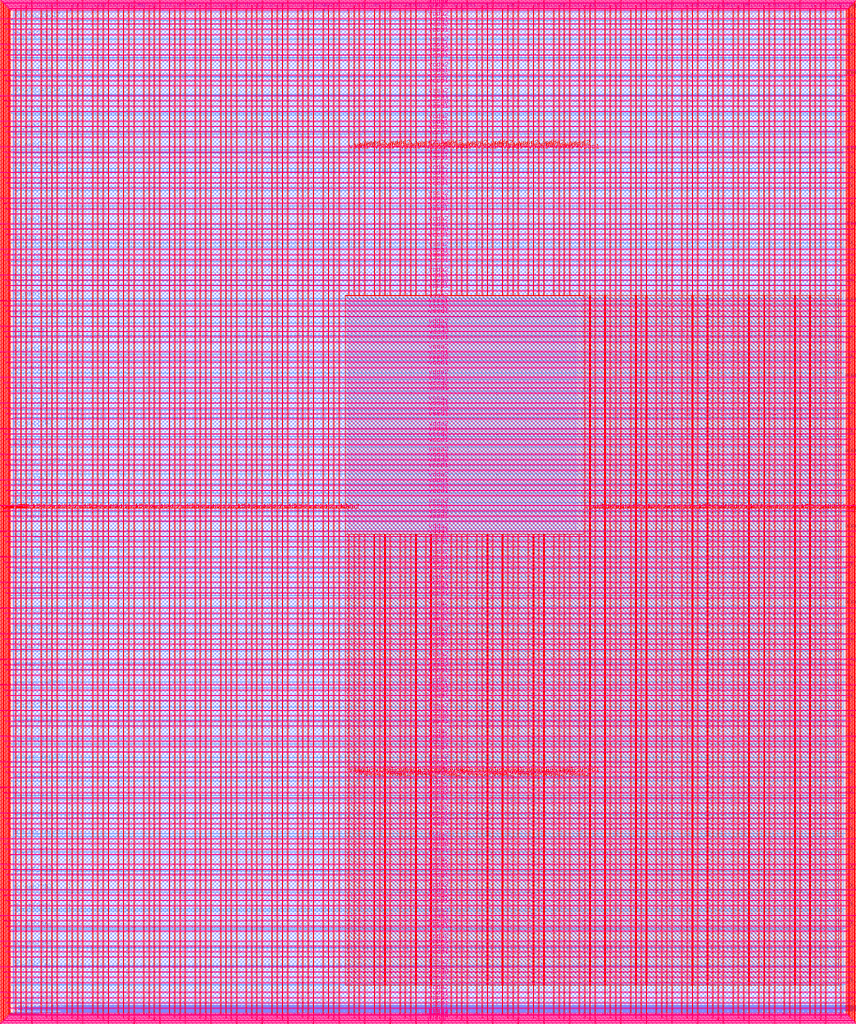
<source format=lef>
VERSION 5.7 ;
  NOWIREEXTENSIONATPIN ON ;
  DIVIDERCHAR "/" ;
  BUSBITCHARS "[]" ;
MACRO user_project_wrapper
  CLASS BLOCK ;
  FOREIGN user_project_wrapper ;
  ORIGIN 0.000 0.000 ;
  SIZE 2920.000 BY 3520.000 ;
  PIN analog_io[0]
    DIRECTION INOUT ;
    USE SIGNAL ;
    PORT
      LAYER met3 ;
        RECT 2917.600 1426.380 2924.800 1427.580 ;
    END
  END analog_io[0]
  PIN analog_io[10]
    DIRECTION INOUT ;
    USE SIGNAL ;
    PORT
      LAYER met2 ;
        RECT 2230.490 3517.600 2231.050 3524.800 ;
    END
  END analog_io[10]
  PIN analog_io[11]
    DIRECTION INOUT ;
    USE SIGNAL ;
    PORT
      LAYER met2 ;
        RECT 1905.730 3517.600 1906.290 3524.800 ;
    END
  END analog_io[11]
  PIN analog_io[12]
    DIRECTION INOUT ;
    USE SIGNAL ;
    PORT
      LAYER met2 ;
        RECT 1581.430 3517.600 1581.990 3524.800 ;
    END
  END analog_io[12]
  PIN analog_io[13]
    DIRECTION INOUT ;
    USE SIGNAL ;
    PORT
      LAYER met2 ;
        RECT 1257.130 3517.600 1257.690 3524.800 ;
    END
  END analog_io[13]
  PIN analog_io[14]
    DIRECTION INOUT ;
    USE SIGNAL ;
    PORT
      LAYER met2 ;
        RECT 932.370 3517.600 932.930 3524.800 ;
    END
  END analog_io[14]
  PIN analog_io[15]
    DIRECTION INOUT ;
    USE SIGNAL ;
    PORT
      LAYER met2 ;
        RECT 608.070 3517.600 608.630 3524.800 ;
    END
  END analog_io[15]
  PIN analog_io[16]
    DIRECTION INOUT ;
    USE SIGNAL ;
    PORT
      LAYER met2 ;
        RECT 283.770 3517.600 284.330 3524.800 ;
    END
  END analog_io[16]
  PIN analog_io[17]
    DIRECTION INOUT ;
    USE SIGNAL ;
    PORT
      LAYER met3 ;
        RECT -4.800 3486.100 2.400 3487.300 ;
    END
  END analog_io[17]
  PIN analog_io[18]
    DIRECTION INOUT ;
    USE SIGNAL ;
    PORT
      LAYER met3 ;
        RECT -4.800 3224.980 2.400 3226.180 ;
    END
  END analog_io[18]
  PIN analog_io[19]
    DIRECTION INOUT ;
    USE SIGNAL ;
    PORT
      LAYER met3 ;
        RECT -4.800 2964.540 2.400 2965.740 ;
    END
  END analog_io[19]
  PIN analog_io[1]
    DIRECTION INOUT ;
    USE SIGNAL ;
    PORT
      LAYER met3 ;
        RECT 2917.600 1692.260 2924.800 1693.460 ;
    END
  END analog_io[1]
  PIN analog_io[20]
    DIRECTION INOUT ;
    USE SIGNAL ;
    PORT
      LAYER met3 ;
        RECT -4.800 2703.420 2.400 2704.620 ;
    END
  END analog_io[20]
  PIN analog_io[21]
    DIRECTION INOUT ;
    USE SIGNAL ;
    PORT
      LAYER met3 ;
        RECT -4.800 2442.980 2.400 2444.180 ;
    END
  END analog_io[21]
  PIN analog_io[22]
    DIRECTION INOUT ;
    USE SIGNAL ;
    PORT
      LAYER met3 ;
        RECT -4.800 2182.540 2.400 2183.740 ;
    END
  END analog_io[22]
  PIN analog_io[23]
    DIRECTION INOUT ;
    USE SIGNAL ;
    PORT
      LAYER met3 ;
        RECT -4.800 1921.420 2.400 1922.620 ;
    END
  END analog_io[23]
  PIN analog_io[24]
    DIRECTION INOUT ;
    USE SIGNAL ;
    PORT
      LAYER met3 ;
        RECT -4.800 1660.980 2.400 1662.180 ;
    END
  END analog_io[24]
  PIN analog_io[25]
    DIRECTION INOUT ;
    USE SIGNAL ;
    PORT
      LAYER met3 ;
        RECT -4.800 1399.860 2.400 1401.060 ;
    END
  END analog_io[25]
  PIN analog_io[26]
    DIRECTION INOUT ;
    USE SIGNAL ;
    PORT
      LAYER met3 ;
        RECT -4.800 1139.420 2.400 1140.620 ;
    END
  END analog_io[26]
  PIN analog_io[27]
    DIRECTION INOUT ;
    USE SIGNAL ;
    PORT
      LAYER met3 ;
        RECT -4.800 878.980 2.400 880.180 ;
    END
  END analog_io[27]
  PIN analog_io[28]
    DIRECTION INOUT ;
    USE SIGNAL ;
    PORT
      LAYER met3 ;
        RECT -4.800 617.860 2.400 619.060 ;
    END
  END analog_io[28]
  PIN analog_io[2]
    DIRECTION INOUT ;
    USE SIGNAL ;
    PORT
      LAYER met3 ;
        RECT 2917.600 1958.140 2924.800 1959.340 ;
    END
  END analog_io[2]
  PIN analog_io[3]
    DIRECTION INOUT ;
    USE SIGNAL ;
    PORT
      LAYER met3 ;
        RECT 2917.600 2223.340 2924.800 2224.540 ;
    END
  END analog_io[3]
  PIN analog_io[4]
    DIRECTION INOUT ;
    USE SIGNAL ;
    PORT
      LAYER met3 ;
        RECT 2917.600 2489.220 2924.800 2490.420 ;
    END
  END analog_io[4]
  PIN analog_io[5]
    DIRECTION INOUT ;
    USE SIGNAL ;
    PORT
      LAYER met3 ;
        RECT 2917.600 2755.100 2924.800 2756.300 ;
    END
  END analog_io[5]
  PIN analog_io[6]
    DIRECTION INOUT ;
    USE SIGNAL ;
    PORT
      LAYER met3 ;
        RECT 2917.600 3020.300 2924.800 3021.500 ;
    END
  END analog_io[6]
  PIN analog_io[7]
    DIRECTION INOUT ;
    USE SIGNAL ;
    PORT
      LAYER met3 ;
        RECT 2917.600 3286.180 2924.800 3287.380 ;
    END
  END analog_io[7]
  PIN analog_io[8]
    DIRECTION INOUT ;
    USE SIGNAL ;
    PORT
      LAYER met2 ;
        RECT 2879.090 3517.600 2879.650 3524.800 ;
    END
  END analog_io[8]
  PIN analog_io[9]
    DIRECTION INOUT ;
    USE SIGNAL ;
    PORT
      LAYER met2 ;
        RECT 2554.790 3517.600 2555.350 3524.800 ;
    END
  END analog_io[9]
  PIN io_in[0]
    DIRECTION INPUT ;
    USE SIGNAL ;
    PORT
      LAYER met3 ;
        RECT 2917.600 32.380 2924.800 33.580 ;
    END
  END io_in[0]
  PIN io_in[10]
    DIRECTION INPUT ;
    USE SIGNAL ;
    PORT
      LAYER met3 ;
        RECT 2917.600 2289.980 2924.800 2291.180 ;
    END
  END io_in[10]
  PIN io_in[11]
    DIRECTION INPUT ;
    USE SIGNAL ;
    PORT
      LAYER met3 ;
        RECT 2917.600 2555.860 2924.800 2557.060 ;
    END
  END io_in[11]
  PIN io_in[12]
    DIRECTION INPUT ;
    USE SIGNAL ;
    PORT
      LAYER met3 ;
        RECT 2917.600 2821.060 2924.800 2822.260 ;
    END
  END io_in[12]
  PIN io_in[13]
    DIRECTION INPUT ;
    USE SIGNAL ;
    PORT
      LAYER met3 ;
        RECT 2917.600 3086.940 2924.800 3088.140 ;
    END
  END io_in[13]
  PIN io_in[14]
    DIRECTION INPUT ;
    USE SIGNAL ;
    PORT
      LAYER met3 ;
        RECT 2917.600 3352.820 2924.800 3354.020 ;
    END
  END io_in[14]
  PIN io_in[15]
    DIRECTION INPUT ;
    USE SIGNAL ;
    PORT
      LAYER met2 ;
        RECT 2798.130 3517.600 2798.690 3524.800 ;
    END
  END io_in[15]
  PIN io_in[16]
    DIRECTION INPUT ;
    USE SIGNAL ;
    PORT
      LAYER met2 ;
        RECT 2473.830 3517.600 2474.390 3524.800 ;
    END
  END io_in[16]
  PIN io_in[17]
    DIRECTION INPUT ;
    USE SIGNAL ;
    PORT
      LAYER met2 ;
        RECT 2149.070 3517.600 2149.630 3524.800 ;
    END
  END io_in[17]
  PIN io_in[18]
    DIRECTION INPUT ;
    USE SIGNAL ;
    PORT
      LAYER met2 ;
        RECT 1824.770 3517.600 1825.330 3524.800 ;
    END
  END io_in[18]
  PIN io_in[19]
    DIRECTION INPUT ;
    USE SIGNAL ;
    PORT
      LAYER met2 ;
        RECT 1500.470 3517.600 1501.030 3524.800 ;
    END
  END io_in[19]
  PIN io_in[1]
    DIRECTION INPUT ;
    USE SIGNAL ;
    PORT
      LAYER met3 ;
        RECT 2917.600 230.940 2924.800 232.140 ;
    END
  END io_in[1]
  PIN io_in[20]
    DIRECTION INPUT ;
    USE SIGNAL ;
    PORT
      LAYER met2 ;
        RECT 1175.710 3517.600 1176.270 3524.800 ;
    END
  END io_in[20]
  PIN io_in[21]
    DIRECTION INPUT ;
    USE SIGNAL ;
    PORT
      LAYER met2 ;
        RECT 851.410 3517.600 851.970 3524.800 ;
    END
  END io_in[21]
  PIN io_in[22]
    DIRECTION INPUT ;
    USE SIGNAL ;
    PORT
      LAYER met2 ;
        RECT 527.110 3517.600 527.670 3524.800 ;
    END
  END io_in[22]
  PIN io_in[23]
    DIRECTION INPUT ;
    USE SIGNAL ;
    PORT
      LAYER met2 ;
        RECT 202.350 3517.600 202.910 3524.800 ;
    END
  END io_in[23]
  PIN io_in[24]
    DIRECTION INPUT ;
    USE SIGNAL ;
    PORT
      LAYER met3 ;
        RECT -4.800 3420.820 2.400 3422.020 ;
    END
  END io_in[24]
  PIN io_in[25]
    DIRECTION INPUT ;
    USE SIGNAL ;
    PORT
      LAYER met3 ;
        RECT -4.800 3159.700 2.400 3160.900 ;
    END
  END io_in[25]
  PIN io_in[26]
    DIRECTION INPUT ;
    USE SIGNAL ;
    PORT
      LAYER met3 ;
        RECT -4.800 2899.260 2.400 2900.460 ;
    END
  END io_in[26]
  PIN io_in[27]
    DIRECTION INPUT ;
    USE SIGNAL ;
    PORT
      LAYER met3 ;
        RECT -4.800 2638.820 2.400 2640.020 ;
    END
  END io_in[27]
  PIN io_in[28]
    DIRECTION INPUT ;
    USE SIGNAL ;
    PORT
      LAYER met3 ;
        RECT -4.800 2377.700 2.400 2378.900 ;
    END
  END io_in[28]
  PIN io_in[29]
    DIRECTION INPUT ;
    USE SIGNAL ;
    PORT
      LAYER met3 ;
        RECT -4.800 2117.260 2.400 2118.460 ;
    END
  END io_in[29]
  PIN io_in[2]
    DIRECTION INPUT ;
    USE SIGNAL ;
    PORT
      LAYER met3 ;
        RECT 2917.600 430.180 2924.800 431.380 ;
    END
  END io_in[2]
  PIN io_in[30]
    DIRECTION INPUT ;
    USE SIGNAL ;
    PORT
      LAYER met3 ;
        RECT -4.800 1856.140 2.400 1857.340 ;
    END
  END io_in[30]
  PIN io_in[31]
    DIRECTION INPUT ;
    USE SIGNAL ;
    PORT
      LAYER met3 ;
        RECT -4.800 1595.700 2.400 1596.900 ;
    END
  END io_in[31]
  PIN io_in[32]
    DIRECTION INPUT ;
    USE SIGNAL ;
    PORT
      LAYER met3 ;
        RECT -4.800 1335.260 2.400 1336.460 ;
    END
  END io_in[32]
  PIN io_in[33]
    DIRECTION INPUT ;
    USE SIGNAL ;
    PORT
      LAYER met3 ;
        RECT -4.800 1074.140 2.400 1075.340 ;
    END
  END io_in[33]
  PIN io_in[34]
    DIRECTION INPUT ;
    USE SIGNAL ;
    PORT
      LAYER met3 ;
        RECT -4.800 813.700 2.400 814.900 ;
    END
  END io_in[34]
  PIN io_in[35]
    DIRECTION INPUT ;
    USE SIGNAL ;
    PORT
      LAYER met3 ;
        RECT -4.800 552.580 2.400 553.780 ;
    END
  END io_in[35]
  PIN io_in[36]
    DIRECTION INPUT ;
    USE SIGNAL ;
    PORT
      LAYER met3 ;
        RECT -4.800 357.420 2.400 358.620 ;
    END
  END io_in[36]
  PIN io_in[37]
    DIRECTION INPUT ;
    USE SIGNAL ;
    PORT
      LAYER met3 ;
        RECT -4.800 161.580 2.400 162.780 ;
    END
  END io_in[37]
  PIN io_in[3]
    DIRECTION INPUT ;
    USE SIGNAL ;
    PORT
      LAYER met3 ;
        RECT 2917.600 629.420 2924.800 630.620 ;
    END
  END io_in[3]
  PIN io_in[4]
    DIRECTION INPUT ;
    USE SIGNAL ;
    PORT
      LAYER met3 ;
        RECT 2917.600 828.660 2924.800 829.860 ;
    END
  END io_in[4]
  PIN io_in[5]
    DIRECTION INPUT ;
    USE SIGNAL ;
    PORT
      LAYER met3 ;
        RECT 2917.600 1027.900 2924.800 1029.100 ;
    END
  END io_in[5]
  PIN io_in[6]
    DIRECTION INPUT ;
    USE SIGNAL ;
    PORT
      LAYER met3 ;
        RECT 2917.600 1227.140 2924.800 1228.340 ;
    END
  END io_in[6]
  PIN io_in[7]
    DIRECTION INPUT ;
    USE SIGNAL ;
    PORT
      LAYER met3 ;
        RECT 2917.600 1493.020 2924.800 1494.220 ;
    END
  END io_in[7]
  PIN io_in[8]
    DIRECTION INPUT ;
    USE SIGNAL ;
    PORT
      LAYER met3 ;
        RECT 2917.600 1758.900 2924.800 1760.100 ;
    END
  END io_in[8]
  PIN io_in[9]
    DIRECTION INPUT ;
    USE SIGNAL ;
    PORT
      LAYER met3 ;
        RECT 2917.600 2024.100 2924.800 2025.300 ;
    END
  END io_in[9]
  PIN io_oeb[0]
    DIRECTION OUTPUT TRISTATE ;
    USE SIGNAL ;
    PORT
      LAYER met3 ;
        RECT 2917.600 164.980 2924.800 166.180 ;
    END
  END io_oeb[0]
  PIN io_oeb[10]
    DIRECTION OUTPUT TRISTATE ;
    USE SIGNAL ;
    PORT
      LAYER met3 ;
        RECT 2917.600 2422.580 2924.800 2423.780 ;
    END
  END io_oeb[10]
  PIN io_oeb[11]
    DIRECTION OUTPUT TRISTATE ;
    USE SIGNAL ;
    PORT
      LAYER met3 ;
        RECT 2917.600 2688.460 2924.800 2689.660 ;
    END
  END io_oeb[11]
  PIN io_oeb[12]
    DIRECTION OUTPUT TRISTATE ;
    USE SIGNAL ;
    PORT
      LAYER met3 ;
        RECT 2917.600 2954.340 2924.800 2955.540 ;
    END
  END io_oeb[12]
  PIN io_oeb[13]
    DIRECTION OUTPUT TRISTATE ;
    USE SIGNAL ;
    PORT
      LAYER met3 ;
        RECT 2917.600 3219.540 2924.800 3220.740 ;
    END
  END io_oeb[13]
  PIN io_oeb[14]
    DIRECTION OUTPUT TRISTATE ;
    USE SIGNAL ;
    PORT
      LAYER met3 ;
        RECT 2917.600 3485.420 2924.800 3486.620 ;
    END
  END io_oeb[14]
  PIN io_oeb[15]
    DIRECTION OUTPUT TRISTATE ;
    USE SIGNAL ;
    PORT
      LAYER met2 ;
        RECT 2635.750 3517.600 2636.310 3524.800 ;
    END
  END io_oeb[15]
  PIN io_oeb[16]
    DIRECTION OUTPUT TRISTATE ;
    USE SIGNAL ;
    PORT
      LAYER met2 ;
        RECT 2311.450 3517.600 2312.010 3524.800 ;
    END
  END io_oeb[16]
  PIN io_oeb[17]
    DIRECTION OUTPUT TRISTATE ;
    USE SIGNAL ;
    PORT
      LAYER met2 ;
        RECT 1987.150 3517.600 1987.710 3524.800 ;
    END
  END io_oeb[17]
  PIN io_oeb[18]
    DIRECTION OUTPUT TRISTATE ;
    USE SIGNAL ;
    PORT
      LAYER met2 ;
        RECT 1662.390 3517.600 1662.950 3524.800 ;
    END
  END io_oeb[18]
  PIN io_oeb[19]
    DIRECTION OUTPUT TRISTATE ;
    USE SIGNAL ;
    PORT
      LAYER met2 ;
        RECT 1338.090 3517.600 1338.650 3524.800 ;
    END
  END io_oeb[19]
  PIN io_oeb[1]
    DIRECTION OUTPUT TRISTATE ;
    USE SIGNAL ;
    PORT
      LAYER met3 ;
        RECT 2917.600 364.220 2924.800 365.420 ;
    END
  END io_oeb[1]
  PIN io_oeb[20]
    DIRECTION OUTPUT TRISTATE ;
    USE SIGNAL ;
    PORT
      LAYER met2 ;
        RECT 1013.790 3517.600 1014.350 3524.800 ;
    END
  END io_oeb[20]
  PIN io_oeb[21]
    DIRECTION OUTPUT TRISTATE ;
    USE SIGNAL ;
    PORT
      LAYER met2 ;
        RECT 689.030 3517.600 689.590 3524.800 ;
    END
  END io_oeb[21]
  PIN io_oeb[22]
    DIRECTION OUTPUT TRISTATE ;
    USE SIGNAL ;
    PORT
      LAYER met2 ;
        RECT 364.730 3517.600 365.290 3524.800 ;
    END
  END io_oeb[22]
  PIN io_oeb[23]
    DIRECTION OUTPUT TRISTATE ;
    USE SIGNAL ;
    PORT
      LAYER met2 ;
        RECT 40.430 3517.600 40.990 3524.800 ;
    END
  END io_oeb[23]
  PIN io_oeb[24]
    DIRECTION OUTPUT TRISTATE ;
    USE SIGNAL ;
    PORT
      LAYER met3 ;
        RECT -4.800 3290.260 2.400 3291.460 ;
    END
  END io_oeb[24]
  PIN io_oeb[25]
    DIRECTION OUTPUT TRISTATE ;
    USE SIGNAL ;
    PORT
      LAYER met3 ;
        RECT -4.800 3029.820 2.400 3031.020 ;
    END
  END io_oeb[25]
  PIN io_oeb[26]
    DIRECTION OUTPUT TRISTATE ;
    USE SIGNAL ;
    PORT
      LAYER met3 ;
        RECT -4.800 2768.700 2.400 2769.900 ;
    END
  END io_oeb[26]
  PIN io_oeb[27]
    DIRECTION OUTPUT TRISTATE ;
    USE SIGNAL ;
    PORT
      LAYER met3 ;
        RECT -4.800 2508.260 2.400 2509.460 ;
    END
  END io_oeb[27]
  PIN io_oeb[28]
    DIRECTION OUTPUT TRISTATE ;
    USE SIGNAL ;
    PORT
      LAYER met3 ;
        RECT -4.800 2247.140 2.400 2248.340 ;
    END
  END io_oeb[28]
  PIN io_oeb[29]
    DIRECTION OUTPUT TRISTATE ;
    USE SIGNAL ;
    PORT
      LAYER met3 ;
        RECT -4.800 1986.700 2.400 1987.900 ;
    END
  END io_oeb[29]
  PIN io_oeb[2]
    DIRECTION OUTPUT TRISTATE ;
    USE SIGNAL ;
    PORT
      LAYER met3 ;
        RECT 2917.600 563.460 2924.800 564.660 ;
    END
  END io_oeb[2]
  PIN io_oeb[30]
    DIRECTION OUTPUT TRISTATE ;
    USE SIGNAL ;
    PORT
      LAYER met3 ;
        RECT -4.800 1726.260 2.400 1727.460 ;
    END
  END io_oeb[30]
  PIN io_oeb[31]
    DIRECTION OUTPUT TRISTATE ;
    USE SIGNAL ;
    PORT
      LAYER met3 ;
        RECT -4.800 1465.140 2.400 1466.340 ;
    END
  END io_oeb[31]
  PIN io_oeb[32]
    DIRECTION OUTPUT TRISTATE ;
    USE SIGNAL ;
    PORT
      LAYER met3 ;
        RECT -4.800 1204.700 2.400 1205.900 ;
    END
  END io_oeb[32]
  PIN io_oeb[33]
    DIRECTION OUTPUT TRISTATE ;
    USE SIGNAL ;
    PORT
      LAYER met3 ;
        RECT -4.800 943.580 2.400 944.780 ;
    END
  END io_oeb[33]
  PIN io_oeb[34]
    DIRECTION OUTPUT TRISTATE ;
    USE SIGNAL ;
    PORT
      LAYER met3 ;
        RECT -4.800 683.140 2.400 684.340 ;
    END
  END io_oeb[34]
  PIN io_oeb[35]
    DIRECTION OUTPUT TRISTATE ;
    USE SIGNAL ;
    PORT
      LAYER met3 ;
        RECT -4.800 422.700 2.400 423.900 ;
    END
  END io_oeb[35]
  PIN io_oeb[36]
    DIRECTION OUTPUT TRISTATE ;
    USE SIGNAL ;
    PORT
      LAYER met3 ;
        RECT -4.800 226.860 2.400 228.060 ;
    END
  END io_oeb[36]
  PIN io_oeb[37]
    DIRECTION OUTPUT TRISTATE ;
    USE SIGNAL ;
    PORT
      LAYER met3 ;
        RECT -4.800 31.700 2.400 32.900 ;
    END
  END io_oeb[37]
  PIN io_oeb[3]
    DIRECTION OUTPUT TRISTATE ;
    USE SIGNAL ;
    PORT
      LAYER met3 ;
        RECT 2917.600 762.700 2924.800 763.900 ;
    END
  END io_oeb[3]
  PIN io_oeb[4]
    DIRECTION OUTPUT TRISTATE ;
    USE SIGNAL ;
    PORT
      LAYER met3 ;
        RECT 2917.600 961.940 2924.800 963.140 ;
    END
  END io_oeb[4]
  PIN io_oeb[5]
    DIRECTION OUTPUT TRISTATE ;
    USE SIGNAL ;
    PORT
      LAYER met3 ;
        RECT 2917.600 1161.180 2924.800 1162.380 ;
    END
  END io_oeb[5]
  PIN io_oeb[6]
    DIRECTION OUTPUT TRISTATE ;
    USE SIGNAL ;
    PORT
      LAYER met3 ;
        RECT 2917.600 1360.420 2924.800 1361.620 ;
    END
  END io_oeb[6]
  PIN io_oeb[7]
    DIRECTION OUTPUT TRISTATE ;
    USE SIGNAL ;
    PORT
      LAYER met3 ;
        RECT 2917.600 1625.620 2924.800 1626.820 ;
    END
  END io_oeb[7]
  PIN io_oeb[8]
    DIRECTION OUTPUT TRISTATE ;
    USE SIGNAL ;
    PORT
      LAYER met3 ;
        RECT 2917.600 1891.500 2924.800 1892.700 ;
    END
  END io_oeb[8]
  PIN io_oeb[9]
    DIRECTION OUTPUT TRISTATE ;
    USE SIGNAL ;
    PORT
      LAYER met3 ;
        RECT 2917.600 2157.380 2924.800 2158.580 ;
    END
  END io_oeb[9]
  PIN io_out[0]
    DIRECTION OUTPUT TRISTATE ;
    USE SIGNAL ;
    PORT
      LAYER met3 ;
        RECT 2917.600 98.340 2924.800 99.540 ;
    END
  END io_out[0]
  PIN io_out[10]
    DIRECTION OUTPUT TRISTATE ;
    USE SIGNAL ;
    PORT
      LAYER met3 ;
        RECT 2917.600 2356.620 2924.800 2357.820 ;
    END
  END io_out[10]
  PIN io_out[11]
    DIRECTION OUTPUT TRISTATE ;
    USE SIGNAL ;
    PORT
      LAYER met3 ;
        RECT 2917.600 2621.820 2924.800 2623.020 ;
    END
  END io_out[11]
  PIN io_out[12]
    DIRECTION OUTPUT TRISTATE ;
    USE SIGNAL ;
    PORT
      LAYER met3 ;
        RECT 2917.600 2887.700 2924.800 2888.900 ;
    END
  END io_out[12]
  PIN io_out[13]
    DIRECTION OUTPUT TRISTATE ;
    USE SIGNAL ;
    PORT
      LAYER met3 ;
        RECT 2917.600 3153.580 2924.800 3154.780 ;
    END
  END io_out[13]
  PIN io_out[14]
    DIRECTION OUTPUT TRISTATE ;
    USE SIGNAL ;
    PORT
      LAYER met3 ;
        RECT 2917.600 3418.780 2924.800 3419.980 ;
    END
  END io_out[14]
  PIN io_out[15]
    DIRECTION OUTPUT TRISTATE ;
    USE SIGNAL ;
    PORT
      LAYER met2 ;
        RECT 2717.170 3517.600 2717.730 3524.800 ;
    END
  END io_out[15]
  PIN io_out[16]
    DIRECTION OUTPUT TRISTATE ;
    USE SIGNAL ;
    PORT
      LAYER met2 ;
        RECT 2392.410 3517.600 2392.970 3524.800 ;
    END
  END io_out[16]
  PIN io_out[17]
    DIRECTION OUTPUT TRISTATE ;
    USE SIGNAL ;
    PORT
      LAYER met2 ;
        RECT 2068.110 3517.600 2068.670 3524.800 ;
    END
  END io_out[17]
  PIN io_out[18]
    DIRECTION OUTPUT TRISTATE ;
    USE SIGNAL ;
    PORT
      LAYER met2 ;
        RECT 1743.810 3517.600 1744.370 3524.800 ;
    END
  END io_out[18]
  PIN io_out[19]
    DIRECTION OUTPUT TRISTATE ;
    USE SIGNAL ;
    PORT
      LAYER met2 ;
        RECT 1419.050 3517.600 1419.610 3524.800 ;
    END
  END io_out[19]
  PIN io_out[1]
    DIRECTION OUTPUT TRISTATE ;
    USE SIGNAL ;
    PORT
      LAYER met3 ;
        RECT 2917.600 297.580 2924.800 298.780 ;
    END
  END io_out[1]
  PIN io_out[20]
    DIRECTION OUTPUT TRISTATE ;
    USE SIGNAL ;
    PORT
      LAYER met2 ;
        RECT 1094.750 3517.600 1095.310 3524.800 ;
    END
  END io_out[20]
  PIN io_out[21]
    DIRECTION OUTPUT TRISTATE ;
    USE SIGNAL ;
    PORT
      LAYER met2 ;
        RECT 770.450 3517.600 771.010 3524.800 ;
    END
  END io_out[21]
  PIN io_out[22]
    DIRECTION OUTPUT TRISTATE ;
    USE SIGNAL ;
    PORT
      LAYER met2 ;
        RECT 445.690 3517.600 446.250 3524.800 ;
    END
  END io_out[22]
  PIN io_out[23]
    DIRECTION OUTPUT TRISTATE ;
    USE SIGNAL ;
    PORT
      LAYER met2 ;
        RECT 121.390 3517.600 121.950 3524.800 ;
    END
  END io_out[23]
  PIN io_out[24]
    DIRECTION OUTPUT TRISTATE ;
    USE SIGNAL ;
    PORT
      LAYER met3 ;
        RECT -4.800 3355.540 2.400 3356.740 ;
    END
  END io_out[24]
  PIN io_out[25]
    DIRECTION OUTPUT TRISTATE ;
    USE SIGNAL ;
    PORT
      LAYER met3 ;
        RECT -4.800 3095.100 2.400 3096.300 ;
    END
  END io_out[25]
  PIN io_out[26]
    DIRECTION OUTPUT TRISTATE ;
    USE SIGNAL ;
    PORT
      LAYER met3 ;
        RECT -4.800 2833.980 2.400 2835.180 ;
    END
  END io_out[26]
  PIN io_out[27]
    DIRECTION OUTPUT TRISTATE ;
    USE SIGNAL ;
    PORT
      LAYER met3 ;
        RECT -4.800 2573.540 2.400 2574.740 ;
    END
  END io_out[27]
  PIN io_out[28]
    DIRECTION OUTPUT TRISTATE ;
    USE SIGNAL ;
    PORT
      LAYER met3 ;
        RECT -4.800 2312.420 2.400 2313.620 ;
    END
  END io_out[28]
  PIN io_out[29]
    DIRECTION OUTPUT TRISTATE ;
    USE SIGNAL ;
    PORT
      LAYER met3 ;
        RECT -4.800 2051.980 2.400 2053.180 ;
    END
  END io_out[29]
  PIN io_out[2]
    DIRECTION OUTPUT TRISTATE ;
    USE SIGNAL ;
    PORT
      LAYER met3 ;
        RECT 2917.600 496.820 2924.800 498.020 ;
    END
  END io_out[2]
  PIN io_out[30]
    DIRECTION OUTPUT TRISTATE ;
    USE SIGNAL ;
    PORT
      LAYER met3 ;
        RECT -4.800 1791.540 2.400 1792.740 ;
    END
  END io_out[30]
  PIN io_out[31]
    DIRECTION OUTPUT TRISTATE ;
    USE SIGNAL ;
    PORT
      LAYER met3 ;
        RECT -4.800 1530.420 2.400 1531.620 ;
    END
  END io_out[31]
  PIN io_out[32]
    DIRECTION OUTPUT TRISTATE ;
    USE SIGNAL ;
    PORT
      LAYER met3 ;
        RECT -4.800 1269.980 2.400 1271.180 ;
    END
  END io_out[32]
  PIN io_out[33]
    DIRECTION OUTPUT TRISTATE ;
    USE SIGNAL ;
    PORT
      LAYER met3 ;
        RECT -4.800 1008.860 2.400 1010.060 ;
    END
  END io_out[33]
  PIN io_out[34]
    DIRECTION OUTPUT TRISTATE ;
    USE SIGNAL ;
    PORT
      LAYER met3 ;
        RECT -4.800 748.420 2.400 749.620 ;
    END
  END io_out[34]
  PIN io_out[35]
    DIRECTION OUTPUT TRISTATE ;
    USE SIGNAL ;
    PORT
      LAYER met3 ;
        RECT -4.800 487.300 2.400 488.500 ;
    END
  END io_out[35]
  PIN io_out[36]
    DIRECTION OUTPUT TRISTATE ;
    USE SIGNAL ;
    PORT
      LAYER met3 ;
        RECT -4.800 292.140 2.400 293.340 ;
    END
  END io_out[36]
  PIN io_out[37]
    DIRECTION OUTPUT TRISTATE ;
    USE SIGNAL ;
    PORT
      LAYER met3 ;
        RECT -4.800 96.300 2.400 97.500 ;
    END
  END io_out[37]
  PIN io_out[3]
    DIRECTION OUTPUT TRISTATE ;
    USE SIGNAL ;
    PORT
      LAYER met3 ;
        RECT 2917.600 696.060 2924.800 697.260 ;
    END
  END io_out[3]
  PIN io_out[4]
    DIRECTION OUTPUT TRISTATE ;
    USE SIGNAL ;
    PORT
      LAYER met3 ;
        RECT 2917.600 895.300 2924.800 896.500 ;
    END
  END io_out[4]
  PIN io_out[5]
    DIRECTION OUTPUT TRISTATE ;
    USE SIGNAL ;
    PORT
      LAYER met3 ;
        RECT 2917.600 1094.540 2924.800 1095.740 ;
    END
  END io_out[5]
  PIN io_out[6]
    DIRECTION OUTPUT TRISTATE ;
    USE SIGNAL ;
    PORT
      LAYER met3 ;
        RECT 2917.600 1293.780 2924.800 1294.980 ;
    END
  END io_out[6]
  PIN io_out[7]
    DIRECTION OUTPUT TRISTATE ;
    USE SIGNAL ;
    PORT
      LAYER met3 ;
        RECT 2917.600 1559.660 2924.800 1560.860 ;
    END
  END io_out[7]
  PIN io_out[8]
    DIRECTION OUTPUT TRISTATE ;
    USE SIGNAL ;
    PORT
      LAYER met3 ;
        RECT 2917.600 1824.860 2924.800 1826.060 ;
    END
  END io_out[8]
  PIN io_out[9]
    DIRECTION OUTPUT TRISTATE ;
    USE SIGNAL ;
    PORT
      LAYER met3 ;
        RECT 2917.600 2090.740 2924.800 2091.940 ;
    END
  END io_out[9]
  PIN la_data_in[0]
    DIRECTION INPUT ;
    USE SIGNAL ;
    PORT
      LAYER met2 ;
        RECT 629.230 -4.800 629.790 2.400 ;
    END
  END la_data_in[0]
  PIN la_data_in[100]
    DIRECTION INPUT ;
    USE SIGNAL ;
    PORT
      LAYER met2 ;
        RECT 2402.530 -4.800 2403.090 2.400 ;
    END
  END la_data_in[100]
  PIN la_data_in[101]
    DIRECTION INPUT ;
    USE SIGNAL ;
    PORT
      LAYER met2 ;
        RECT 2420.010 -4.800 2420.570 2.400 ;
    END
  END la_data_in[101]
  PIN la_data_in[102]
    DIRECTION INPUT ;
    USE SIGNAL ;
    PORT
      LAYER met2 ;
        RECT 2437.950 -4.800 2438.510 2.400 ;
    END
  END la_data_in[102]
  PIN la_data_in[103]
    DIRECTION INPUT ;
    USE SIGNAL ;
    PORT
      LAYER met2 ;
        RECT 2455.430 -4.800 2455.990 2.400 ;
    END
  END la_data_in[103]
  PIN la_data_in[104]
    DIRECTION INPUT ;
    USE SIGNAL ;
    PORT
      LAYER met2 ;
        RECT 2473.370 -4.800 2473.930 2.400 ;
    END
  END la_data_in[104]
  PIN la_data_in[105]
    DIRECTION INPUT ;
    USE SIGNAL ;
    PORT
      LAYER met2 ;
        RECT 2490.850 -4.800 2491.410 2.400 ;
    END
  END la_data_in[105]
  PIN la_data_in[106]
    DIRECTION INPUT ;
    USE SIGNAL ;
    PORT
      LAYER met2 ;
        RECT 2508.790 -4.800 2509.350 2.400 ;
    END
  END la_data_in[106]
  PIN la_data_in[107]
    DIRECTION INPUT ;
    USE SIGNAL ;
    PORT
      LAYER met2 ;
        RECT 2526.730 -4.800 2527.290 2.400 ;
    END
  END la_data_in[107]
  PIN la_data_in[108]
    DIRECTION INPUT ;
    USE SIGNAL ;
    PORT
      LAYER met2 ;
        RECT 2544.210 -4.800 2544.770 2.400 ;
    END
  END la_data_in[108]
  PIN la_data_in[109]
    DIRECTION INPUT ;
    USE SIGNAL ;
    PORT
      LAYER met2 ;
        RECT 2562.150 -4.800 2562.710 2.400 ;
    END
  END la_data_in[109]
  PIN la_data_in[10]
    DIRECTION INPUT ;
    USE SIGNAL ;
    PORT
      LAYER met2 ;
        RECT 806.330 -4.800 806.890 2.400 ;
    END
  END la_data_in[10]
  PIN la_data_in[110]
    DIRECTION INPUT ;
    USE SIGNAL ;
    PORT
      LAYER met2 ;
        RECT 2579.630 -4.800 2580.190 2.400 ;
    END
  END la_data_in[110]
  PIN la_data_in[111]
    DIRECTION INPUT ;
    USE SIGNAL ;
    PORT
      LAYER met2 ;
        RECT 2597.570 -4.800 2598.130 2.400 ;
    END
  END la_data_in[111]
  PIN la_data_in[112]
    DIRECTION INPUT ;
    USE SIGNAL ;
    PORT
      LAYER met2 ;
        RECT 2615.050 -4.800 2615.610 2.400 ;
    END
  END la_data_in[112]
  PIN la_data_in[113]
    DIRECTION INPUT ;
    USE SIGNAL ;
    PORT
      LAYER met2 ;
        RECT 2632.990 -4.800 2633.550 2.400 ;
    END
  END la_data_in[113]
  PIN la_data_in[114]
    DIRECTION INPUT ;
    USE SIGNAL ;
    PORT
      LAYER met2 ;
        RECT 2650.470 -4.800 2651.030 2.400 ;
    END
  END la_data_in[114]
  PIN la_data_in[115]
    DIRECTION INPUT ;
    USE SIGNAL ;
    PORT
      LAYER met2 ;
        RECT 2668.410 -4.800 2668.970 2.400 ;
    END
  END la_data_in[115]
  PIN la_data_in[116]
    DIRECTION INPUT ;
    USE SIGNAL ;
    PORT
      LAYER met2 ;
        RECT 2685.890 -4.800 2686.450 2.400 ;
    END
  END la_data_in[116]
  PIN la_data_in[117]
    DIRECTION INPUT ;
    USE SIGNAL ;
    PORT
      LAYER met2 ;
        RECT 2703.830 -4.800 2704.390 2.400 ;
    END
  END la_data_in[117]
  PIN la_data_in[118]
    DIRECTION INPUT ;
    USE SIGNAL ;
    PORT
      LAYER met2 ;
        RECT 2721.770 -4.800 2722.330 2.400 ;
    END
  END la_data_in[118]
  PIN la_data_in[119]
    DIRECTION INPUT ;
    USE SIGNAL ;
    PORT
      LAYER met2 ;
        RECT 2739.250 -4.800 2739.810 2.400 ;
    END
  END la_data_in[119]
  PIN la_data_in[11]
    DIRECTION INPUT ;
    USE SIGNAL ;
    PORT
      LAYER met2 ;
        RECT 824.270 -4.800 824.830 2.400 ;
    END
  END la_data_in[11]
  PIN la_data_in[120]
    DIRECTION INPUT ;
    USE SIGNAL ;
    PORT
      LAYER met2 ;
        RECT 2757.190 -4.800 2757.750 2.400 ;
    END
  END la_data_in[120]
  PIN la_data_in[121]
    DIRECTION INPUT ;
    USE SIGNAL ;
    PORT
      LAYER met2 ;
        RECT 2774.670 -4.800 2775.230 2.400 ;
    END
  END la_data_in[121]
  PIN la_data_in[122]
    DIRECTION INPUT ;
    USE SIGNAL ;
    PORT
      LAYER met2 ;
        RECT 2792.610 -4.800 2793.170 2.400 ;
    END
  END la_data_in[122]
  PIN la_data_in[123]
    DIRECTION INPUT ;
    USE SIGNAL ;
    PORT
      LAYER met2 ;
        RECT 2810.090 -4.800 2810.650 2.400 ;
    END
  END la_data_in[123]
  PIN la_data_in[124]
    DIRECTION INPUT ;
    USE SIGNAL ;
    PORT
      LAYER met2 ;
        RECT 2828.030 -4.800 2828.590 2.400 ;
    END
  END la_data_in[124]
  PIN la_data_in[125]
    DIRECTION INPUT ;
    USE SIGNAL ;
    PORT
      LAYER met2 ;
        RECT 2845.510 -4.800 2846.070 2.400 ;
    END
  END la_data_in[125]
  PIN la_data_in[126]
    DIRECTION INPUT ;
    USE SIGNAL ;
    PORT
      LAYER met2 ;
        RECT 2863.450 -4.800 2864.010 2.400 ;
    END
  END la_data_in[126]
  PIN la_data_in[127]
    DIRECTION INPUT ;
    USE SIGNAL ;
    PORT
      LAYER met2 ;
        RECT 2881.390 -4.800 2881.950 2.400 ;
    END
  END la_data_in[127]
  PIN la_data_in[12]
    DIRECTION INPUT ;
    USE SIGNAL ;
    PORT
      LAYER met2 ;
        RECT 841.750 -4.800 842.310 2.400 ;
    END
  END la_data_in[12]
  PIN la_data_in[13]
    DIRECTION INPUT ;
    USE SIGNAL ;
    PORT
      LAYER met2 ;
        RECT 859.690 -4.800 860.250 2.400 ;
    END
  END la_data_in[13]
  PIN la_data_in[14]
    DIRECTION INPUT ;
    USE SIGNAL ;
    PORT
      LAYER met2 ;
        RECT 877.170 -4.800 877.730 2.400 ;
    END
  END la_data_in[14]
  PIN la_data_in[15]
    DIRECTION INPUT ;
    USE SIGNAL ;
    PORT
      LAYER met2 ;
        RECT 895.110 -4.800 895.670 2.400 ;
    END
  END la_data_in[15]
  PIN la_data_in[16]
    DIRECTION INPUT ;
    USE SIGNAL ;
    PORT
      LAYER met2 ;
        RECT 912.590 -4.800 913.150 2.400 ;
    END
  END la_data_in[16]
  PIN la_data_in[17]
    DIRECTION INPUT ;
    USE SIGNAL ;
    PORT
      LAYER met2 ;
        RECT 930.530 -4.800 931.090 2.400 ;
    END
  END la_data_in[17]
  PIN la_data_in[18]
    DIRECTION INPUT ;
    USE SIGNAL ;
    PORT
      LAYER met2 ;
        RECT 948.470 -4.800 949.030 2.400 ;
    END
  END la_data_in[18]
  PIN la_data_in[19]
    DIRECTION INPUT ;
    USE SIGNAL ;
    PORT
      LAYER met2 ;
        RECT 965.950 -4.800 966.510 2.400 ;
    END
  END la_data_in[19]
  PIN la_data_in[1]
    DIRECTION INPUT ;
    USE SIGNAL ;
    PORT
      LAYER met2 ;
        RECT 646.710 -4.800 647.270 2.400 ;
    END
  END la_data_in[1]
  PIN la_data_in[20]
    DIRECTION INPUT ;
    USE SIGNAL ;
    PORT
      LAYER met2 ;
        RECT 983.890 -4.800 984.450 2.400 ;
    END
  END la_data_in[20]
  PIN la_data_in[21]
    DIRECTION INPUT ;
    USE SIGNAL ;
    PORT
      LAYER met2 ;
        RECT 1001.370 -4.800 1001.930 2.400 ;
    END
  END la_data_in[21]
  PIN la_data_in[22]
    DIRECTION INPUT ;
    USE SIGNAL ;
    PORT
      LAYER met2 ;
        RECT 1019.310 -4.800 1019.870 2.400 ;
    END
  END la_data_in[22]
  PIN la_data_in[23]
    DIRECTION INPUT ;
    USE SIGNAL ;
    PORT
      LAYER met2 ;
        RECT 1036.790 -4.800 1037.350 2.400 ;
    END
  END la_data_in[23]
  PIN la_data_in[24]
    DIRECTION INPUT ;
    USE SIGNAL ;
    PORT
      LAYER met2 ;
        RECT 1054.730 -4.800 1055.290 2.400 ;
    END
  END la_data_in[24]
  PIN la_data_in[25]
    DIRECTION INPUT ;
    USE SIGNAL ;
    PORT
      LAYER met2 ;
        RECT 1072.210 -4.800 1072.770 2.400 ;
    END
  END la_data_in[25]
  PIN la_data_in[26]
    DIRECTION INPUT ;
    USE SIGNAL ;
    PORT
      LAYER met2 ;
        RECT 1090.150 -4.800 1090.710 2.400 ;
    END
  END la_data_in[26]
  PIN la_data_in[27]
    DIRECTION INPUT ;
    USE SIGNAL ;
    PORT
      LAYER met2 ;
        RECT 1107.630 -4.800 1108.190 2.400 ;
    END
  END la_data_in[27]
  PIN la_data_in[28]
    DIRECTION INPUT ;
    USE SIGNAL ;
    PORT
      LAYER met2 ;
        RECT 1125.570 -4.800 1126.130 2.400 ;
    END
  END la_data_in[28]
  PIN la_data_in[29]
    DIRECTION INPUT ;
    USE SIGNAL ;
    PORT
      LAYER met2 ;
        RECT 1143.510 -4.800 1144.070 2.400 ;
    END
  END la_data_in[29]
  PIN la_data_in[2]
    DIRECTION INPUT ;
    USE SIGNAL ;
    PORT
      LAYER met2 ;
        RECT 664.650 -4.800 665.210 2.400 ;
    END
  END la_data_in[2]
  PIN la_data_in[30]
    DIRECTION INPUT ;
    USE SIGNAL ;
    PORT
      LAYER met2 ;
        RECT 1160.990 -4.800 1161.550 2.400 ;
    END
  END la_data_in[30]
  PIN la_data_in[31]
    DIRECTION INPUT ;
    USE SIGNAL ;
    PORT
      LAYER met2 ;
        RECT 1178.930 -4.800 1179.490 2.400 ;
    END
  END la_data_in[31]
  PIN la_data_in[32]
    DIRECTION INPUT ;
    USE SIGNAL ;
    PORT
      LAYER met2 ;
        RECT 1196.410 -4.800 1196.970 2.400 ;
    END
  END la_data_in[32]
  PIN la_data_in[33]
    DIRECTION INPUT ;
    USE SIGNAL ;
    PORT
      LAYER met2 ;
        RECT 1214.350 -4.800 1214.910 2.400 ;
    END
  END la_data_in[33]
  PIN la_data_in[34]
    DIRECTION INPUT ;
    USE SIGNAL ;
    PORT
      LAYER met2 ;
        RECT 1231.830 -4.800 1232.390 2.400 ;
    END
  END la_data_in[34]
  PIN la_data_in[35]
    DIRECTION INPUT ;
    USE SIGNAL ;
    PORT
      LAYER met2 ;
        RECT 1249.770 -4.800 1250.330 2.400 ;
    END
  END la_data_in[35]
  PIN la_data_in[36]
    DIRECTION INPUT ;
    USE SIGNAL ;
    PORT
      LAYER met2 ;
        RECT 1267.250 -4.800 1267.810 2.400 ;
    END
  END la_data_in[36]
  PIN la_data_in[37]
    DIRECTION INPUT ;
    USE SIGNAL ;
    PORT
      LAYER met2 ;
        RECT 1285.190 -4.800 1285.750 2.400 ;
    END
  END la_data_in[37]
  PIN la_data_in[38]
    DIRECTION INPUT ;
    USE SIGNAL ;
    PORT
      LAYER met2 ;
        RECT 1303.130 -4.800 1303.690 2.400 ;
    END
  END la_data_in[38]
  PIN la_data_in[39]
    DIRECTION INPUT ;
    USE SIGNAL ;
    PORT
      LAYER met2 ;
        RECT 1320.610 -4.800 1321.170 2.400 ;
    END
  END la_data_in[39]
  PIN la_data_in[3]
    DIRECTION INPUT ;
    USE SIGNAL ;
    PORT
      LAYER met2 ;
        RECT 682.130 -4.800 682.690 2.400 ;
    END
  END la_data_in[3]
  PIN la_data_in[40]
    DIRECTION INPUT ;
    USE SIGNAL ;
    PORT
      LAYER met2 ;
        RECT 1338.550 -4.800 1339.110 2.400 ;
    END
  END la_data_in[40]
  PIN la_data_in[41]
    DIRECTION INPUT ;
    USE SIGNAL ;
    PORT
      LAYER met2 ;
        RECT 1356.030 -4.800 1356.590 2.400 ;
    END
  END la_data_in[41]
  PIN la_data_in[42]
    DIRECTION INPUT ;
    USE SIGNAL ;
    PORT
      LAYER met2 ;
        RECT 1373.970 -4.800 1374.530 2.400 ;
    END
  END la_data_in[42]
  PIN la_data_in[43]
    DIRECTION INPUT ;
    USE SIGNAL ;
    PORT
      LAYER met2 ;
        RECT 1391.450 -4.800 1392.010 2.400 ;
    END
  END la_data_in[43]
  PIN la_data_in[44]
    DIRECTION INPUT ;
    USE SIGNAL ;
    PORT
      LAYER met2 ;
        RECT 1409.390 -4.800 1409.950 2.400 ;
    END
  END la_data_in[44]
  PIN la_data_in[45]
    DIRECTION INPUT ;
    USE SIGNAL ;
    PORT
      LAYER met2 ;
        RECT 1426.870 -4.800 1427.430 2.400 ;
    END
  END la_data_in[45]
  PIN la_data_in[46]
    DIRECTION INPUT ;
    USE SIGNAL ;
    PORT
      LAYER met2 ;
        RECT 1444.810 -4.800 1445.370 2.400 ;
    END
  END la_data_in[46]
  PIN la_data_in[47]
    DIRECTION INPUT ;
    USE SIGNAL ;
    PORT
      LAYER met2 ;
        RECT 1462.750 -4.800 1463.310 2.400 ;
    END
  END la_data_in[47]
  PIN la_data_in[48]
    DIRECTION INPUT ;
    USE SIGNAL ;
    PORT
      LAYER met2 ;
        RECT 1480.230 -4.800 1480.790 2.400 ;
    END
  END la_data_in[48]
  PIN la_data_in[49]
    DIRECTION INPUT ;
    USE SIGNAL ;
    PORT
      LAYER met2 ;
        RECT 1498.170 -4.800 1498.730 2.400 ;
    END
  END la_data_in[49]
  PIN la_data_in[4]
    DIRECTION INPUT ;
    USE SIGNAL ;
    PORT
      LAYER met2 ;
        RECT 700.070 -4.800 700.630 2.400 ;
    END
  END la_data_in[4]
  PIN la_data_in[50]
    DIRECTION INPUT ;
    USE SIGNAL ;
    PORT
      LAYER met2 ;
        RECT 1515.650 -4.800 1516.210 2.400 ;
    END
  END la_data_in[50]
  PIN la_data_in[51]
    DIRECTION INPUT ;
    USE SIGNAL ;
    PORT
      LAYER met2 ;
        RECT 1533.590 -4.800 1534.150 2.400 ;
    END
  END la_data_in[51]
  PIN la_data_in[52]
    DIRECTION INPUT ;
    USE SIGNAL ;
    PORT
      LAYER met2 ;
        RECT 1551.070 -4.800 1551.630 2.400 ;
    END
  END la_data_in[52]
  PIN la_data_in[53]
    DIRECTION INPUT ;
    USE SIGNAL ;
    PORT
      LAYER met2 ;
        RECT 1569.010 -4.800 1569.570 2.400 ;
    END
  END la_data_in[53]
  PIN la_data_in[54]
    DIRECTION INPUT ;
    USE SIGNAL ;
    PORT
      LAYER met2 ;
        RECT 1586.490 -4.800 1587.050 2.400 ;
    END
  END la_data_in[54]
  PIN la_data_in[55]
    DIRECTION INPUT ;
    USE SIGNAL ;
    PORT
      LAYER met2 ;
        RECT 1604.430 -4.800 1604.990 2.400 ;
    END
  END la_data_in[55]
  PIN la_data_in[56]
    DIRECTION INPUT ;
    USE SIGNAL ;
    PORT
      LAYER met2 ;
        RECT 1621.910 -4.800 1622.470 2.400 ;
    END
  END la_data_in[56]
  PIN la_data_in[57]
    DIRECTION INPUT ;
    USE SIGNAL ;
    PORT
      LAYER met2 ;
        RECT 1639.850 -4.800 1640.410 2.400 ;
    END
  END la_data_in[57]
  PIN la_data_in[58]
    DIRECTION INPUT ;
    USE SIGNAL ;
    PORT
      LAYER met2 ;
        RECT 1657.790 -4.800 1658.350 2.400 ;
    END
  END la_data_in[58]
  PIN la_data_in[59]
    DIRECTION INPUT ;
    USE SIGNAL ;
    PORT
      LAYER met2 ;
        RECT 1675.270 -4.800 1675.830 2.400 ;
    END
  END la_data_in[59]
  PIN la_data_in[5]
    DIRECTION INPUT ;
    USE SIGNAL ;
    PORT
      LAYER met2 ;
        RECT 717.550 -4.800 718.110 2.400 ;
    END
  END la_data_in[5]
  PIN la_data_in[60]
    DIRECTION INPUT ;
    USE SIGNAL ;
    PORT
      LAYER met2 ;
        RECT 1693.210 -4.800 1693.770 2.400 ;
    END
  END la_data_in[60]
  PIN la_data_in[61]
    DIRECTION INPUT ;
    USE SIGNAL ;
    PORT
      LAYER met2 ;
        RECT 1710.690 -4.800 1711.250 2.400 ;
    END
  END la_data_in[61]
  PIN la_data_in[62]
    DIRECTION INPUT ;
    USE SIGNAL ;
    PORT
      LAYER met2 ;
        RECT 1728.630 -4.800 1729.190 2.400 ;
    END
  END la_data_in[62]
  PIN la_data_in[63]
    DIRECTION INPUT ;
    USE SIGNAL ;
    PORT
      LAYER met2 ;
        RECT 1746.110 -4.800 1746.670 2.400 ;
    END
  END la_data_in[63]
  PIN la_data_in[64]
    DIRECTION INPUT ;
    USE SIGNAL ;
    PORT
      LAYER met2 ;
        RECT 1764.050 -4.800 1764.610 2.400 ;
    END
  END la_data_in[64]
  PIN la_data_in[65]
    DIRECTION INPUT ;
    USE SIGNAL ;
    PORT
      LAYER met2 ;
        RECT 1781.530 -4.800 1782.090 2.400 ;
    END
  END la_data_in[65]
  PIN la_data_in[66]
    DIRECTION INPUT ;
    USE SIGNAL ;
    PORT
      LAYER met2 ;
        RECT 1799.470 -4.800 1800.030 2.400 ;
    END
  END la_data_in[66]
  PIN la_data_in[67]
    DIRECTION INPUT ;
    USE SIGNAL ;
    PORT
      LAYER met2 ;
        RECT 1817.410 -4.800 1817.970 2.400 ;
    END
  END la_data_in[67]
  PIN la_data_in[68]
    DIRECTION INPUT ;
    USE SIGNAL ;
    PORT
      LAYER met2 ;
        RECT 1834.890 -4.800 1835.450 2.400 ;
    END
  END la_data_in[68]
  PIN la_data_in[69]
    DIRECTION INPUT ;
    USE SIGNAL ;
    PORT
      LAYER met2 ;
        RECT 1852.830 -4.800 1853.390 2.400 ;
    END
  END la_data_in[69]
  PIN la_data_in[6]
    DIRECTION INPUT ;
    USE SIGNAL ;
    PORT
      LAYER met2 ;
        RECT 735.490 -4.800 736.050 2.400 ;
    END
  END la_data_in[6]
  PIN la_data_in[70]
    DIRECTION INPUT ;
    USE SIGNAL ;
    PORT
      LAYER met2 ;
        RECT 1870.310 -4.800 1870.870 2.400 ;
    END
  END la_data_in[70]
  PIN la_data_in[71]
    DIRECTION INPUT ;
    USE SIGNAL ;
    PORT
      LAYER met2 ;
        RECT 1888.250 -4.800 1888.810 2.400 ;
    END
  END la_data_in[71]
  PIN la_data_in[72]
    DIRECTION INPUT ;
    USE SIGNAL ;
    PORT
      LAYER met2 ;
        RECT 1905.730 -4.800 1906.290 2.400 ;
    END
  END la_data_in[72]
  PIN la_data_in[73]
    DIRECTION INPUT ;
    USE SIGNAL ;
    PORT
      LAYER met2 ;
        RECT 1923.670 -4.800 1924.230 2.400 ;
    END
  END la_data_in[73]
  PIN la_data_in[74]
    DIRECTION INPUT ;
    USE SIGNAL ;
    PORT
      LAYER met2 ;
        RECT 1941.150 -4.800 1941.710 2.400 ;
    END
  END la_data_in[74]
  PIN la_data_in[75]
    DIRECTION INPUT ;
    USE SIGNAL ;
    PORT
      LAYER met2 ;
        RECT 1959.090 -4.800 1959.650 2.400 ;
    END
  END la_data_in[75]
  PIN la_data_in[76]
    DIRECTION INPUT ;
    USE SIGNAL ;
    PORT
      LAYER met2 ;
        RECT 1976.570 -4.800 1977.130 2.400 ;
    END
  END la_data_in[76]
  PIN la_data_in[77]
    DIRECTION INPUT ;
    USE SIGNAL ;
    PORT
      LAYER met2 ;
        RECT 1994.510 -4.800 1995.070 2.400 ;
    END
  END la_data_in[77]
  PIN la_data_in[78]
    DIRECTION INPUT ;
    USE SIGNAL ;
    PORT
      LAYER met2 ;
        RECT 2012.450 -4.800 2013.010 2.400 ;
    END
  END la_data_in[78]
  PIN la_data_in[79]
    DIRECTION INPUT ;
    USE SIGNAL ;
    PORT
      LAYER met2 ;
        RECT 2029.930 -4.800 2030.490 2.400 ;
    END
  END la_data_in[79]
  PIN la_data_in[7]
    DIRECTION INPUT ;
    USE SIGNAL ;
    PORT
      LAYER met2 ;
        RECT 752.970 -4.800 753.530 2.400 ;
    END
  END la_data_in[7]
  PIN la_data_in[80]
    DIRECTION INPUT ;
    USE SIGNAL ;
    PORT
      LAYER met2 ;
        RECT 2047.870 -4.800 2048.430 2.400 ;
    END
  END la_data_in[80]
  PIN la_data_in[81]
    DIRECTION INPUT ;
    USE SIGNAL ;
    PORT
      LAYER met2 ;
        RECT 2065.350 -4.800 2065.910 2.400 ;
    END
  END la_data_in[81]
  PIN la_data_in[82]
    DIRECTION INPUT ;
    USE SIGNAL ;
    PORT
      LAYER met2 ;
        RECT 2083.290 -4.800 2083.850 2.400 ;
    END
  END la_data_in[82]
  PIN la_data_in[83]
    DIRECTION INPUT ;
    USE SIGNAL ;
    PORT
      LAYER met2 ;
        RECT 2100.770 -4.800 2101.330 2.400 ;
    END
  END la_data_in[83]
  PIN la_data_in[84]
    DIRECTION INPUT ;
    USE SIGNAL ;
    PORT
      LAYER met2 ;
        RECT 2118.710 -4.800 2119.270 2.400 ;
    END
  END la_data_in[84]
  PIN la_data_in[85]
    DIRECTION INPUT ;
    USE SIGNAL ;
    PORT
      LAYER met2 ;
        RECT 2136.190 -4.800 2136.750 2.400 ;
    END
  END la_data_in[85]
  PIN la_data_in[86]
    DIRECTION INPUT ;
    USE SIGNAL ;
    PORT
      LAYER met2 ;
        RECT 2154.130 -4.800 2154.690 2.400 ;
    END
  END la_data_in[86]
  PIN la_data_in[87]
    DIRECTION INPUT ;
    USE SIGNAL ;
    PORT
      LAYER met2 ;
        RECT 2172.070 -4.800 2172.630 2.400 ;
    END
  END la_data_in[87]
  PIN la_data_in[88]
    DIRECTION INPUT ;
    USE SIGNAL ;
    PORT
      LAYER met2 ;
        RECT 2189.550 -4.800 2190.110 2.400 ;
    END
  END la_data_in[88]
  PIN la_data_in[89]
    DIRECTION INPUT ;
    USE SIGNAL ;
    PORT
      LAYER met2 ;
        RECT 2207.490 -4.800 2208.050 2.400 ;
    END
  END la_data_in[89]
  PIN la_data_in[8]
    DIRECTION INPUT ;
    USE SIGNAL ;
    PORT
      LAYER met2 ;
        RECT 770.910 -4.800 771.470 2.400 ;
    END
  END la_data_in[8]
  PIN la_data_in[90]
    DIRECTION INPUT ;
    USE SIGNAL ;
    PORT
      LAYER met2 ;
        RECT 2224.970 -4.800 2225.530 2.400 ;
    END
  END la_data_in[90]
  PIN la_data_in[91]
    DIRECTION INPUT ;
    USE SIGNAL ;
    PORT
      LAYER met2 ;
        RECT 2242.910 -4.800 2243.470 2.400 ;
    END
  END la_data_in[91]
  PIN la_data_in[92]
    DIRECTION INPUT ;
    USE SIGNAL ;
    PORT
      LAYER met2 ;
        RECT 2260.390 -4.800 2260.950 2.400 ;
    END
  END la_data_in[92]
  PIN la_data_in[93]
    DIRECTION INPUT ;
    USE SIGNAL ;
    PORT
      LAYER met2 ;
        RECT 2278.330 -4.800 2278.890 2.400 ;
    END
  END la_data_in[93]
  PIN la_data_in[94]
    DIRECTION INPUT ;
    USE SIGNAL ;
    PORT
      LAYER met2 ;
        RECT 2295.810 -4.800 2296.370 2.400 ;
    END
  END la_data_in[94]
  PIN la_data_in[95]
    DIRECTION INPUT ;
    USE SIGNAL ;
    PORT
      LAYER met2 ;
        RECT 2313.750 -4.800 2314.310 2.400 ;
    END
  END la_data_in[95]
  PIN la_data_in[96]
    DIRECTION INPUT ;
    USE SIGNAL ;
    PORT
      LAYER met2 ;
        RECT 2331.230 -4.800 2331.790 2.400 ;
    END
  END la_data_in[96]
  PIN la_data_in[97]
    DIRECTION INPUT ;
    USE SIGNAL ;
    PORT
      LAYER met2 ;
        RECT 2349.170 -4.800 2349.730 2.400 ;
    END
  END la_data_in[97]
  PIN la_data_in[98]
    DIRECTION INPUT ;
    USE SIGNAL ;
    PORT
      LAYER met2 ;
        RECT 2367.110 -4.800 2367.670 2.400 ;
    END
  END la_data_in[98]
  PIN la_data_in[99]
    DIRECTION INPUT ;
    USE SIGNAL ;
    PORT
      LAYER met2 ;
        RECT 2384.590 -4.800 2385.150 2.400 ;
    END
  END la_data_in[99]
  PIN la_data_in[9]
    DIRECTION INPUT ;
    USE SIGNAL ;
    PORT
      LAYER met2 ;
        RECT 788.850 -4.800 789.410 2.400 ;
    END
  END la_data_in[9]
  PIN la_data_out[0]
    DIRECTION OUTPUT TRISTATE ;
    USE SIGNAL ;
    PORT
      LAYER met2 ;
        RECT 634.750 -4.800 635.310 2.400 ;
    END
  END la_data_out[0]
  PIN la_data_out[100]
    DIRECTION OUTPUT TRISTATE ;
    USE SIGNAL ;
    PORT
      LAYER met2 ;
        RECT 2408.510 -4.800 2409.070 2.400 ;
    END
  END la_data_out[100]
  PIN la_data_out[101]
    DIRECTION OUTPUT TRISTATE ;
    USE SIGNAL ;
    PORT
      LAYER met2 ;
        RECT 2425.990 -4.800 2426.550 2.400 ;
    END
  END la_data_out[101]
  PIN la_data_out[102]
    DIRECTION OUTPUT TRISTATE ;
    USE SIGNAL ;
    PORT
      LAYER met2 ;
        RECT 2443.930 -4.800 2444.490 2.400 ;
    END
  END la_data_out[102]
  PIN la_data_out[103]
    DIRECTION OUTPUT TRISTATE ;
    USE SIGNAL ;
    PORT
      LAYER met2 ;
        RECT 2461.410 -4.800 2461.970 2.400 ;
    END
  END la_data_out[103]
  PIN la_data_out[104]
    DIRECTION OUTPUT TRISTATE ;
    USE SIGNAL ;
    PORT
      LAYER met2 ;
        RECT 2479.350 -4.800 2479.910 2.400 ;
    END
  END la_data_out[104]
  PIN la_data_out[105]
    DIRECTION OUTPUT TRISTATE ;
    USE SIGNAL ;
    PORT
      LAYER met2 ;
        RECT 2496.830 -4.800 2497.390 2.400 ;
    END
  END la_data_out[105]
  PIN la_data_out[106]
    DIRECTION OUTPUT TRISTATE ;
    USE SIGNAL ;
    PORT
      LAYER met2 ;
        RECT 2514.770 -4.800 2515.330 2.400 ;
    END
  END la_data_out[106]
  PIN la_data_out[107]
    DIRECTION OUTPUT TRISTATE ;
    USE SIGNAL ;
    PORT
      LAYER met2 ;
        RECT 2532.250 -4.800 2532.810 2.400 ;
    END
  END la_data_out[107]
  PIN la_data_out[108]
    DIRECTION OUTPUT TRISTATE ;
    USE SIGNAL ;
    PORT
      LAYER met2 ;
        RECT 2550.190 -4.800 2550.750 2.400 ;
    END
  END la_data_out[108]
  PIN la_data_out[109]
    DIRECTION OUTPUT TRISTATE ;
    USE SIGNAL ;
    PORT
      LAYER met2 ;
        RECT 2567.670 -4.800 2568.230 2.400 ;
    END
  END la_data_out[109]
  PIN la_data_out[10]
    DIRECTION OUTPUT TRISTATE ;
    USE SIGNAL ;
    PORT
      LAYER met2 ;
        RECT 812.310 -4.800 812.870 2.400 ;
    END
  END la_data_out[10]
  PIN la_data_out[110]
    DIRECTION OUTPUT TRISTATE ;
    USE SIGNAL ;
    PORT
      LAYER met2 ;
        RECT 2585.610 -4.800 2586.170 2.400 ;
    END
  END la_data_out[110]
  PIN la_data_out[111]
    DIRECTION OUTPUT TRISTATE ;
    USE SIGNAL ;
    PORT
      LAYER met2 ;
        RECT 2603.550 -4.800 2604.110 2.400 ;
    END
  END la_data_out[111]
  PIN la_data_out[112]
    DIRECTION OUTPUT TRISTATE ;
    USE SIGNAL ;
    PORT
      LAYER met2 ;
        RECT 2621.030 -4.800 2621.590 2.400 ;
    END
  END la_data_out[112]
  PIN la_data_out[113]
    DIRECTION OUTPUT TRISTATE ;
    USE SIGNAL ;
    PORT
      LAYER met2 ;
        RECT 2638.970 -4.800 2639.530 2.400 ;
    END
  END la_data_out[113]
  PIN la_data_out[114]
    DIRECTION OUTPUT TRISTATE ;
    USE SIGNAL ;
    PORT
      LAYER met2 ;
        RECT 2656.450 -4.800 2657.010 2.400 ;
    END
  END la_data_out[114]
  PIN la_data_out[115]
    DIRECTION OUTPUT TRISTATE ;
    USE SIGNAL ;
    PORT
      LAYER met2 ;
        RECT 2674.390 -4.800 2674.950 2.400 ;
    END
  END la_data_out[115]
  PIN la_data_out[116]
    DIRECTION OUTPUT TRISTATE ;
    USE SIGNAL ;
    PORT
      LAYER met2 ;
        RECT 2691.870 -4.800 2692.430 2.400 ;
    END
  END la_data_out[116]
  PIN la_data_out[117]
    DIRECTION OUTPUT TRISTATE ;
    USE SIGNAL ;
    PORT
      LAYER met2 ;
        RECT 2709.810 -4.800 2710.370 2.400 ;
    END
  END la_data_out[117]
  PIN la_data_out[118]
    DIRECTION OUTPUT TRISTATE ;
    USE SIGNAL ;
    PORT
      LAYER met2 ;
        RECT 2727.290 -4.800 2727.850 2.400 ;
    END
  END la_data_out[118]
  PIN la_data_out[119]
    DIRECTION OUTPUT TRISTATE ;
    USE SIGNAL ;
    PORT
      LAYER met2 ;
        RECT 2745.230 -4.800 2745.790 2.400 ;
    END
  END la_data_out[119]
  PIN la_data_out[11]
    DIRECTION OUTPUT TRISTATE ;
    USE SIGNAL ;
    PORT
      LAYER met2 ;
        RECT 830.250 -4.800 830.810 2.400 ;
    END
  END la_data_out[11]
  PIN la_data_out[120]
    DIRECTION OUTPUT TRISTATE ;
    USE SIGNAL ;
    PORT
      LAYER met2 ;
        RECT 2763.170 -4.800 2763.730 2.400 ;
    END
  END la_data_out[120]
  PIN la_data_out[121]
    DIRECTION OUTPUT TRISTATE ;
    USE SIGNAL ;
    PORT
      LAYER met2 ;
        RECT 2780.650 -4.800 2781.210 2.400 ;
    END
  END la_data_out[121]
  PIN la_data_out[122]
    DIRECTION OUTPUT TRISTATE ;
    USE SIGNAL ;
    PORT
      LAYER met2 ;
        RECT 2798.590 -4.800 2799.150 2.400 ;
    END
  END la_data_out[122]
  PIN la_data_out[123]
    DIRECTION OUTPUT TRISTATE ;
    USE SIGNAL ;
    PORT
      LAYER met2 ;
        RECT 2816.070 -4.800 2816.630 2.400 ;
    END
  END la_data_out[123]
  PIN la_data_out[124]
    DIRECTION OUTPUT TRISTATE ;
    USE SIGNAL ;
    PORT
      LAYER met2 ;
        RECT 2834.010 -4.800 2834.570 2.400 ;
    END
  END la_data_out[124]
  PIN la_data_out[125]
    DIRECTION OUTPUT TRISTATE ;
    USE SIGNAL ;
    PORT
      LAYER met2 ;
        RECT 2851.490 -4.800 2852.050 2.400 ;
    END
  END la_data_out[125]
  PIN la_data_out[126]
    DIRECTION OUTPUT TRISTATE ;
    USE SIGNAL ;
    PORT
      LAYER met2 ;
        RECT 2869.430 -4.800 2869.990 2.400 ;
    END
  END la_data_out[126]
  PIN la_data_out[127]
    DIRECTION OUTPUT TRISTATE ;
    USE SIGNAL ;
    PORT
      LAYER met2 ;
        RECT 2886.910 -4.800 2887.470 2.400 ;
    END
  END la_data_out[127]
  PIN la_data_out[12]
    DIRECTION OUTPUT TRISTATE ;
    USE SIGNAL ;
    PORT
      LAYER met2 ;
        RECT 847.730 -4.800 848.290 2.400 ;
    END
  END la_data_out[12]
  PIN la_data_out[13]
    DIRECTION OUTPUT TRISTATE ;
    USE SIGNAL ;
    PORT
      LAYER met2 ;
        RECT 865.670 -4.800 866.230 2.400 ;
    END
  END la_data_out[13]
  PIN la_data_out[14]
    DIRECTION OUTPUT TRISTATE ;
    USE SIGNAL ;
    PORT
      LAYER met2 ;
        RECT 883.150 -4.800 883.710 2.400 ;
    END
  END la_data_out[14]
  PIN la_data_out[15]
    DIRECTION OUTPUT TRISTATE ;
    USE SIGNAL ;
    PORT
      LAYER met2 ;
        RECT 901.090 -4.800 901.650 2.400 ;
    END
  END la_data_out[15]
  PIN la_data_out[16]
    DIRECTION OUTPUT TRISTATE ;
    USE SIGNAL ;
    PORT
      LAYER met2 ;
        RECT 918.570 -4.800 919.130 2.400 ;
    END
  END la_data_out[16]
  PIN la_data_out[17]
    DIRECTION OUTPUT TRISTATE ;
    USE SIGNAL ;
    PORT
      LAYER met2 ;
        RECT 936.510 -4.800 937.070 2.400 ;
    END
  END la_data_out[17]
  PIN la_data_out[18]
    DIRECTION OUTPUT TRISTATE ;
    USE SIGNAL ;
    PORT
      LAYER met2 ;
        RECT 953.990 -4.800 954.550 2.400 ;
    END
  END la_data_out[18]
  PIN la_data_out[19]
    DIRECTION OUTPUT TRISTATE ;
    USE SIGNAL ;
    PORT
      LAYER met2 ;
        RECT 971.930 -4.800 972.490 2.400 ;
    END
  END la_data_out[19]
  PIN la_data_out[1]
    DIRECTION OUTPUT TRISTATE ;
    USE SIGNAL ;
    PORT
      LAYER met2 ;
        RECT 652.690 -4.800 653.250 2.400 ;
    END
  END la_data_out[1]
  PIN la_data_out[20]
    DIRECTION OUTPUT TRISTATE ;
    USE SIGNAL ;
    PORT
      LAYER met2 ;
        RECT 989.410 -4.800 989.970 2.400 ;
    END
  END la_data_out[20]
  PIN la_data_out[21]
    DIRECTION OUTPUT TRISTATE ;
    USE SIGNAL ;
    PORT
      LAYER met2 ;
        RECT 1007.350 -4.800 1007.910 2.400 ;
    END
  END la_data_out[21]
  PIN la_data_out[22]
    DIRECTION OUTPUT TRISTATE ;
    USE SIGNAL ;
    PORT
      LAYER met2 ;
        RECT 1025.290 -4.800 1025.850 2.400 ;
    END
  END la_data_out[22]
  PIN la_data_out[23]
    DIRECTION OUTPUT TRISTATE ;
    USE SIGNAL ;
    PORT
      LAYER met2 ;
        RECT 1042.770 -4.800 1043.330 2.400 ;
    END
  END la_data_out[23]
  PIN la_data_out[24]
    DIRECTION OUTPUT TRISTATE ;
    USE SIGNAL ;
    PORT
      LAYER met2 ;
        RECT 1060.710 -4.800 1061.270 2.400 ;
    END
  END la_data_out[24]
  PIN la_data_out[25]
    DIRECTION OUTPUT TRISTATE ;
    USE SIGNAL ;
    PORT
      LAYER met2 ;
        RECT 1078.190 -4.800 1078.750 2.400 ;
    END
  END la_data_out[25]
  PIN la_data_out[26]
    DIRECTION OUTPUT TRISTATE ;
    USE SIGNAL ;
    PORT
      LAYER met2 ;
        RECT 1096.130 -4.800 1096.690 2.400 ;
    END
  END la_data_out[26]
  PIN la_data_out[27]
    DIRECTION OUTPUT TRISTATE ;
    USE SIGNAL ;
    PORT
      LAYER met2 ;
        RECT 1113.610 -4.800 1114.170 2.400 ;
    END
  END la_data_out[27]
  PIN la_data_out[28]
    DIRECTION OUTPUT TRISTATE ;
    USE SIGNAL ;
    PORT
      LAYER met2 ;
        RECT 1131.550 -4.800 1132.110 2.400 ;
    END
  END la_data_out[28]
  PIN la_data_out[29]
    DIRECTION OUTPUT TRISTATE ;
    USE SIGNAL ;
    PORT
      LAYER met2 ;
        RECT 1149.030 -4.800 1149.590 2.400 ;
    END
  END la_data_out[29]
  PIN la_data_out[2]
    DIRECTION OUTPUT TRISTATE ;
    USE SIGNAL ;
    PORT
      LAYER met2 ;
        RECT 670.630 -4.800 671.190 2.400 ;
    END
  END la_data_out[2]
  PIN la_data_out[30]
    DIRECTION OUTPUT TRISTATE ;
    USE SIGNAL ;
    PORT
      LAYER met2 ;
        RECT 1166.970 -4.800 1167.530 2.400 ;
    END
  END la_data_out[30]
  PIN la_data_out[31]
    DIRECTION OUTPUT TRISTATE ;
    USE SIGNAL ;
    PORT
      LAYER met2 ;
        RECT 1184.910 -4.800 1185.470 2.400 ;
    END
  END la_data_out[31]
  PIN la_data_out[32]
    DIRECTION OUTPUT TRISTATE ;
    USE SIGNAL ;
    PORT
      LAYER met2 ;
        RECT 1202.390 -4.800 1202.950 2.400 ;
    END
  END la_data_out[32]
  PIN la_data_out[33]
    DIRECTION OUTPUT TRISTATE ;
    USE SIGNAL ;
    PORT
      LAYER met2 ;
        RECT 1220.330 -4.800 1220.890 2.400 ;
    END
  END la_data_out[33]
  PIN la_data_out[34]
    DIRECTION OUTPUT TRISTATE ;
    USE SIGNAL ;
    PORT
      LAYER met2 ;
        RECT 1237.810 -4.800 1238.370 2.400 ;
    END
  END la_data_out[34]
  PIN la_data_out[35]
    DIRECTION OUTPUT TRISTATE ;
    USE SIGNAL ;
    PORT
      LAYER met2 ;
        RECT 1255.750 -4.800 1256.310 2.400 ;
    END
  END la_data_out[35]
  PIN la_data_out[36]
    DIRECTION OUTPUT TRISTATE ;
    USE SIGNAL ;
    PORT
      LAYER met2 ;
        RECT 1273.230 -4.800 1273.790 2.400 ;
    END
  END la_data_out[36]
  PIN la_data_out[37]
    DIRECTION OUTPUT TRISTATE ;
    USE SIGNAL ;
    PORT
      LAYER met2 ;
        RECT 1291.170 -4.800 1291.730 2.400 ;
    END
  END la_data_out[37]
  PIN la_data_out[38]
    DIRECTION OUTPUT TRISTATE ;
    USE SIGNAL ;
    PORT
      LAYER met2 ;
        RECT 1308.650 -4.800 1309.210 2.400 ;
    END
  END la_data_out[38]
  PIN la_data_out[39]
    DIRECTION OUTPUT TRISTATE ;
    USE SIGNAL ;
    PORT
      LAYER met2 ;
        RECT 1326.590 -4.800 1327.150 2.400 ;
    END
  END la_data_out[39]
  PIN la_data_out[3]
    DIRECTION OUTPUT TRISTATE ;
    USE SIGNAL ;
    PORT
      LAYER met2 ;
        RECT 688.110 -4.800 688.670 2.400 ;
    END
  END la_data_out[3]
  PIN la_data_out[40]
    DIRECTION OUTPUT TRISTATE ;
    USE SIGNAL ;
    PORT
      LAYER met2 ;
        RECT 1344.070 -4.800 1344.630 2.400 ;
    END
  END la_data_out[40]
  PIN la_data_out[41]
    DIRECTION OUTPUT TRISTATE ;
    USE SIGNAL ;
    PORT
      LAYER met2 ;
        RECT 1362.010 -4.800 1362.570 2.400 ;
    END
  END la_data_out[41]
  PIN la_data_out[42]
    DIRECTION OUTPUT TRISTATE ;
    USE SIGNAL ;
    PORT
      LAYER met2 ;
        RECT 1379.950 -4.800 1380.510 2.400 ;
    END
  END la_data_out[42]
  PIN la_data_out[43]
    DIRECTION OUTPUT TRISTATE ;
    USE SIGNAL ;
    PORT
      LAYER met2 ;
        RECT 1397.430 -4.800 1397.990 2.400 ;
    END
  END la_data_out[43]
  PIN la_data_out[44]
    DIRECTION OUTPUT TRISTATE ;
    USE SIGNAL ;
    PORT
      LAYER met2 ;
        RECT 1415.370 -4.800 1415.930 2.400 ;
    END
  END la_data_out[44]
  PIN la_data_out[45]
    DIRECTION OUTPUT TRISTATE ;
    USE SIGNAL ;
    PORT
      LAYER met2 ;
        RECT 1432.850 -4.800 1433.410 2.400 ;
    END
  END la_data_out[45]
  PIN la_data_out[46]
    DIRECTION OUTPUT TRISTATE ;
    USE SIGNAL ;
    PORT
      LAYER met2 ;
        RECT 1450.790 -4.800 1451.350 2.400 ;
    END
  END la_data_out[46]
  PIN la_data_out[47]
    DIRECTION OUTPUT TRISTATE ;
    USE SIGNAL ;
    PORT
      LAYER met2 ;
        RECT 1468.270 -4.800 1468.830 2.400 ;
    END
  END la_data_out[47]
  PIN la_data_out[48]
    DIRECTION OUTPUT TRISTATE ;
    USE SIGNAL ;
    PORT
      LAYER met2 ;
        RECT 1486.210 -4.800 1486.770 2.400 ;
    END
  END la_data_out[48]
  PIN la_data_out[49]
    DIRECTION OUTPUT TRISTATE ;
    USE SIGNAL ;
    PORT
      LAYER met2 ;
        RECT 1503.690 -4.800 1504.250 2.400 ;
    END
  END la_data_out[49]
  PIN la_data_out[4]
    DIRECTION OUTPUT TRISTATE ;
    USE SIGNAL ;
    PORT
      LAYER met2 ;
        RECT 706.050 -4.800 706.610 2.400 ;
    END
  END la_data_out[4]
  PIN la_data_out[50]
    DIRECTION OUTPUT TRISTATE ;
    USE SIGNAL ;
    PORT
      LAYER met2 ;
        RECT 1521.630 -4.800 1522.190 2.400 ;
    END
  END la_data_out[50]
  PIN la_data_out[51]
    DIRECTION OUTPUT TRISTATE ;
    USE SIGNAL ;
    PORT
      LAYER met2 ;
        RECT 1539.570 -4.800 1540.130 2.400 ;
    END
  END la_data_out[51]
  PIN la_data_out[52]
    DIRECTION OUTPUT TRISTATE ;
    USE SIGNAL ;
    PORT
      LAYER met2 ;
        RECT 1557.050 -4.800 1557.610 2.400 ;
    END
  END la_data_out[52]
  PIN la_data_out[53]
    DIRECTION OUTPUT TRISTATE ;
    USE SIGNAL ;
    PORT
      LAYER met2 ;
        RECT 1574.990 -4.800 1575.550 2.400 ;
    END
  END la_data_out[53]
  PIN la_data_out[54]
    DIRECTION OUTPUT TRISTATE ;
    USE SIGNAL ;
    PORT
      LAYER met2 ;
        RECT 1592.470 -4.800 1593.030 2.400 ;
    END
  END la_data_out[54]
  PIN la_data_out[55]
    DIRECTION OUTPUT TRISTATE ;
    USE SIGNAL ;
    PORT
      LAYER met2 ;
        RECT 1610.410 -4.800 1610.970 2.400 ;
    END
  END la_data_out[55]
  PIN la_data_out[56]
    DIRECTION OUTPUT TRISTATE ;
    USE SIGNAL ;
    PORT
      LAYER met2 ;
        RECT 1627.890 -4.800 1628.450 2.400 ;
    END
  END la_data_out[56]
  PIN la_data_out[57]
    DIRECTION OUTPUT TRISTATE ;
    USE SIGNAL ;
    PORT
      LAYER met2 ;
        RECT 1645.830 -4.800 1646.390 2.400 ;
    END
  END la_data_out[57]
  PIN la_data_out[58]
    DIRECTION OUTPUT TRISTATE ;
    USE SIGNAL ;
    PORT
      LAYER met2 ;
        RECT 1663.310 -4.800 1663.870 2.400 ;
    END
  END la_data_out[58]
  PIN la_data_out[59]
    DIRECTION OUTPUT TRISTATE ;
    USE SIGNAL ;
    PORT
      LAYER met2 ;
        RECT 1681.250 -4.800 1681.810 2.400 ;
    END
  END la_data_out[59]
  PIN la_data_out[5]
    DIRECTION OUTPUT TRISTATE ;
    USE SIGNAL ;
    PORT
      LAYER met2 ;
        RECT 723.530 -4.800 724.090 2.400 ;
    END
  END la_data_out[5]
  PIN la_data_out[60]
    DIRECTION OUTPUT TRISTATE ;
    USE SIGNAL ;
    PORT
      LAYER met2 ;
        RECT 1699.190 -4.800 1699.750 2.400 ;
    END
  END la_data_out[60]
  PIN la_data_out[61]
    DIRECTION OUTPUT TRISTATE ;
    USE SIGNAL ;
    PORT
      LAYER met2 ;
        RECT 1716.670 -4.800 1717.230 2.400 ;
    END
  END la_data_out[61]
  PIN la_data_out[62]
    DIRECTION OUTPUT TRISTATE ;
    USE SIGNAL ;
    PORT
      LAYER met2 ;
        RECT 1734.610 -4.800 1735.170 2.400 ;
    END
  END la_data_out[62]
  PIN la_data_out[63]
    DIRECTION OUTPUT TRISTATE ;
    USE SIGNAL ;
    PORT
      LAYER met2 ;
        RECT 1752.090 -4.800 1752.650 2.400 ;
    END
  END la_data_out[63]
  PIN la_data_out[64]
    DIRECTION OUTPUT TRISTATE ;
    USE SIGNAL ;
    PORT
      LAYER met2 ;
        RECT 1770.030 -4.800 1770.590 2.400 ;
    END
  END la_data_out[64]
  PIN la_data_out[65]
    DIRECTION OUTPUT TRISTATE ;
    USE SIGNAL ;
    PORT
      LAYER met2 ;
        RECT 1787.510 -4.800 1788.070 2.400 ;
    END
  END la_data_out[65]
  PIN la_data_out[66]
    DIRECTION OUTPUT TRISTATE ;
    USE SIGNAL ;
    PORT
      LAYER met2 ;
        RECT 1805.450 -4.800 1806.010 2.400 ;
    END
  END la_data_out[66]
  PIN la_data_out[67]
    DIRECTION OUTPUT TRISTATE ;
    USE SIGNAL ;
    PORT
      LAYER met2 ;
        RECT 1822.930 -4.800 1823.490 2.400 ;
    END
  END la_data_out[67]
  PIN la_data_out[68]
    DIRECTION OUTPUT TRISTATE ;
    USE SIGNAL ;
    PORT
      LAYER met2 ;
        RECT 1840.870 -4.800 1841.430 2.400 ;
    END
  END la_data_out[68]
  PIN la_data_out[69]
    DIRECTION OUTPUT TRISTATE ;
    USE SIGNAL ;
    PORT
      LAYER met2 ;
        RECT 1858.350 -4.800 1858.910 2.400 ;
    END
  END la_data_out[69]
  PIN la_data_out[6]
    DIRECTION OUTPUT TRISTATE ;
    USE SIGNAL ;
    PORT
      LAYER met2 ;
        RECT 741.470 -4.800 742.030 2.400 ;
    END
  END la_data_out[6]
  PIN la_data_out[70]
    DIRECTION OUTPUT TRISTATE ;
    USE SIGNAL ;
    PORT
      LAYER met2 ;
        RECT 1876.290 -4.800 1876.850 2.400 ;
    END
  END la_data_out[70]
  PIN la_data_out[71]
    DIRECTION OUTPUT TRISTATE ;
    USE SIGNAL ;
    PORT
      LAYER met2 ;
        RECT 1894.230 -4.800 1894.790 2.400 ;
    END
  END la_data_out[71]
  PIN la_data_out[72]
    DIRECTION OUTPUT TRISTATE ;
    USE SIGNAL ;
    PORT
      LAYER met2 ;
        RECT 1911.710 -4.800 1912.270 2.400 ;
    END
  END la_data_out[72]
  PIN la_data_out[73]
    DIRECTION OUTPUT TRISTATE ;
    USE SIGNAL ;
    PORT
      LAYER met2 ;
        RECT 1929.650 -4.800 1930.210 2.400 ;
    END
  END la_data_out[73]
  PIN la_data_out[74]
    DIRECTION OUTPUT TRISTATE ;
    USE SIGNAL ;
    PORT
      LAYER met2 ;
        RECT 1947.130 -4.800 1947.690 2.400 ;
    END
  END la_data_out[74]
  PIN la_data_out[75]
    DIRECTION OUTPUT TRISTATE ;
    USE SIGNAL ;
    PORT
      LAYER met2 ;
        RECT 1965.070 -4.800 1965.630 2.400 ;
    END
  END la_data_out[75]
  PIN la_data_out[76]
    DIRECTION OUTPUT TRISTATE ;
    USE SIGNAL ;
    PORT
      LAYER met2 ;
        RECT 1982.550 -4.800 1983.110 2.400 ;
    END
  END la_data_out[76]
  PIN la_data_out[77]
    DIRECTION OUTPUT TRISTATE ;
    USE SIGNAL ;
    PORT
      LAYER met2 ;
        RECT 2000.490 -4.800 2001.050 2.400 ;
    END
  END la_data_out[77]
  PIN la_data_out[78]
    DIRECTION OUTPUT TRISTATE ;
    USE SIGNAL ;
    PORT
      LAYER met2 ;
        RECT 2017.970 -4.800 2018.530 2.400 ;
    END
  END la_data_out[78]
  PIN la_data_out[79]
    DIRECTION OUTPUT TRISTATE ;
    USE SIGNAL ;
    PORT
      LAYER met2 ;
        RECT 2035.910 -4.800 2036.470 2.400 ;
    END
  END la_data_out[79]
  PIN la_data_out[7]
    DIRECTION OUTPUT TRISTATE ;
    USE SIGNAL ;
    PORT
      LAYER met2 ;
        RECT 758.950 -4.800 759.510 2.400 ;
    END
  END la_data_out[7]
  PIN la_data_out[80]
    DIRECTION OUTPUT TRISTATE ;
    USE SIGNAL ;
    PORT
      LAYER met2 ;
        RECT 2053.850 -4.800 2054.410 2.400 ;
    END
  END la_data_out[80]
  PIN la_data_out[81]
    DIRECTION OUTPUT TRISTATE ;
    USE SIGNAL ;
    PORT
      LAYER met2 ;
        RECT 2071.330 -4.800 2071.890 2.400 ;
    END
  END la_data_out[81]
  PIN la_data_out[82]
    DIRECTION OUTPUT TRISTATE ;
    USE SIGNAL ;
    PORT
      LAYER met2 ;
        RECT 2089.270 -4.800 2089.830 2.400 ;
    END
  END la_data_out[82]
  PIN la_data_out[83]
    DIRECTION OUTPUT TRISTATE ;
    USE SIGNAL ;
    PORT
      LAYER met2 ;
        RECT 2106.750 -4.800 2107.310 2.400 ;
    END
  END la_data_out[83]
  PIN la_data_out[84]
    DIRECTION OUTPUT TRISTATE ;
    USE SIGNAL ;
    PORT
      LAYER met2 ;
        RECT 2124.690 -4.800 2125.250 2.400 ;
    END
  END la_data_out[84]
  PIN la_data_out[85]
    DIRECTION OUTPUT TRISTATE ;
    USE SIGNAL ;
    PORT
      LAYER met2 ;
        RECT 2142.170 -4.800 2142.730 2.400 ;
    END
  END la_data_out[85]
  PIN la_data_out[86]
    DIRECTION OUTPUT TRISTATE ;
    USE SIGNAL ;
    PORT
      LAYER met2 ;
        RECT 2160.110 -4.800 2160.670 2.400 ;
    END
  END la_data_out[86]
  PIN la_data_out[87]
    DIRECTION OUTPUT TRISTATE ;
    USE SIGNAL ;
    PORT
      LAYER met2 ;
        RECT 2177.590 -4.800 2178.150 2.400 ;
    END
  END la_data_out[87]
  PIN la_data_out[88]
    DIRECTION OUTPUT TRISTATE ;
    USE SIGNAL ;
    PORT
      LAYER met2 ;
        RECT 2195.530 -4.800 2196.090 2.400 ;
    END
  END la_data_out[88]
  PIN la_data_out[89]
    DIRECTION OUTPUT TRISTATE ;
    USE SIGNAL ;
    PORT
      LAYER met2 ;
        RECT 2213.010 -4.800 2213.570 2.400 ;
    END
  END la_data_out[89]
  PIN la_data_out[8]
    DIRECTION OUTPUT TRISTATE ;
    USE SIGNAL ;
    PORT
      LAYER met2 ;
        RECT 776.890 -4.800 777.450 2.400 ;
    END
  END la_data_out[8]
  PIN la_data_out[90]
    DIRECTION OUTPUT TRISTATE ;
    USE SIGNAL ;
    PORT
      LAYER met2 ;
        RECT 2230.950 -4.800 2231.510 2.400 ;
    END
  END la_data_out[90]
  PIN la_data_out[91]
    DIRECTION OUTPUT TRISTATE ;
    USE SIGNAL ;
    PORT
      LAYER met2 ;
        RECT 2248.890 -4.800 2249.450 2.400 ;
    END
  END la_data_out[91]
  PIN la_data_out[92]
    DIRECTION OUTPUT TRISTATE ;
    USE SIGNAL ;
    PORT
      LAYER met2 ;
        RECT 2266.370 -4.800 2266.930 2.400 ;
    END
  END la_data_out[92]
  PIN la_data_out[93]
    DIRECTION OUTPUT TRISTATE ;
    USE SIGNAL ;
    PORT
      LAYER met2 ;
        RECT 2284.310 -4.800 2284.870 2.400 ;
    END
  END la_data_out[93]
  PIN la_data_out[94]
    DIRECTION OUTPUT TRISTATE ;
    USE SIGNAL ;
    PORT
      LAYER met2 ;
        RECT 2301.790 -4.800 2302.350 2.400 ;
    END
  END la_data_out[94]
  PIN la_data_out[95]
    DIRECTION OUTPUT TRISTATE ;
    USE SIGNAL ;
    PORT
      LAYER met2 ;
        RECT 2319.730 -4.800 2320.290 2.400 ;
    END
  END la_data_out[95]
  PIN la_data_out[96]
    DIRECTION OUTPUT TRISTATE ;
    USE SIGNAL ;
    PORT
      LAYER met2 ;
        RECT 2337.210 -4.800 2337.770 2.400 ;
    END
  END la_data_out[96]
  PIN la_data_out[97]
    DIRECTION OUTPUT TRISTATE ;
    USE SIGNAL ;
    PORT
      LAYER met2 ;
        RECT 2355.150 -4.800 2355.710 2.400 ;
    END
  END la_data_out[97]
  PIN la_data_out[98]
    DIRECTION OUTPUT TRISTATE ;
    USE SIGNAL ;
    PORT
      LAYER met2 ;
        RECT 2372.630 -4.800 2373.190 2.400 ;
    END
  END la_data_out[98]
  PIN la_data_out[99]
    DIRECTION OUTPUT TRISTATE ;
    USE SIGNAL ;
    PORT
      LAYER met2 ;
        RECT 2390.570 -4.800 2391.130 2.400 ;
    END
  END la_data_out[99]
  PIN la_data_out[9]
    DIRECTION OUTPUT TRISTATE ;
    USE SIGNAL ;
    PORT
      LAYER met2 ;
        RECT 794.370 -4.800 794.930 2.400 ;
    END
  END la_data_out[9]
  PIN la_oenb[0]
    DIRECTION INPUT ;
    USE SIGNAL ;
    PORT
      LAYER met2 ;
        RECT 640.730 -4.800 641.290 2.400 ;
    END
  END la_oenb[0]
  PIN la_oenb[100]
    DIRECTION INPUT ;
    USE SIGNAL ;
    PORT
      LAYER met2 ;
        RECT 2414.030 -4.800 2414.590 2.400 ;
    END
  END la_oenb[100]
  PIN la_oenb[101]
    DIRECTION INPUT ;
    USE SIGNAL ;
    PORT
      LAYER met2 ;
        RECT 2431.970 -4.800 2432.530 2.400 ;
    END
  END la_oenb[101]
  PIN la_oenb[102]
    DIRECTION INPUT ;
    USE SIGNAL ;
    PORT
      LAYER met2 ;
        RECT 2449.450 -4.800 2450.010 2.400 ;
    END
  END la_oenb[102]
  PIN la_oenb[103]
    DIRECTION INPUT ;
    USE SIGNAL ;
    PORT
      LAYER met2 ;
        RECT 2467.390 -4.800 2467.950 2.400 ;
    END
  END la_oenb[103]
  PIN la_oenb[104]
    DIRECTION INPUT ;
    USE SIGNAL ;
    PORT
      LAYER met2 ;
        RECT 2485.330 -4.800 2485.890 2.400 ;
    END
  END la_oenb[104]
  PIN la_oenb[105]
    DIRECTION INPUT ;
    USE SIGNAL ;
    PORT
      LAYER met2 ;
        RECT 2502.810 -4.800 2503.370 2.400 ;
    END
  END la_oenb[105]
  PIN la_oenb[106]
    DIRECTION INPUT ;
    USE SIGNAL ;
    PORT
      LAYER met2 ;
        RECT 2520.750 -4.800 2521.310 2.400 ;
    END
  END la_oenb[106]
  PIN la_oenb[107]
    DIRECTION INPUT ;
    USE SIGNAL ;
    PORT
      LAYER met2 ;
        RECT 2538.230 -4.800 2538.790 2.400 ;
    END
  END la_oenb[107]
  PIN la_oenb[108]
    DIRECTION INPUT ;
    USE SIGNAL ;
    PORT
      LAYER met2 ;
        RECT 2556.170 -4.800 2556.730 2.400 ;
    END
  END la_oenb[108]
  PIN la_oenb[109]
    DIRECTION INPUT ;
    USE SIGNAL ;
    PORT
      LAYER met2 ;
        RECT 2573.650 -4.800 2574.210 2.400 ;
    END
  END la_oenb[109]
  PIN la_oenb[10]
    DIRECTION INPUT ;
    USE SIGNAL ;
    PORT
      LAYER met2 ;
        RECT 818.290 -4.800 818.850 2.400 ;
    END
  END la_oenb[10]
  PIN la_oenb[110]
    DIRECTION INPUT ;
    USE SIGNAL ;
    PORT
      LAYER met2 ;
        RECT 2591.590 -4.800 2592.150 2.400 ;
    END
  END la_oenb[110]
  PIN la_oenb[111]
    DIRECTION INPUT ;
    USE SIGNAL ;
    PORT
      LAYER met2 ;
        RECT 2609.070 -4.800 2609.630 2.400 ;
    END
  END la_oenb[111]
  PIN la_oenb[112]
    DIRECTION INPUT ;
    USE SIGNAL ;
    PORT
      LAYER met2 ;
        RECT 2627.010 -4.800 2627.570 2.400 ;
    END
  END la_oenb[112]
  PIN la_oenb[113]
    DIRECTION INPUT ;
    USE SIGNAL ;
    PORT
      LAYER met2 ;
        RECT 2644.950 -4.800 2645.510 2.400 ;
    END
  END la_oenb[113]
  PIN la_oenb[114]
    DIRECTION INPUT ;
    USE SIGNAL ;
    PORT
      LAYER met2 ;
        RECT 2662.430 -4.800 2662.990 2.400 ;
    END
  END la_oenb[114]
  PIN la_oenb[115]
    DIRECTION INPUT ;
    USE SIGNAL ;
    PORT
      LAYER met2 ;
        RECT 2680.370 -4.800 2680.930 2.400 ;
    END
  END la_oenb[115]
  PIN la_oenb[116]
    DIRECTION INPUT ;
    USE SIGNAL ;
    PORT
      LAYER met2 ;
        RECT 2697.850 -4.800 2698.410 2.400 ;
    END
  END la_oenb[116]
  PIN la_oenb[117]
    DIRECTION INPUT ;
    USE SIGNAL ;
    PORT
      LAYER met2 ;
        RECT 2715.790 -4.800 2716.350 2.400 ;
    END
  END la_oenb[117]
  PIN la_oenb[118]
    DIRECTION INPUT ;
    USE SIGNAL ;
    PORT
      LAYER met2 ;
        RECT 2733.270 -4.800 2733.830 2.400 ;
    END
  END la_oenb[118]
  PIN la_oenb[119]
    DIRECTION INPUT ;
    USE SIGNAL ;
    PORT
      LAYER met2 ;
        RECT 2751.210 -4.800 2751.770 2.400 ;
    END
  END la_oenb[119]
  PIN la_oenb[11]
    DIRECTION INPUT ;
    USE SIGNAL ;
    PORT
      LAYER met2 ;
        RECT 835.770 -4.800 836.330 2.400 ;
    END
  END la_oenb[11]
  PIN la_oenb[120]
    DIRECTION INPUT ;
    USE SIGNAL ;
    PORT
      LAYER met2 ;
        RECT 2768.690 -4.800 2769.250 2.400 ;
    END
  END la_oenb[120]
  PIN la_oenb[121]
    DIRECTION INPUT ;
    USE SIGNAL ;
    PORT
      LAYER met2 ;
        RECT 2786.630 -4.800 2787.190 2.400 ;
    END
  END la_oenb[121]
  PIN la_oenb[122]
    DIRECTION INPUT ;
    USE SIGNAL ;
    PORT
      LAYER met2 ;
        RECT 2804.110 -4.800 2804.670 2.400 ;
    END
  END la_oenb[122]
  PIN la_oenb[123]
    DIRECTION INPUT ;
    USE SIGNAL ;
    PORT
      LAYER met2 ;
        RECT 2822.050 -4.800 2822.610 2.400 ;
    END
  END la_oenb[123]
  PIN la_oenb[124]
    DIRECTION INPUT ;
    USE SIGNAL ;
    PORT
      LAYER met2 ;
        RECT 2839.990 -4.800 2840.550 2.400 ;
    END
  END la_oenb[124]
  PIN la_oenb[125]
    DIRECTION INPUT ;
    USE SIGNAL ;
    PORT
      LAYER met2 ;
        RECT 2857.470 -4.800 2858.030 2.400 ;
    END
  END la_oenb[125]
  PIN la_oenb[126]
    DIRECTION INPUT ;
    USE SIGNAL ;
    PORT
      LAYER met2 ;
        RECT 2875.410 -4.800 2875.970 2.400 ;
    END
  END la_oenb[126]
  PIN la_oenb[127]
    DIRECTION INPUT ;
    USE SIGNAL ;
    PORT
      LAYER met2 ;
        RECT 2892.890 -4.800 2893.450 2.400 ;
    END
  END la_oenb[127]
  PIN la_oenb[12]
    DIRECTION INPUT ;
    USE SIGNAL ;
    PORT
      LAYER met2 ;
        RECT 853.710 -4.800 854.270 2.400 ;
    END
  END la_oenb[12]
  PIN la_oenb[13]
    DIRECTION INPUT ;
    USE SIGNAL ;
    PORT
      LAYER met2 ;
        RECT 871.190 -4.800 871.750 2.400 ;
    END
  END la_oenb[13]
  PIN la_oenb[14]
    DIRECTION INPUT ;
    USE SIGNAL ;
    PORT
      LAYER met2 ;
        RECT 889.130 -4.800 889.690 2.400 ;
    END
  END la_oenb[14]
  PIN la_oenb[15]
    DIRECTION INPUT ;
    USE SIGNAL ;
    PORT
      LAYER met2 ;
        RECT 907.070 -4.800 907.630 2.400 ;
    END
  END la_oenb[15]
  PIN la_oenb[16]
    DIRECTION INPUT ;
    USE SIGNAL ;
    PORT
      LAYER met2 ;
        RECT 924.550 -4.800 925.110 2.400 ;
    END
  END la_oenb[16]
  PIN la_oenb[17]
    DIRECTION INPUT ;
    USE SIGNAL ;
    PORT
      LAYER met2 ;
        RECT 942.490 -4.800 943.050 2.400 ;
    END
  END la_oenb[17]
  PIN la_oenb[18]
    DIRECTION INPUT ;
    USE SIGNAL ;
    PORT
      LAYER met2 ;
        RECT 959.970 -4.800 960.530 2.400 ;
    END
  END la_oenb[18]
  PIN la_oenb[19]
    DIRECTION INPUT ;
    USE SIGNAL ;
    PORT
      LAYER met2 ;
        RECT 977.910 -4.800 978.470 2.400 ;
    END
  END la_oenb[19]
  PIN la_oenb[1]
    DIRECTION INPUT ;
    USE SIGNAL ;
    PORT
      LAYER met2 ;
        RECT 658.670 -4.800 659.230 2.400 ;
    END
  END la_oenb[1]
  PIN la_oenb[20]
    DIRECTION INPUT ;
    USE SIGNAL ;
    PORT
      LAYER met2 ;
        RECT 995.390 -4.800 995.950 2.400 ;
    END
  END la_oenb[20]
  PIN la_oenb[21]
    DIRECTION INPUT ;
    USE SIGNAL ;
    PORT
      LAYER met2 ;
        RECT 1013.330 -4.800 1013.890 2.400 ;
    END
  END la_oenb[21]
  PIN la_oenb[22]
    DIRECTION INPUT ;
    USE SIGNAL ;
    PORT
      LAYER met2 ;
        RECT 1030.810 -4.800 1031.370 2.400 ;
    END
  END la_oenb[22]
  PIN la_oenb[23]
    DIRECTION INPUT ;
    USE SIGNAL ;
    PORT
      LAYER met2 ;
        RECT 1048.750 -4.800 1049.310 2.400 ;
    END
  END la_oenb[23]
  PIN la_oenb[24]
    DIRECTION INPUT ;
    USE SIGNAL ;
    PORT
      LAYER met2 ;
        RECT 1066.690 -4.800 1067.250 2.400 ;
    END
  END la_oenb[24]
  PIN la_oenb[25]
    DIRECTION INPUT ;
    USE SIGNAL ;
    PORT
      LAYER met2 ;
        RECT 1084.170 -4.800 1084.730 2.400 ;
    END
  END la_oenb[25]
  PIN la_oenb[26]
    DIRECTION INPUT ;
    USE SIGNAL ;
    PORT
      LAYER met2 ;
        RECT 1102.110 -4.800 1102.670 2.400 ;
    END
  END la_oenb[26]
  PIN la_oenb[27]
    DIRECTION INPUT ;
    USE SIGNAL ;
    PORT
      LAYER met2 ;
        RECT 1119.590 -4.800 1120.150 2.400 ;
    END
  END la_oenb[27]
  PIN la_oenb[28]
    DIRECTION INPUT ;
    USE SIGNAL ;
    PORT
      LAYER met2 ;
        RECT 1137.530 -4.800 1138.090 2.400 ;
    END
  END la_oenb[28]
  PIN la_oenb[29]
    DIRECTION INPUT ;
    USE SIGNAL ;
    PORT
      LAYER met2 ;
        RECT 1155.010 -4.800 1155.570 2.400 ;
    END
  END la_oenb[29]
  PIN la_oenb[2]
    DIRECTION INPUT ;
    USE SIGNAL ;
    PORT
      LAYER met2 ;
        RECT 676.150 -4.800 676.710 2.400 ;
    END
  END la_oenb[2]
  PIN la_oenb[30]
    DIRECTION INPUT ;
    USE SIGNAL ;
    PORT
      LAYER met2 ;
        RECT 1172.950 -4.800 1173.510 2.400 ;
    END
  END la_oenb[30]
  PIN la_oenb[31]
    DIRECTION INPUT ;
    USE SIGNAL ;
    PORT
      LAYER met2 ;
        RECT 1190.430 -4.800 1190.990 2.400 ;
    END
  END la_oenb[31]
  PIN la_oenb[32]
    DIRECTION INPUT ;
    USE SIGNAL ;
    PORT
      LAYER met2 ;
        RECT 1208.370 -4.800 1208.930 2.400 ;
    END
  END la_oenb[32]
  PIN la_oenb[33]
    DIRECTION INPUT ;
    USE SIGNAL ;
    PORT
      LAYER met2 ;
        RECT 1225.850 -4.800 1226.410 2.400 ;
    END
  END la_oenb[33]
  PIN la_oenb[34]
    DIRECTION INPUT ;
    USE SIGNAL ;
    PORT
      LAYER met2 ;
        RECT 1243.790 -4.800 1244.350 2.400 ;
    END
  END la_oenb[34]
  PIN la_oenb[35]
    DIRECTION INPUT ;
    USE SIGNAL ;
    PORT
      LAYER met2 ;
        RECT 1261.730 -4.800 1262.290 2.400 ;
    END
  END la_oenb[35]
  PIN la_oenb[36]
    DIRECTION INPUT ;
    USE SIGNAL ;
    PORT
      LAYER met2 ;
        RECT 1279.210 -4.800 1279.770 2.400 ;
    END
  END la_oenb[36]
  PIN la_oenb[37]
    DIRECTION INPUT ;
    USE SIGNAL ;
    PORT
      LAYER met2 ;
        RECT 1297.150 -4.800 1297.710 2.400 ;
    END
  END la_oenb[37]
  PIN la_oenb[38]
    DIRECTION INPUT ;
    USE SIGNAL ;
    PORT
      LAYER met2 ;
        RECT 1314.630 -4.800 1315.190 2.400 ;
    END
  END la_oenb[38]
  PIN la_oenb[39]
    DIRECTION INPUT ;
    USE SIGNAL ;
    PORT
      LAYER met2 ;
        RECT 1332.570 -4.800 1333.130 2.400 ;
    END
  END la_oenb[39]
  PIN la_oenb[3]
    DIRECTION INPUT ;
    USE SIGNAL ;
    PORT
      LAYER met2 ;
        RECT 694.090 -4.800 694.650 2.400 ;
    END
  END la_oenb[3]
  PIN la_oenb[40]
    DIRECTION INPUT ;
    USE SIGNAL ;
    PORT
      LAYER met2 ;
        RECT 1350.050 -4.800 1350.610 2.400 ;
    END
  END la_oenb[40]
  PIN la_oenb[41]
    DIRECTION INPUT ;
    USE SIGNAL ;
    PORT
      LAYER met2 ;
        RECT 1367.990 -4.800 1368.550 2.400 ;
    END
  END la_oenb[41]
  PIN la_oenb[42]
    DIRECTION INPUT ;
    USE SIGNAL ;
    PORT
      LAYER met2 ;
        RECT 1385.470 -4.800 1386.030 2.400 ;
    END
  END la_oenb[42]
  PIN la_oenb[43]
    DIRECTION INPUT ;
    USE SIGNAL ;
    PORT
      LAYER met2 ;
        RECT 1403.410 -4.800 1403.970 2.400 ;
    END
  END la_oenb[43]
  PIN la_oenb[44]
    DIRECTION INPUT ;
    USE SIGNAL ;
    PORT
      LAYER met2 ;
        RECT 1421.350 -4.800 1421.910 2.400 ;
    END
  END la_oenb[44]
  PIN la_oenb[45]
    DIRECTION INPUT ;
    USE SIGNAL ;
    PORT
      LAYER met2 ;
        RECT 1438.830 -4.800 1439.390 2.400 ;
    END
  END la_oenb[45]
  PIN la_oenb[46]
    DIRECTION INPUT ;
    USE SIGNAL ;
    PORT
      LAYER met2 ;
        RECT 1456.770 -4.800 1457.330 2.400 ;
    END
  END la_oenb[46]
  PIN la_oenb[47]
    DIRECTION INPUT ;
    USE SIGNAL ;
    PORT
      LAYER met2 ;
        RECT 1474.250 -4.800 1474.810 2.400 ;
    END
  END la_oenb[47]
  PIN la_oenb[48]
    DIRECTION INPUT ;
    USE SIGNAL ;
    PORT
      LAYER met2 ;
        RECT 1492.190 -4.800 1492.750 2.400 ;
    END
  END la_oenb[48]
  PIN la_oenb[49]
    DIRECTION INPUT ;
    USE SIGNAL ;
    PORT
      LAYER met2 ;
        RECT 1509.670 -4.800 1510.230 2.400 ;
    END
  END la_oenb[49]
  PIN la_oenb[4]
    DIRECTION INPUT ;
    USE SIGNAL ;
    PORT
      LAYER met2 ;
        RECT 712.030 -4.800 712.590 2.400 ;
    END
  END la_oenb[4]
  PIN la_oenb[50]
    DIRECTION INPUT ;
    USE SIGNAL ;
    PORT
      LAYER met2 ;
        RECT 1527.610 -4.800 1528.170 2.400 ;
    END
  END la_oenb[50]
  PIN la_oenb[51]
    DIRECTION INPUT ;
    USE SIGNAL ;
    PORT
      LAYER met2 ;
        RECT 1545.090 -4.800 1545.650 2.400 ;
    END
  END la_oenb[51]
  PIN la_oenb[52]
    DIRECTION INPUT ;
    USE SIGNAL ;
    PORT
      LAYER met2 ;
        RECT 1563.030 -4.800 1563.590 2.400 ;
    END
  END la_oenb[52]
  PIN la_oenb[53]
    DIRECTION INPUT ;
    USE SIGNAL ;
    PORT
      LAYER met2 ;
        RECT 1580.970 -4.800 1581.530 2.400 ;
    END
  END la_oenb[53]
  PIN la_oenb[54]
    DIRECTION INPUT ;
    USE SIGNAL ;
    PORT
      LAYER met2 ;
        RECT 1598.450 -4.800 1599.010 2.400 ;
    END
  END la_oenb[54]
  PIN la_oenb[55]
    DIRECTION INPUT ;
    USE SIGNAL ;
    PORT
      LAYER met2 ;
        RECT 1616.390 -4.800 1616.950 2.400 ;
    END
  END la_oenb[55]
  PIN la_oenb[56]
    DIRECTION INPUT ;
    USE SIGNAL ;
    PORT
      LAYER met2 ;
        RECT 1633.870 -4.800 1634.430 2.400 ;
    END
  END la_oenb[56]
  PIN la_oenb[57]
    DIRECTION INPUT ;
    USE SIGNAL ;
    PORT
      LAYER met2 ;
        RECT 1651.810 -4.800 1652.370 2.400 ;
    END
  END la_oenb[57]
  PIN la_oenb[58]
    DIRECTION INPUT ;
    USE SIGNAL ;
    PORT
      LAYER met2 ;
        RECT 1669.290 -4.800 1669.850 2.400 ;
    END
  END la_oenb[58]
  PIN la_oenb[59]
    DIRECTION INPUT ;
    USE SIGNAL ;
    PORT
      LAYER met2 ;
        RECT 1687.230 -4.800 1687.790 2.400 ;
    END
  END la_oenb[59]
  PIN la_oenb[5]
    DIRECTION INPUT ;
    USE SIGNAL ;
    PORT
      LAYER met2 ;
        RECT 729.510 -4.800 730.070 2.400 ;
    END
  END la_oenb[5]
  PIN la_oenb[60]
    DIRECTION INPUT ;
    USE SIGNAL ;
    PORT
      LAYER met2 ;
        RECT 1704.710 -4.800 1705.270 2.400 ;
    END
  END la_oenb[60]
  PIN la_oenb[61]
    DIRECTION INPUT ;
    USE SIGNAL ;
    PORT
      LAYER met2 ;
        RECT 1722.650 -4.800 1723.210 2.400 ;
    END
  END la_oenb[61]
  PIN la_oenb[62]
    DIRECTION INPUT ;
    USE SIGNAL ;
    PORT
      LAYER met2 ;
        RECT 1740.130 -4.800 1740.690 2.400 ;
    END
  END la_oenb[62]
  PIN la_oenb[63]
    DIRECTION INPUT ;
    USE SIGNAL ;
    PORT
      LAYER met2 ;
        RECT 1758.070 -4.800 1758.630 2.400 ;
    END
  END la_oenb[63]
  PIN la_oenb[64]
    DIRECTION INPUT ;
    USE SIGNAL ;
    PORT
      LAYER met2 ;
        RECT 1776.010 -4.800 1776.570 2.400 ;
    END
  END la_oenb[64]
  PIN la_oenb[65]
    DIRECTION INPUT ;
    USE SIGNAL ;
    PORT
      LAYER met2 ;
        RECT 1793.490 -4.800 1794.050 2.400 ;
    END
  END la_oenb[65]
  PIN la_oenb[66]
    DIRECTION INPUT ;
    USE SIGNAL ;
    PORT
      LAYER met2 ;
        RECT 1811.430 -4.800 1811.990 2.400 ;
    END
  END la_oenb[66]
  PIN la_oenb[67]
    DIRECTION INPUT ;
    USE SIGNAL ;
    PORT
      LAYER met2 ;
        RECT 1828.910 -4.800 1829.470 2.400 ;
    END
  END la_oenb[67]
  PIN la_oenb[68]
    DIRECTION INPUT ;
    USE SIGNAL ;
    PORT
      LAYER met2 ;
        RECT 1846.850 -4.800 1847.410 2.400 ;
    END
  END la_oenb[68]
  PIN la_oenb[69]
    DIRECTION INPUT ;
    USE SIGNAL ;
    PORT
      LAYER met2 ;
        RECT 1864.330 -4.800 1864.890 2.400 ;
    END
  END la_oenb[69]
  PIN la_oenb[6]
    DIRECTION INPUT ;
    USE SIGNAL ;
    PORT
      LAYER met2 ;
        RECT 747.450 -4.800 748.010 2.400 ;
    END
  END la_oenb[6]
  PIN la_oenb[70]
    DIRECTION INPUT ;
    USE SIGNAL ;
    PORT
      LAYER met2 ;
        RECT 1882.270 -4.800 1882.830 2.400 ;
    END
  END la_oenb[70]
  PIN la_oenb[71]
    DIRECTION INPUT ;
    USE SIGNAL ;
    PORT
      LAYER met2 ;
        RECT 1899.750 -4.800 1900.310 2.400 ;
    END
  END la_oenb[71]
  PIN la_oenb[72]
    DIRECTION INPUT ;
    USE SIGNAL ;
    PORT
      LAYER met2 ;
        RECT 1917.690 -4.800 1918.250 2.400 ;
    END
  END la_oenb[72]
  PIN la_oenb[73]
    DIRECTION INPUT ;
    USE SIGNAL ;
    PORT
      LAYER met2 ;
        RECT 1935.630 -4.800 1936.190 2.400 ;
    END
  END la_oenb[73]
  PIN la_oenb[74]
    DIRECTION INPUT ;
    USE SIGNAL ;
    PORT
      LAYER met2 ;
        RECT 1953.110 -4.800 1953.670 2.400 ;
    END
  END la_oenb[74]
  PIN la_oenb[75]
    DIRECTION INPUT ;
    USE SIGNAL ;
    PORT
      LAYER met2 ;
        RECT 1971.050 -4.800 1971.610 2.400 ;
    END
  END la_oenb[75]
  PIN la_oenb[76]
    DIRECTION INPUT ;
    USE SIGNAL ;
    PORT
      LAYER met2 ;
        RECT 1988.530 -4.800 1989.090 2.400 ;
    END
  END la_oenb[76]
  PIN la_oenb[77]
    DIRECTION INPUT ;
    USE SIGNAL ;
    PORT
      LAYER met2 ;
        RECT 2006.470 -4.800 2007.030 2.400 ;
    END
  END la_oenb[77]
  PIN la_oenb[78]
    DIRECTION INPUT ;
    USE SIGNAL ;
    PORT
      LAYER met2 ;
        RECT 2023.950 -4.800 2024.510 2.400 ;
    END
  END la_oenb[78]
  PIN la_oenb[79]
    DIRECTION INPUT ;
    USE SIGNAL ;
    PORT
      LAYER met2 ;
        RECT 2041.890 -4.800 2042.450 2.400 ;
    END
  END la_oenb[79]
  PIN la_oenb[7]
    DIRECTION INPUT ;
    USE SIGNAL ;
    PORT
      LAYER met2 ;
        RECT 764.930 -4.800 765.490 2.400 ;
    END
  END la_oenb[7]
  PIN la_oenb[80]
    DIRECTION INPUT ;
    USE SIGNAL ;
    PORT
      LAYER met2 ;
        RECT 2059.370 -4.800 2059.930 2.400 ;
    END
  END la_oenb[80]
  PIN la_oenb[81]
    DIRECTION INPUT ;
    USE SIGNAL ;
    PORT
      LAYER met2 ;
        RECT 2077.310 -4.800 2077.870 2.400 ;
    END
  END la_oenb[81]
  PIN la_oenb[82]
    DIRECTION INPUT ;
    USE SIGNAL ;
    PORT
      LAYER met2 ;
        RECT 2094.790 -4.800 2095.350 2.400 ;
    END
  END la_oenb[82]
  PIN la_oenb[83]
    DIRECTION INPUT ;
    USE SIGNAL ;
    PORT
      LAYER met2 ;
        RECT 2112.730 -4.800 2113.290 2.400 ;
    END
  END la_oenb[83]
  PIN la_oenb[84]
    DIRECTION INPUT ;
    USE SIGNAL ;
    PORT
      LAYER met2 ;
        RECT 2130.670 -4.800 2131.230 2.400 ;
    END
  END la_oenb[84]
  PIN la_oenb[85]
    DIRECTION INPUT ;
    USE SIGNAL ;
    PORT
      LAYER met2 ;
        RECT 2148.150 -4.800 2148.710 2.400 ;
    END
  END la_oenb[85]
  PIN la_oenb[86]
    DIRECTION INPUT ;
    USE SIGNAL ;
    PORT
      LAYER met2 ;
        RECT 2166.090 -4.800 2166.650 2.400 ;
    END
  END la_oenb[86]
  PIN la_oenb[87]
    DIRECTION INPUT ;
    USE SIGNAL ;
    PORT
      LAYER met2 ;
        RECT 2183.570 -4.800 2184.130 2.400 ;
    END
  END la_oenb[87]
  PIN la_oenb[88]
    DIRECTION INPUT ;
    USE SIGNAL ;
    PORT
      LAYER met2 ;
        RECT 2201.510 -4.800 2202.070 2.400 ;
    END
  END la_oenb[88]
  PIN la_oenb[89]
    DIRECTION INPUT ;
    USE SIGNAL ;
    PORT
      LAYER met2 ;
        RECT 2218.990 -4.800 2219.550 2.400 ;
    END
  END la_oenb[89]
  PIN la_oenb[8]
    DIRECTION INPUT ;
    USE SIGNAL ;
    PORT
      LAYER met2 ;
        RECT 782.870 -4.800 783.430 2.400 ;
    END
  END la_oenb[8]
  PIN la_oenb[90]
    DIRECTION INPUT ;
    USE SIGNAL ;
    PORT
      LAYER met2 ;
        RECT 2236.930 -4.800 2237.490 2.400 ;
    END
  END la_oenb[90]
  PIN la_oenb[91]
    DIRECTION INPUT ;
    USE SIGNAL ;
    PORT
      LAYER met2 ;
        RECT 2254.410 -4.800 2254.970 2.400 ;
    END
  END la_oenb[91]
  PIN la_oenb[92]
    DIRECTION INPUT ;
    USE SIGNAL ;
    PORT
      LAYER met2 ;
        RECT 2272.350 -4.800 2272.910 2.400 ;
    END
  END la_oenb[92]
  PIN la_oenb[93]
    DIRECTION INPUT ;
    USE SIGNAL ;
    PORT
      LAYER met2 ;
        RECT 2290.290 -4.800 2290.850 2.400 ;
    END
  END la_oenb[93]
  PIN la_oenb[94]
    DIRECTION INPUT ;
    USE SIGNAL ;
    PORT
      LAYER met2 ;
        RECT 2307.770 -4.800 2308.330 2.400 ;
    END
  END la_oenb[94]
  PIN la_oenb[95]
    DIRECTION INPUT ;
    USE SIGNAL ;
    PORT
      LAYER met2 ;
        RECT 2325.710 -4.800 2326.270 2.400 ;
    END
  END la_oenb[95]
  PIN la_oenb[96]
    DIRECTION INPUT ;
    USE SIGNAL ;
    PORT
      LAYER met2 ;
        RECT 2343.190 -4.800 2343.750 2.400 ;
    END
  END la_oenb[96]
  PIN la_oenb[97]
    DIRECTION INPUT ;
    USE SIGNAL ;
    PORT
      LAYER met2 ;
        RECT 2361.130 -4.800 2361.690 2.400 ;
    END
  END la_oenb[97]
  PIN la_oenb[98]
    DIRECTION INPUT ;
    USE SIGNAL ;
    PORT
      LAYER met2 ;
        RECT 2378.610 -4.800 2379.170 2.400 ;
    END
  END la_oenb[98]
  PIN la_oenb[99]
    DIRECTION INPUT ;
    USE SIGNAL ;
    PORT
      LAYER met2 ;
        RECT 2396.550 -4.800 2397.110 2.400 ;
    END
  END la_oenb[99]
  PIN la_oenb[9]
    DIRECTION INPUT ;
    USE SIGNAL ;
    PORT
      LAYER met2 ;
        RECT 800.350 -4.800 800.910 2.400 ;
    END
  END la_oenb[9]
  PIN user_clock2
    DIRECTION INPUT ;
    USE SIGNAL ;
    PORT
      LAYER met2 ;
        RECT 2898.870 -4.800 2899.430 2.400 ;
    END
  END user_clock2
  PIN user_irq[0]
    DIRECTION OUTPUT TRISTATE ;
    USE SIGNAL ;
    PORT
      LAYER met2 ;
        RECT 2904.850 -4.800 2905.410 2.400 ;
    END
  END user_irq[0]
  PIN user_irq[1]
    DIRECTION OUTPUT TRISTATE ;
    USE SIGNAL ;
    PORT
      LAYER met2 ;
        RECT 2910.830 -4.800 2911.390 2.400 ;
    END
  END user_irq[1]
  PIN user_irq[2]
    DIRECTION OUTPUT TRISTATE ;
    USE SIGNAL ;
    PORT
      LAYER met2 ;
        RECT 2916.810 -4.800 2917.370 2.400 ;
    END
  END user_irq[2]
  PIN vccd1
    DIRECTION INPUT ;
    USE POWER ;
    PORT
      LAYER met5 ;
        RECT -10.030 -4.670 2929.650 -1.570 ;
    END
    PORT
      LAYER met5 ;
        RECT -14.830 14.330 2934.450 17.430 ;
    END
    PORT
      LAYER met5 ;
        RECT -14.830 194.330 2934.450 197.430 ;
    END
    PORT
      LAYER met5 ;
        RECT -14.830 374.330 2934.450 377.430 ;
    END
    PORT
      LAYER met5 ;
        RECT -14.830 554.330 2934.450 557.430 ;
    END
    PORT
      LAYER met5 ;
        RECT -14.830 734.330 2934.450 737.430 ;
    END
    PORT
      LAYER met5 ;
        RECT -14.830 914.330 2934.450 917.430 ;
    END
    PORT
      LAYER met5 ;
        RECT -14.830 1094.330 2934.450 1097.430 ;
    END
    PORT
      LAYER met5 ;
        RECT -14.830 1274.330 2934.450 1277.430 ;
    END
    PORT
      LAYER met5 ;
        RECT -14.830 1454.330 2934.450 1457.430 ;
    END
    PORT
      LAYER met5 ;
        RECT -14.830 1634.330 2934.450 1637.430 ;
    END
    PORT
      LAYER met5 ;
        RECT -14.830 1814.330 2934.450 1817.430 ;
    END
    PORT
      LAYER met5 ;
        RECT -14.830 1994.330 2934.450 1997.430 ;
    END
    PORT
      LAYER met5 ;
        RECT -14.830 2174.330 2934.450 2177.430 ;
    END
    PORT
      LAYER met5 ;
        RECT -14.830 2354.330 2934.450 2357.430 ;
    END
    PORT
      LAYER met5 ;
        RECT -14.830 2534.330 2934.450 2537.430 ;
    END
    PORT
      LAYER met5 ;
        RECT -14.830 2714.330 2934.450 2717.430 ;
    END
    PORT
      LAYER met5 ;
        RECT -14.830 2894.330 2934.450 2897.430 ;
    END
    PORT
      LAYER met5 ;
        RECT -14.830 3074.330 2934.450 3077.430 ;
    END
    PORT
      LAYER met5 ;
        RECT -14.830 3254.330 2934.450 3257.430 ;
    END
    PORT
      LAYER met5 ;
        RECT -14.830 3434.330 2934.450 3437.430 ;
    END
    PORT
      LAYER met5 ;
        RECT -10.030 3521.250 2929.650 3524.350 ;
    END
    PORT
      LAYER met4 ;
        RECT 1268.970 -9.470 1272.070 1680.000 ;
    END
    PORT
      LAYER met4 ;
        RECT 1448.970 -9.470 1452.070 1680.000 ;
    END
    PORT
      LAYER met4 ;
        RECT 1628.970 -9.470 1632.070 1680.000 ;
    END
    PORT
      LAYER met4 ;
        RECT 1808.970 -9.470 1812.070 1680.000 ;
    END
    PORT
      LAYER met4 ;
        RECT 1988.970 -9.470 1992.070 1680.000 ;
    END
    PORT
      LAYER met4 ;
        RECT -10.030 -4.670 -6.930 3524.350 ;
    END
    PORT
      LAYER met4 ;
        RECT 2926.550 -4.670 2929.650 3524.350 ;
    END
    PORT
      LAYER met4 ;
        RECT 8.970 -9.470 12.070 3529.150 ;
    END
    PORT
      LAYER met4 ;
        RECT 188.970 -9.470 192.070 3529.150 ;
    END
    PORT
      LAYER met4 ;
        RECT 368.970 -9.470 372.070 3529.150 ;
    END
    PORT
      LAYER met4 ;
        RECT 548.970 -9.470 552.070 3529.150 ;
    END
    PORT
      LAYER met4 ;
        RECT 728.970 -9.470 732.070 3529.150 ;
    END
    PORT
      LAYER met4 ;
        RECT 908.970 -9.470 912.070 3529.150 ;
    END
    PORT
      LAYER met4 ;
        RECT 1088.970 -9.470 1092.070 3529.150 ;
    END
    PORT
      LAYER met4 ;
        RECT 1268.970 2519.755 1272.070 3529.150 ;
    END
    PORT
      LAYER met4 ;
        RECT 1448.970 2519.755 1452.070 3529.150 ;
    END
    PORT
      LAYER met4 ;
        RECT 1628.970 2519.755 1632.070 3529.150 ;
    END
    PORT
      LAYER met4 ;
        RECT 1808.970 2519.755 1812.070 3529.150 ;
    END
    PORT
      LAYER met4 ;
        RECT 1988.970 2519.755 1992.070 3529.150 ;
    END
    PORT
      LAYER met4 ;
        RECT 2168.970 -9.470 2172.070 3529.150 ;
    END
    PORT
      LAYER met4 ;
        RECT 2348.970 -9.470 2352.070 3529.150 ;
    END
    PORT
      LAYER met4 ;
        RECT 2528.970 -9.470 2532.070 3529.150 ;
    END
    PORT
      LAYER met4 ;
        RECT 2708.970 -9.470 2712.070 3529.150 ;
    END
    PORT
      LAYER met4 ;
        RECT 2888.970 -9.470 2892.070 3529.150 ;
    END
  END vccd1
  PIN vccd2
    DIRECTION INPUT ;
    USE POWER ;
    PORT
      LAYER met5 ;
        RECT -19.630 -14.270 2939.250 -11.170 ;
    END
    PORT
      LAYER met5 ;
        RECT -24.430 32.930 2944.050 36.030 ;
    END
    PORT
      LAYER met5 ;
        RECT -24.430 212.930 2944.050 216.030 ;
    END
    PORT
      LAYER met5 ;
        RECT -24.430 392.930 2944.050 396.030 ;
    END
    PORT
      LAYER met5 ;
        RECT -24.430 572.930 2944.050 576.030 ;
    END
    PORT
      LAYER met5 ;
        RECT -24.430 752.930 2944.050 756.030 ;
    END
    PORT
      LAYER met5 ;
        RECT -24.430 932.930 2944.050 936.030 ;
    END
    PORT
      LAYER met5 ;
        RECT -24.430 1112.930 2944.050 1116.030 ;
    END
    PORT
      LAYER met5 ;
        RECT -24.430 1292.930 2944.050 1296.030 ;
    END
    PORT
      LAYER met5 ;
        RECT -24.430 1472.930 2944.050 1476.030 ;
    END
    PORT
      LAYER met5 ;
        RECT -24.430 1652.930 2944.050 1656.030 ;
    END
    PORT
      LAYER met5 ;
        RECT -24.430 1832.930 2944.050 1836.030 ;
    END
    PORT
      LAYER met5 ;
        RECT -24.430 2012.930 2944.050 2016.030 ;
    END
    PORT
      LAYER met5 ;
        RECT -24.430 2192.930 2944.050 2196.030 ;
    END
    PORT
      LAYER met5 ;
        RECT -24.430 2372.930 2944.050 2376.030 ;
    END
    PORT
      LAYER met5 ;
        RECT -24.430 2552.930 2944.050 2556.030 ;
    END
    PORT
      LAYER met5 ;
        RECT -24.430 2732.930 2944.050 2736.030 ;
    END
    PORT
      LAYER met5 ;
        RECT -24.430 2912.930 2944.050 2916.030 ;
    END
    PORT
      LAYER met5 ;
        RECT -24.430 3092.930 2944.050 3096.030 ;
    END
    PORT
      LAYER met5 ;
        RECT -24.430 3272.930 2944.050 3276.030 ;
    END
    PORT
      LAYER met5 ;
        RECT -24.430 3452.930 2944.050 3456.030 ;
    END
    PORT
      LAYER met5 ;
        RECT -19.630 3530.850 2939.250 3533.950 ;
    END
    PORT
      LAYER met4 ;
        RECT 1287.570 -19.070 1290.670 1680.000 ;
    END
    PORT
      LAYER met4 ;
        RECT 1467.570 -19.070 1470.670 1680.000 ;
    END
    PORT
      LAYER met4 ;
        RECT 1647.570 -19.070 1650.670 1680.000 ;
    END
    PORT
      LAYER met4 ;
        RECT 1827.570 -19.070 1830.670 1680.000 ;
    END
    PORT
      LAYER met4 ;
        RECT -19.630 -14.270 -16.530 3533.950 ;
    END
    PORT
      LAYER met4 ;
        RECT 2936.150 -14.270 2939.250 3533.950 ;
    END
    PORT
      LAYER met4 ;
        RECT 27.570 -19.070 30.670 3538.750 ;
    END
    PORT
      LAYER met4 ;
        RECT 207.570 -19.070 210.670 3538.750 ;
    END
    PORT
      LAYER met4 ;
        RECT 387.570 -19.070 390.670 3538.750 ;
    END
    PORT
      LAYER met4 ;
        RECT 567.570 -19.070 570.670 3538.750 ;
    END
    PORT
      LAYER met4 ;
        RECT 747.570 -19.070 750.670 3538.750 ;
    END
    PORT
      LAYER met4 ;
        RECT 927.570 -19.070 930.670 3538.750 ;
    END
    PORT
      LAYER met4 ;
        RECT 1107.570 -19.070 1110.670 3538.750 ;
    END
    PORT
      LAYER met4 ;
        RECT 1287.570 2519.755 1290.670 3538.750 ;
    END
    PORT
      LAYER met4 ;
        RECT 1467.570 2519.755 1470.670 3538.750 ;
    END
    PORT
      LAYER met4 ;
        RECT 1647.570 2519.755 1650.670 3538.750 ;
    END
    PORT
      LAYER met4 ;
        RECT 1827.570 2519.755 1830.670 3538.750 ;
    END
    PORT
      LAYER met4 ;
        RECT 2007.570 -19.070 2010.670 3538.750 ;
    END
    PORT
      LAYER met4 ;
        RECT 2187.570 -19.070 2190.670 3538.750 ;
    END
    PORT
      LAYER met4 ;
        RECT 2367.570 -19.070 2370.670 3538.750 ;
    END
    PORT
      LAYER met4 ;
        RECT 2547.570 -19.070 2550.670 3538.750 ;
    END
    PORT
      LAYER met4 ;
        RECT 2727.570 -19.070 2730.670 3538.750 ;
    END
    PORT
      LAYER met4 ;
        RECT 2907.570 -19.070 2910.670 3538.750 ;
    END
  END vccd2
  PIN vdda1
    DIRECTION INPUT ;
    USE POWER ;
    PORT
      LAYER met5 ;
        RECT -29.230 -23.870 2948.850 -20.770 ;
    END
    PORT
      LAYER met5 ;
        RECT -34.030 51.530 2953.650 54.630 ;
    END
    PORT
      LAYER met5 ;
        RECT -34.030 231.530 2953.650 234.630 ;
    END
    PORT
      LAYER met5 ;
        RECT -34.030 411.530 2953.650 414.630 ;
    END
    PORT
      LAYER met5 ;
        RECT -34.030 591.530 2953.650 594.630 ;
    END
    PORT
      LAYER met5 ;
        RECT -34.030 771.530 2953.650 774.630 ;
    END
    PORT
      LAYER met5 ;
        RECT -34.030 951.530 2953.650 954.630 ;
    END
    PORT
      LAYER met5 ;
        RECT -34.030 1131.530 2953.650 1134.630 ;
    END
    PORT
      LAYER met5 ;
        RECT -34.030 1311.530 2953.650 1314.630 ;
    END
    PORT
      LAYER met5 ;
        RECT -34.030 1491.530 2953.650 1494.630 ;
    END
    PORT
      LAYER met5 ;
        RECT -34.030 1671.530 2953.650 1674.630 ;
    END
    PORT
      LAYER met5 ;
        RECT -34.030 1851.530 2953.650 1854.630 ;
    END
    PORT
      LAYER met5 ;
        RECT -34.030 2031.530 2953.650 2034.630 ;
    END
    PORT
      LAYER met5 ;
        RECT -34.030 2211.530 2953.650 2214.630 ;
    END
    PORT
      LAYER met5 ;
        RECT -34.030 2391.530 2953.650 2394.630 ;
    END
    PORT
      LAYER met5 ;
        RECT -34.030 2571.530 2953.650 2574.630 ;
    END
    PORT
      LAYER met5 ;
        RECT -34.030 2751.530 2953.650 2754.630 ;
    END
    PORT
      LAYER met5 ;
        RECT -34.030 2931.530 2953.650 2934.630 ;
    END
    PORT
      LAYER met5 ;
        RECT -34.030 3111.530 2953.650 3114.630 ;
    END
    PORT
      LAYER met5 ;
        RECT -34.030 3291.530 2953.650 3294.630 ;
    END
    PORT
      LAYER met5 ;
        RECT -34.030 3471.530 2953.650 3474.630 ;
    END
    PORT
      LAYER met5 ;
        RECT -29.230 3540.450 2948.850 3543.550 ;
    END
    PORT
      LAYER met4 ;
        RECT 1306.170 -28.670 1309.270 1680.000 ;
    END
    PORT
      LAYER met4 ;
        RECT 1486.170 -28.670 1489.270 1680.000 ;
    END
    PORT
      LAYER met4 ;
        RECT 1666.170 -28.670 1669.270 1680.000 ;
    END
    PORT
      LAYER met4 ;
        RECT 1846.170 -28.670 1849.270 1680.000 ;
    END
    PORT
      LAYER met4 ;
        RECT -29.230 -23.870 -26.130 3543.550 ;
    END
    PORT
      LAYER met4 ;
        RECT 2945.750 -23.870 2948.850 3543.550 ;
    END
    PORT
      LAYER met4 ;
        RECT 46.170 -28.670 49.270 3548.350 ;
    END
    PORT
      LAYER met4 ;
        RECT 226.170 -28.670 229.270 3548.350 ;
    END
    PORT
      LAYER met4 ;
        RECT 406.170 -28.670 409.270 3548.350 ;
    END
    PORT
      LAYER met4 ;
        RECT 586.170 -28.670 589.270 3548.350 ;
    END
    PORT
      LAYER met4 ;
        RECT 766.170 -28.670 769.270 3548.350 ;
    END
    PORT
      LAYER met4 ;
        RECT 946.170 -28.670 949.270 3548.350 ;
    END
    PORT
      LAYER met4 ;
        RECT 1126.170 -28.670 1129.270 3548.350 ;
    END
    PORT
      LAYER met4 ;
        RECT 1306.170 2519.755 1309.270 3548.350 ;
    END
    PORT
      LAYER met4 ;
        RECT 1486.170 2519.755 1489.270 3548.350 ;
    END
    PORT
      LAYER met4 ;
        RECT 1666.170 2519.755 1669.270 3548.350 ;
    END
    PORT
      LAYER met4 ;
        RECT 1846.170 2519.755 1849.270 3548.350 ;
    END
    PORT
      LAYER met4 ;
        RECT 2026.170 -28.670 2029.270 3548.350 ;
    END
    PORT
      LAYER met4 ;
        RECT 2206.170 -28.670 2209.270 3548.350 ;
    END
    PORT
      LAYER met4 ;
        RECT 2386.170 -28.670 2389.270 3548.350 ;
    END
    PORT
      LAYER met4 ;
        RECT 2566.170 -28.670 2569.270 3548.350 ;
    END
    PORT
      LAYER met4 ;
        RECT 2746.170 -28.670 2749.270 3548.350 ;
    END
  END vdda1
  PIN vdda2
    DIRECTION INPUT ;
    USE POWER ;
    PORT
      LAYER met5 ;
        RECT -38.830 -33.470 2958.450 -30.370 ;
    END
    PORT
      LAYER met5 ;
        RECT -43.630 70.130 2963.250 73.230 ;
    END
    PORT
      LAYER met5 ;
        RECT -43.630 250.130 2963.250 253.230 ;
    END
    PORT
      LAYER met5 ;
        RECT -43.630 430.130 2963.250 433.230 ;
    END
    PORT
      LAYER met5 ;
        RECT -43.630 610.130 2963.250 613.230 ;
    END
    PORT
      LAYER met5 ;
        RECT -43.630 790.130 2963.250 793.230 ;
    END
    PORT
      LAYER met5 ;
        RECT -43.630 970.130 2963.250 973.230 ;
    END
    PORT
      LAYER met5 ;
        RECT -43.630 1150.130 2963.250 1153.230 ;
    END
    PORT
      LAYER met5 ;
        RECT -43.630 1330.130 2963.250 1333.230 ;
    END
    PORT
      LAYER met5 ;
        RECT -43.630 1510.130 2963.250 1513.230 ;
    END
    PORT
      LAYER met5 ;
        RECT -43.630 1690.130 2963.250 1693.230 ;
    END
    PORT
      LAYER met5 ;
        RECT -43.630 1870.130 2963.250 1873.230 ;
    END
    PORT
      LAYER met5 ;
        RECT -43.630 2050.130 2963.250 2053.230 ;
    END
    PORT
      LAYER met5 ;
        RECT -43.630 2230.130 2963.250 2233.230 ;
    END
    PORT
      LAYER met5 ;
        RECT -43.630 2410.130 2963.250 2413.230 ;
    END
    PORT
      LAYER met5 ;
        RECT -43.630 2590.130 2963.250 2593.230 ;
    END
    PORT
      LAYER met5 ;
        RECT -43.630 2770.130 2963.250 2773.230 ;
    END
    PORT
      LAYER met5 ;
        RECT -43.630 2950.130 2963.250 2953.230 ;
    END
    PORT
      LAYER met5 ;
        RECT -43.630 3130.130 2963.250 3133.230 ;
    END
    PORT
      LAYER met5 ;
        RECT -43.630 3310.130 2963.250 3313.230 ;
    END
    PORT
      LAYER met5 ;
        RECT -43.630 3490.130 2963.250 3493.230 ;
    END
    PORT
      LAYER met5 ;
        RECT -38.830 3550.050 2958.450 3553.150 ;
    END
    PORT
      LAYER met4 ;
        RECT 1324.770 -38.270 1327.870 1680.000 ;
    END
    PORT
      LAYER met4 ;
        RECT 1504.770 -38.270 1507.870 1680.000 ;
    END
    PORT
      LAYER met4 ;
        RECT 1684.770 -38.270 1687.870 1680.000 ;
    END
    PORT
      LAYER met4 ;
        RECT 1864.770 -38.270 1867.870 1680.000 ;
    END
    PORT
      LAYER met4 ;
        RECT -38.830 -33.470 -35.730 3553.150 ;
    END
    PORT
      LAYER met4 ;
        RECT 2955.350 -33.470 2958.450 3553.150 ;
    END
    PORT
      LAYER met4 ;
        RECT 64.770 -38.270 67.870 3557.950 ;
    END
    PORT
      LAYER met4 ;
        RECT 244.770 -38.270 247.870 3557.950 ;
    END
    PORT
      LAYER met4 ;
        RECT 424.770 -38.270 427.870 3557.950 ;
    END
    PORT
      LAYER met4 ;
        RECT 604.770 -38.270 607.870 3557.950 ;
    END
    PORT
      LAYER met4 ;
        RECT 784.770 -38.270 787.870 3557.950 ;
    END
    PORT
      LAYER met4 ;
        RECT 964.770 -38.270 967.870 3557.950 ;
    END
    PORT
      LAYER met4 ;
        RECT 1144.770 -38.270 1147.870 3557.950 ;
    END
    PORT
      LAYER met4 ;
        RECT 1324.770 2519.755 1327.870 3557.950 ;
    END
    PORT
      LAYER met4 ;
        RECT 1504.770 2519.755 1507.870 3557.950 ;
    END
    PORT
      LAYER met4 ;
        RECT 1684.770 2519.755 1687.870 3557.950 ;
    END
    PORT
      LAYER met4 ;
        RECT 1864.770 2519.755 1867.870 3557.950 ;
    END
    PORT
      LAYER met4 ;
        RECT 2044.770 -38.270 2047.870 3557.950 ;
    END
    PORT
      LAYER met4 ;
        RECT 2224.770 -38.270 2227.870 3557.950 ;
    END
    PORT
      LAYER met4 ;
        RECT 2404.770 -38.270 2407.870 3557.950 ;
    END
    PORT
      LAYER met4 ;
        RECT 2584.770 -38.270 2587.870 3557.950 ;
    END
    PORT
      LAYER met4 ;
        RECT 2764.770 -38.270 2767.870 3557.950 ;
    END
  END vdda2
  PIN vssa1
    DIRECTION INPUT ;
    USE GROUND ;
    PORT
      LAYER met5 ;
        RECT -34.030 -28.670 2953.650 -25.570 ;
    END
    PORT
      LAYER met5 ;
        RECT -34.030 141.530 2953.650 144.630 ;
    END
    PORT
      LAYER met5 ;
        RECT -34.030 321.530 2953.650 324.630 ;
    END
    PORT
      LAYER met5 ;
        RECT -34.030 501.530 2953.650 504.630 ;
    END
    PORT
      LAYER met5 ;
        RECT -34.030 681.530 2953.650 684.630 ;
    END
    PORT
      LAYER met5 ;
        RECT -34.030 861.530 2953.650 864.630 ;
    END
    PORT
      LAYER met5 ;
        RECT -34.030 1041.530 2953.650 1044.630 ;
    END
    PORT
      LAYER met5 ;
        RECT -34.030 1221.530 2953.650 1224.630 ;
    END
    PORT
      LAYER met5 ;
        RECT -34.030 1401.530 2953.650 1404.630 ;
    END
    PORT
      LAYER met5 ;
        RECT -34.030 1581.530 2953.650 1584.630 ;
    END
    PORT
      LAYER met5 ;
        RECT -34.030 1761.530 2953.650 1764.630 ;
    END
    PORT
      LAYER met5 ;
        RECT -34.030 1941.530 2953.650 1944.630 ;
    END
    PORT
      LAYER met5 ;
        RECT -34.030 2121.530 2953.650 2124.630 ;
    END
    PORT
      LAYER met5 ;
        RECT -34.030 2301.530 2953.650 2304.630 ;
    END
    PORT
      LAYER met5 ;
        RECT -34.030 2481.530 2953.650 2484.630 ;
    END
    PORT
      LAYER met5 ;
        RECT -34.030 2661.530 2953.650 2664.630 ;
    END
    PORT
      LAYER met5 ;
        RECT -34.030 2841.530 2953.650 2844.630 ;
    END
    PORT
      LAYER met5 ;
        RECT -34.030 3021.530 2953.650 3024.630 ;
    END
    PORT
      LAYER met5 ;
        RECT -34.030 3201.530 2953.650 3204.630 ;
    END
    PORT
      LAYER met5 ;
        RECT -34.030 3381.530 2953.650 3384.630 ;
    END
    PORT
      LAYER met5 ;
        RECT -34.030 3545.250 2953.650 3548.350 ;
    END
    PORT
      LAYER met4 ;
        RECT 1216.170 -28.670 1219.270 1680.000 ;
    END
    PORT
      LAYER met4 ;
        RECT 1396.170 -28.670 1399.270 1680.000 ;
    END
    PORT
      LAYER met4 ;
        RECT 1576.170 -28.670 1579.270 1680.000 ;
    END
    PORT
      LAYER met4 ;
        RECT 1756.170 -28.670 1759.270 1680.000 ;
    END
    PORT
      LAYER met4 ;
        RECT 1936.170 -28.670 1939.270 1680.000 ;
    END
    PORT
      LAYER met4 ;
        RECT -34.030 -28.670 -30.930 3548.350 ;
    END
    PORT
      LAYER met4 ;
        RECT 136.170 -28.670 139.270 3548.350 ;
    END
    PORT
      LAYER met4 ;
        RECT 316.170 -28.670 319.270 3548.350 ;
    END
    PORT
      LAYER met4 ;
        RECT 496.170 -28.670 499.270 3548.350 ;
    END
    PORT
      LAYER met4 ;
        RECT 676.170 -28.670 679.270 3548.350 ;
    END
    PORT
      LAYER met4 ;
        RECT 856.170 -28.670 859.270 3548.350 ;
    END
    PORT
      LAYER met4 ;
        RECT 1036.170 -28.670 1039.270 3548.350 ;
    END
    PORT
      LAYER met4 ;
        RECT 1216.170 2519.755 1219.270 3548.350 ;
    END
    PORT
      LAYER met4 ;
        RECT 1396.170 2519.755 1399.270 3548.350 ;
    END
    PORT
      LAYER met4 ;
        RECT 1576.170 2519.755 1579.270 3548.350 ;
    END
    PORT
      LAYER met4 ;
        RECT 1756.170 2519.755 1759.270 3548.350 ;
    END
    PORT
      LAYER met4 ;
        RECT 1936.170 2519.755 1939.270 3548.350 ;
    END
    PORT
      LAYER met4 ;
        RECT 2116.170 -28.670 2119.270 3548.350 ;
    END
    PORT
      LAYER met4 ;
        RECT 2296.170 -28.670 2299.270 3548.350 ;
    END
    PORT
      LAYER met4 ;
        RECT 2476.170 -28.670 2479.270 3548.350 ;
    END
    PORT
      LAYER met4 ;
        RECT 2656.170 -28.670 2659.270 3548.350 ;
    END
    PORT
      LAYER met4 ;
        RECT 2836.170 -28.670 2839.270 3548.350 ;
    END
    PORT
      LAYER met4 ;
        RECT 2950.550 -28.670 2953.650 3548.350 ;
    END
  END vssa1
  PIN vssa2
    DIRECTION INPUT ;
    USE GROUND ;
    PORT
      LAYER met5 ;
        RECT -43.630 -38.270 2963.250 -35.170 ;
    END
    PORT
      LAYER met5 ;
        RECT -43.630 160.130 2963.250 163.230 ;
    END
    PORT
      LAYER met5 ;
        RECT -43.630 340.130 2963.250 343.230 ;
    END
    PORT
      LAYER met5 ;
        RECT -43.630 520.130 2963.250 523.230 ;
    END
    PORT
      LAYER met5 ;
        RECT -43.630 700.130 2963.250 703.230 ;
    END
    PORT
      LAYER met5 ;
        RECT -43.630 880.130 2963.250 883.230 ;
    END
    PORT
      LAYER met5 ;
        RECT -43.630 1060.130 2963.250 1063.230 ;
    END
    PORT
      LAYER met5 ;
        RECT -43.630 1240.130 2963.250 1243.230 ;
    END
    PORT
      LAYER met5 ;
        RECT -43.630 1420.130 2963.250 1423.230 ;
    END
    PORT
      LAYER met5 ;
        RECT -43.630 1600.130 2963.250 1603.230 ;
    END
    PORT
      LAYER met5 ;
        RECT -43.630 1780.130 2963.250 1783.230 ;
    END
    PORT
      LAYER met5 ;
        RECT -43.630 1960.130 2963.250 1963.230 ;
    END
    PORT
      LAYER met5 ;
        RECT -43.630 2140.130 2963.250 2143.230 ;
    END
    PORT
      LAYER met5 ;
        RECT -43.630 2320.130 2963.250 2323.230 ;
    END
    PORT
      LAYER met5 ;
        RECT -43.630 2500.130 2963.250 2503.230 ;
    END
    PORT
      LAYER met5 ;
        RECT -43.630 2680.130 2963.250 2683.230 ;
    END
    PORT
      LAYER met5 ;
        RECT -43.630 2860.130 2963.250 2863.230 ;
    END
    PORT
      LAYER met5 ;
        RECT -43.630 3040.130 2963.250 3043.230 ;
    END
    PORT
      LAYER met5 ;
        RECT -43.630 3220.130 2963.250 3223.230 ;
    END
    PORT
      LAYER met5 ;
        RECT -43.630 3400.130 2963.250 3403.230 ;
    END
    PORT
      LAYER met5 ;
        RECT -43.630 3554.850 2963.250 3557.950 ;
    END
    PORT
      LAYER met4 ;
        RECT 1234.770 -38.270 1237.870 1680.000 ;
    END
    PORT
      LAYER met4 ;
        RECT 1414.770 -38.270 1417.870 1680.000 ;
    END
    PORT
      LAYER met4 ;
        RECT 1594.770 -38.270 1597.870 1680.000 ;
    END
    PORT
      LAYER met4 ;
        RECT 1774.770 -38.270 1777.870 1680.000 ;
    END
    PORT
      LAYER met4 ;
        RECT 1954.770 -38.270 1957.870 1680.000 ;
    END
    PORT
      LAYER met4 ;
        RECT -43.630 -38.270 -40.530 3557.950 ;
    END
    PORT
      LAYER met4 ;
        RECT 154.770 -38.270 157.870 3557.950 ;
    END
    PORT
      LAYER met4 ;
        RECT 334.770 -38.270 337.870 3557.950 ;
    END
    PORT
      LAYER met4 ;
        RECT 514.770 -38.270 517.870 3557.950 ;
    END
    PORT
      LAYER met4 ;
        RECT 694.770 -38.270 697.870 3557.950 ;
    END
    PORT
      LAYER met4 ;
        RECT 874.770 -38.270 877.870 3557.950 ;
    END
    PORT
      LAYER met4 ;
        RECT 1054.770 -38.270 1057.870 3557.950 ;
    END
    PORT
      LAYER met4 ;
        RECT 1234.770 2519.755 1237.870 3557.950 ;
    END
    PORT
      LAYER met4 ;
        RECT 1414.770 2519.755 1417.870 3557.950 ;
    END
    PORT
      LAYER met4 ;
        RECT 1594.770 2519.755 1597.870 3557.950 ;
    END
    PORT
      LAYER met4 ;
        RECT 1774.770 2519.755 1777.870 3557.950 ;
    END
    PORT
      LAYER met4 ;
        RECT 1954.770 2519.755 1957.870 3557.950 ;
    END
    PORT
      LAYER met4 ;
        RECT 2134.770 -38.270 2137.870 3557.950 ;
    END
    PORT
      LAYER met4 ;
        RECT 2314.770 -38.270 2317.870 3557.950 ;
    END
    PORT
      LAYER met4 ;
        RECT 2494.770 -38.270 2497.870 3557.950 ;
    END
    PORT
      LAYER met4 ;
        RECT 2674.770 -38.270 2677.870 3557.950 ;
    END
    PORT
      LAYER met4 ;
        RECT 2854.770 -38.270 2857.870 3557.950 ;
    END
    PORT
      LAYER met4 ;
        RECT 2960.150 -38.270 2963.250 3557.950 ;
    END
  END vssa2
  PIN vssd1
    DIRECTION INPUT ;
    USE GROUND ;
    PORT
      LAYER met5 ;
        RECT -14.830 -9.470 2934.450 -6.370 ;
    END
    PORT
      LAYER met5 ;
        RECT -14.830 104.330 2934.450 107.430 ;
    END
    PORT
      LAYER met5 ;
        RECT -14.830 284.330 2934.450 287.430 ;
    END
    PORT
      LAYER met5 ;
        RECT -14.830 464.330 2934.450 467.430 ;
    END
    PORT
      LAYER met5 ;
        RECT -14.830 644.330 2934.450 647.430 ;
    END
    PORT
      LAYER met5 ;
        RECT -14.830 824.330 2934.450 827.430 ;
    END
    PORT
      LAYER met5 ;
        RECT -14.830 1004.330 2934.450 1007.430 ;
    END
    PORT
      LAYER met5 ;
        RECT -14.830 1184.330 2934.450 1187.430 ;
    END
    PORT
      LAYER met5 ;
        RECT -14.830 1364.330 2934.450 1367.430 ;
    END
    PORT
      LAYER met5 ;
        RECT -14.830 1544.330 2934.450 1547.430 ;
    END
    PORT
      LAYER met5 ;
        RECT -14.830 1724.330 2934.450 1727.430 ;
    END
    PORT
      LAYER met5 ;
        RECT -14.830 1904.330 2934.450 1907.430 ;
    END
    PORT
      LAYER met5 ;
        RECT -14.830 2084.330 2934.450 2087.430 ;
    END
    PORT
      LAYER met5 ;
        RECT -14.830 2264.330 2934.450 2267.430 ;
    END
    PORT
      LAYER met5 ;
        RECT -14.830 2444.330 2934.450 2447.430 ;
    END
    PORT
      LAYER met5 ;
        RECT -14.830 2624.330 2934.450 2627.430 ;
    END
    PORT
      LAYER met5 ;
        RECT -14.830 2804.330 2934.450 2807.430 ;
    END
    PORT
      LAYER met5 ;
        RECT -14.830 2984.330 2934.450 2987.430 ;
    END
    PORT
      LAYER met5 ;
        RECT -14.830 3164.330 2934.450 3167.430 ;
    END
    PORT
      LAYER met5 ;
        RECT -14.830 3344.330 2934.450 3347.430 ;
    END
    PORT
      LAYER met5 ;
        RECT -14.830 3526.050 2934.450 3529.150 ;
    END
    PORT
      LAYER met4 ;
        RECT 1178.970 -9.470 1182.070 1680.000 ;
    END
    PORT
      LAYER met4 ;
        RECT 1358.970 -9.470 1362.070 1680.000 ;
    END
    PORT
      LAYER met4 ;
        RECT 1538.970 -9.470 1542.070 1680.000 ;
    END
    PORT
      LAYER met4 ;
        RECT 1718.970 -9.470 1722.070 1680.000 ;
    END
    PORT
      LAYER met4 ;
        RECT 1898.970 -9.470 1902.070 1680.000 ;
    END
    PORT
      LAYER met4 ;
        RECT -14.830 -9.470 -11.730 3529.150 ;
    END
    PORT
      LAYER met4 ;
        RECT 98.970 -9.470 102.070 3529.150 ;
    END
    PORT
      LAYER met4 ;
        RECT 278.970 -9.470 282.070 3529.150 ;
    END
    PORT
      LAYER met4 ;
        RECT 458.970 -9.470 462.070 3529.150 ;
    END
    PORT
      LAYER met4 ;
        RECT 638.970 -9.470 642.070 3529.150 ;
    END
    PORT
      LAYER met4 ;
        RECT 818.970 -9.470 822.070 3529.150 ;
    END
    PORT
      LAYER met4 ;
        RECT 998.970 -9.470 1002.070 3529.150 ;
    END
    PORT
      LAYER met4 ;
        RECT 1178.970 2519.755 1182.070 3529.150 ;
    END
    PORT
      LAYER met4 ;
        RECT 1358.970 2519.755 1362.070 3529.150 ;
    END
    PORT
      LAYER met4 ;
        RECT 1538.970 2519.755 1542.070 3529.150 ;
    END
    PORT
      LAYER met4 ;
        RECT 1718.970 2519.755 1722.070 3529.150 ;
    END
    PORT
      LAYER met4 ;
        RECT 1898.970 2519.755 1902.070 3529.150 ;
    END
    PORT
      LAYER met4 ;
        RECT 2078.970 -9.470 2082.070 3529.150 ;
    END
    PORT
      LAYER met4 ;
        RECT 2258.970 -9.470 2262.070 3529.150 ;
    END
    PORT
      LAYER met4 ;
        RECT 2438.970 -9.470 2442.070 3529.150 ;
    END
    PORT
      LAYER met4 ;
        RECT 2618.970 -9.470 2622.070 3529.150 ;
    END
    PORT
      LAYER met4 ;
        RECT 2798.970 -9.470 2802.070 3529.150 ;
    END
    PORT
      LAYER met4 ;
        RECT 2931.350 -9.470 2934.450 3529.150 ;
    END
  END vssd1
  PIN vssd2
    DIRECTION INPUT ;
    USE GROUND ;
    PORT
      LAYER met5 ;
        RECT -24.430 -19.070 2944.050 -15.970 ;
    END
    PORT
      LAYER met5 ;
        RECT -24.430 122.930 2944.050 126.030 ;
    END
    PORT
      LAYER met5 ;
        RECT -24.430 302.930 2944.050 306.030 ;
    END
    PORT
      LAYER met5 ;
        RECT -24.430 482.930 2944.050 486.030 ;
    END
    PORT
      LAYER met5 ;
        RECT -24.430 662.930 2944.050 666.030 ;
    END
    PORT
      LAYER met5 ;
        RECT -24.430 842.930 2944.050 846.030 ;
    END
    PORT
      LAYER met5 ;
        RECT -24.430 1022.930 2944.050 1026.030 ;
    END
    PORT
      LAYER met5 ;
        RECT -24.430 1202.930 2944.050 1206.030 ;
    END
    PORT
      LAYER met5 ;
        RECT -24.430 1382.930 2944.050 1386.030 ;
    END
    PORT
      LAYER met5 ;
        RECT -24.430 1562.930 2944.050 1566.030 ;
    END
    PORT
      LAYER met5 ;
        RECT -24.430 1742.930 2944.050 1746.030 ;
    END
    PORT
      LAYER met5 ;
        RECT -24.430 1922.930 2944.050 1926.030 ;
    END
    PORT
      LAYER met5 ;
        RECT -24.430 2102.930 2944.050 2106.030 ;
    END
    PORT
      LAYER met5 ;
        RECT -24.430 2282.930 2944.050 2286.030 ;
    END
    PORT
      LAYER met5 ;
        RECT -24.430 2462.930 2944.050 2466.030 ;
    END
    PORT
      LAYER met5 ;
        RECT -24.430 2642.930 2944.050 2646.030 ;
    END
    PORT
      LAYER met5 ;
        RECT -24.430 2822.930 2944.050 2826.030 ;
    END
    PORT
      LAYER met5 ;
        RECT -24.430 3002.930 2944.050 3006.030 ;
    END
    PORT
      LAYER met5 ;
        RECT -24.430 3182.930 2944.050 3186.030 ;
    END
    PORT
      LAYER met5 ;
        RECT -24.430 3362.930 2944.050 3366.030 ;
    END
    PORT
      LAYER met5 ;
        RECT -24.430 3535.650 2944.050 3538.750 ;
    END
    PORT
      LAYER met4 ;
        RECT 1197.570 -19.070 1200.670 1680.000 ;
    END
    PORT
      LAYER met4 ;
        RECT 1377.570 -19.070 1380.670 1680.000 ;
    END
    PORT
      LAYER met4 ;
        RECT 1557.570 -19.070 1560.670 1680.000 ;
    END
    PORT
      LAYER met4 ;
        RECT 1737.570 -19.070 1740.670 1680.000 ;
    END
    PORT
      LAYER met4 ;
        RECT 1917.570 -19.070 1920.670 1680.000 ;
    END
    PORT
      LAYER met4 ;
        RECT -24.430 -19.070 -21.330 3538.750 ;
    END
    PORT
      LAYER met4 ;
        RECT 117.570 -19.070 120.670 3538.750 ;
    END
    PORT
      LAYER met4 ;
        RECT 297.570 -19.070 300.670 3538.750 ;
    END
    PORT
      LAYER met4 ;
        RECT 477.570 -19.070 480.670 3538.750 ;
    END
    PORT
      LAYER met4 ;
        RECT 657.570 -19.070 660.670 3538.750 ;
    END
    PORT
      LAYER met4 ;
        RECT 837.570 -19.070 840.670 3538.750 ;
    END
    PORT
      LAYER met4 ;
        RECT 1017.570 -19.070 1020.670 3538.750 ;
    END
    PORT
      LAYER met4 ;
        RECT 1197.570 2519.755 1200.670 3538.750 ;
    END
    PORT
      LAYER met4 ;
        RECT 1377.570 2519.755 1380.670 3538.750 ;
    END
    PORT
      LAYER met4 ;
        RECT 1557.570 2519.755 1560.670 3538.750 ;
    END
    PORT
      LAYER met4 ;
        RECT 1737.570 2519.755 1740.670 3538.750 ;
    END
    PORT
      LAYER met4 ;
        RECT 1917.570 2519.755 1920.670 3538.750 ;
    END
    PORT
      LAYER met4 ;
        RECT 2097.570 -19.070 2100.670 3538.750 ;
    END
    PORT
      LAYER met4 ;
        RECT 2277.570 -19.070 2280.670 3538.750 ;
    END
    PORT
      LAYER met4 ;
        RECT 2457.570 -19.070 2460.670 3538.750 ;
    END
    PORT
      LAYER met4 ;
        RECT 2637.570 -19.070 2640.670 3538.750 ;
    END
    PORT
      LAYER met4 ;
        RECT 2817.570 -19.070 2820.670 3538.750 ;
    END
    PORT
      LAYER met4 ;
        RECT 2940.950 -19.070 2944.050 3538.750 ;
    END
  END vssd2
  PIN wb_clk_i
    DIRECTION INPUT ;
    USE SIGNAL ;
    PORT
      LAYER met2 ;
        RECT 2.710 -4.800 3.270 2.400 ;
    END
  END wb_clk_i
  PIN wb_rst_i
    DIRECTION INPUT ;
    USE SIGNAL ;
    PORT
      LAYER met2 ;
        RECT 8.230 -4.800 8.790 2.400 ;
    END
  END wb_rst_i
  PIN wbs_ack_o
    DIRECTION OUTPUT TRISTATE ;
    USE SIGNAL ;
    PORT
      LAYER met2 ;
        RECT 14.210 -4.800 14.770 2.400 ;
    END
  END wbs_ack_o
  PIN wbs_adr_i[0]
    DIRECTION INPUT ;
    USE SIGNAL ;
    PORT
      LAYER met2 ;
        RECT 38.130 -4.800 38.690 2.400 ;
    END
  END wbs_adr_i[0]
  PIN wbs_adr_i[10]
    DIRECTION INPUT ;
    USE SIGNAL ;
    PORT
      LAYER met2 ;
        RECT 239.150 -4.800 239.710 2.400 ;
    END
  END wbs_adr_i[10]
  PIN wbs_adr_i[11]
    DIRECTION INPUT ;
    USE SIGNAL ;
    PORT
      LAYER met2 ;
        RECT 256.630 -4.800 257.190 2.400 ;
    END
  END wbs_adr_i[11]
  PIN wbs_adr_i[12]
    DIRECTION INPUT ;
    USE SIGNAL ;
    PORT
      LAYER met2 ;
        RECT 274.570 -4.800 275.130 2.400 ;
    END
  END wbs_adr_i[12]
  PIN wbs_adr_i[13]
    DIRECTION INPUT ;
    USE SIGNAL ;
    PORT
      LAYER met2 ;
        RECT 292.050 -4.800 292.610 2.400 ;
    END
  END wbs_adr_i[13]
  PIN wbs_adr_i[14]
    DIRECTION INPUT ;
    USE SIGNAL ;
    PORT
      LAYER met2 ;
        RECT 309.990 -4.800 310.550 2.400 ;
    END
  END wbs_adr_i[14]
  PIN wbs_adr_i[15]
    DIRECTION INPUT ;
    USE SIGNAL ;
    PORT
      LAYER met2 ;
        RECT 327.470 -4.800 328.030 2.400 ;
    END
  END wbs_adr_i[15]
  PIN wbs_adr_i[16]
    DIRECTION INPUT ;
    USE SIGNAL ;
    PORT
      LAYER met2 ;
        RECT 345.410 -4.800 345.970 2.400 ;
    END
  END wbs_adr_i[16]
  PIN wbs_adr_i[17]
    DIRECTION INPUT ;
    USE SIGNAL ;
    PORT
      LAYER met2 ;
        RECT 362.890 -4.800 363.450 2.400 ;
    END
  END wbs_adr_i[17]
  PIN wbs_adr_i[18]
    DIRECTION INPUT ;
    USE SIGNAL ;
    PORT
      LAYER met2 ;
        RECT 380.830 -4.800 381.390 2.400 ;
    END
  END wbs_adr_i[18]
  PIN wbs_adr_i[19]
    DIRECTION INPUT ;
    USE SIGNAL ;
    PORT
      LAYER met2 ;
        RECT 398.310 -4.800 398.870 2.400 ;
    END
  END wbs_adr_i[19]
  PIN wbs_adr_i[1]
    DIRECTION INPUT ;
    USE SIGNAL ;
    PORT
      LAYER met2 ;
        RECT 61.590 -4.800 62.150 2.400 ;
    END
  END wbs_adr_i[1]
  PIN wbs_adr_i[20]
    DIRECTION INPUT ;
    USE SIGNAL ;
    PORT
      LAYER met2 ;
        RECT 416.250 -4.800 416.810 2.400 ;
    END
  END wbs_adr_i[20]
  PIN wbs_adr_i[21]
    DIRECTION INPUT ;
    USE SIGNAL ;
    PORT
      LAYER met2 ;
        RECT 434.190 -4.800 434.750 2.400 ;
    END
  END wbs_adr_i[21]
  PIN wbs_adr_i[22]
    DIRECTION INPUT ;
    USE SIGNAL ;
    PORT
      LAYER met2 ;
        RECT 451.670 -4.800 452.230 2.400 ;
    END
  END wbs_adr_i[22]
  PIN wbs_adr_i[23]
    DIRECTION INPUT ;
    USE SIGNAL ;
    PORT
      LAYER met2 ;
        RECT 469.610 -4.800 470.170 2.400 ;
    END
  END wbs_adr_i[23]
  PIN wbs_adr_i[24]
    DIRECTION INPUT ;
    USE SIGNAL ;
    PORT
      LAYER met2 ;
        RECT 487.090 -4.800 487.650 2.400 ;
    END
  END wbs_adr_i[24]
  PIN wbs_adr_i[25]
    DIRECTION INPUT ;
    USE SIGNAL ;
    PORT
      LAYER met2 ;
        RECT 505.030 -4.800 505.590 2.400 ;
    END
  END wbs_adr_i[25]
  PIN wbs_adr_i[26]
    DIRECTION INPUT ;
    USE SIGNAL ;
    PORT
      LAYER met2 ;
        RECT 522.510 -4.800 523.070 2.400 ;
    END
  END wbs_adr_i[26]
  PIN wbs_adr_i[27]
    DIRECTION INPUT ;
    USE SIGNAL ;
    PORT
      LAYER met2 ;
        RECT 540.450 -4.800 541.010 2.400 ;
    END
  END wbs_adr_i[27]
  PIN wbs_adr_i[28]
    DIRECTION INPUT ;
    USE SIGNAL ;
    PORT
      LAYER met2 ;
        RECT 557.930 -4.800 558.490 2.400 ;
    END
  END wbs_adr_i[28]
  PIN wbs_adr_i[29]
    DIRECTION INPUT ;
    USE SIGNAL ;
    PORT
      LAYER met2 ;
        RECT 575.870 -4.800 576.430 2.400 ;
    END
  END wbs_adr_i[29]
  PIN wbs_adr_i[2]
    DIRECTION INPUT ;
    USE SIGNAL ;
    PORT
      LAYER met2 ;
        RECT 85.050 -4.800 85.610 2.400 ;
    END
  END wbs_adr_i[2]
  PIN wbs_adr_i[30]
    DIRECTION INPUT ;
    USE SIGNAL ;
    PORT
      LAYER met2 ;
        RECT 593.810 -4.800 594.370 2.400 ;
    END
  END wbs_adr_i[30]
  PIN wbs_adr_i[31]
    DIRECTION INPUT ;
    USE SIGNAL ;
    PORT
      LAYER met2 ;
        RECT 611.290 -4.800 611.850 2.400 ;
    END
  END wbs_adr_i[31]
  PIN wbs_adr_i[3]
    DIRECTION INPUT ;
    USE SIGNAL ;
    PORT
      LAYER met2 ;
        RECT 108.970 -4.800 109.530 2.400 ;
    END
  END wbs_adr_i[3]
  PIN wbs_adr_i[4]
    DIRECTION INPUT ;
    USE SIGNAL ;
    PORT
      LAYER met2 ;
        RECT 132.430 -4.800 132.990 2.400 ;
    END
  END wbs_adr_i[4]
  PIN wbs_adr_i[5]
    DIRECTION INPUT ;
    USE SIGNAL ;
    PORT
      LAYER met2 ;
        RECT 150.370 -4.800 150.930 2.400 ;
    END
  END wbs_adr_i[5]
  PIN wbs_adr_i[6]
    DIRECTION INPUT ;
    USE SIGNAL ;
    PORT
      LAYER met2 ;
        RECT 167.850 -4.800 168.410 2.400 ;
    END
  END wbs_adr_i[6]
  PIN wbs_adr_i[7]
    DIRECTION INPUT ;
    USE SIGNAL ;
    PORT
      LAYER met2 ;
        RECT 185.790 -4.800 186.350 2.400 ;
    END
  END wbs_adr_i[7]
  PIN wbs_adr_i[8]
    DIRECTION INPUT ;
    USE SIGNAL ;
    PORT
      LAYER met2 ;
        RECT 203.270 -4.800 203.830 2.400 ;
    END
  END wbs_adr_i[8]
  PIN wbs_adr_i[9]
    DIRECTION INPUT ;
    USE SIGNAL ;
    PORT
      LAYER met2 ;
        RECT 221.210 -4.800 221.770 2.400 ;
    END
  END wbs_adr_i[9]
  PIN wbs_cyc_i
    DIRECTION INPUT ;
    USE SIGNAL ;
    PORT
      LAYER met2 ;
        RECT 20.190 -4.800 20.750 2.400 ;
    END
  END wbs_cyc_i
  PIN wbs_dat_i[0]
    DIRECTION INPUT ;
    USE SIGNAL ;
    PORT
      LAYER met2 ;
        RECT 43.650 -4.800 44.210 2.400 ;
    END
  END wbs_dat_i[0]
  PIN wbs_dat_i[10]
    DIRECTION INPUT ;
    USE SIGNAL ;
    PORT
      LAYER met2 ;
        RECT 244.670 -4.800 245.230 2.400 ;
    END
  END wbs_dat_i[10]
  PIN wbs_dat_i[11]
    DIRECTION INPUT ;
    USE SIGNAL ;
    PORT
      LAYER met2 ;
        RECT 262.610 -4.800 263.170 2.400 ;
    END
  END wbs_dat_i[11]
  PIN wbs_dat_i[12]
    DIRECTION INPUT ;
    USE SIGNAL ;
    PORT
      LAYER met2 ;
        RECT 280.090 -4.800 280.650 2.400 ;
    END
  END wbs_dat_i[12]
  PIN wbs_dat_i[13]
    DIRECTION INPUT ;
    USE SIGNAL ;
    PORT
      LAYER met2 ;
        RECT 298.030 -4.800 298.590 2.400 ;
    END
  END wbs_dat_i[13]
  PIN wbs_dat_i[14]
    DIRECTION INPUT ;
    USE SIGNAL ;
    PORT
      LAYER met2 ;
        RECT 315.970 -4.800 316.530 2.400 ;
    END
  END wbs_dat_i[14]
  PIN wbs_dat_i[15]
    DIRECTION INPUT ;
    USE SIGNAL ;
    PORT
      LAYER met2 ;
        RECT 333.450 -4.800 334.010 2.400 ;
    END
  END wbs_dat_i[15]
  PIN wbs_dat_i[16]
    DIRECTION INPUT ;
    USE SIGNAL ;
    PORT
      LAYER met2 ;
        RECT 351.390 -4.800 351.950 2.400 ;
    END
  END wbs_dat_i[16]
  PIN wbs_dat_i[17]
    DIRECTION INPUT ;
    USE SIGNAL ;
    PORT
      LAYER met2 ;
        RECT 368.870 -4.800 369.430 2.400 ;
    END
  END wbs_dat_i[17]
  PIN wbs_dat_i[18]
    DIRECTION INPUT ;
    USE SIGNAL ;
    PORT
      LAYER met2 ;
        RECT 386.810 -4.800 387.370 2.400 ;
    END
  END wbs_dat_i[18]
  PIN wbs_dat_i[19]
    DIRECTION INPUT ;
    USE SIGNAL ;
    PORT
      LAYER met2 ;
        RECT 404.290 -4.800 404.850 2.400 ;
    END
  END wbs_dat_i[19]
  PIN wbs_dat_i[1]
    DIRECTION INPUT ;
    USE SIGNAL ;
    PORT
      LAYER met2 ;
        RECT 67.570 -4.800 68.130 2.400 ;
    END
  END wbs_dat_i[1]
  PIN wbs_dat_i[20]
    DIRECTION INPUT ;
    USE SIGNAL ;
    PORT
      LAYER met2 ;
        RECT 422.230 -4.800 422.790 2.400 ;
    END
  END wbs_dat_i[20]
  PIN wbs_dat_i[21]
    DIRECTION INPUT ;
    USE SIGNAL ;
    PORT
      LAYER met2 ;
        RECT 439.710 -4.800 440.270 2.400 ;
    END
  END wbs_dat_i[21]
  PIN wbs_dat_i[22]
    DIRECTION INPUT ;
    USE SIGNAL ;
    PORT
      LAYER met2 ;
        RECT 457.650 -4.800 458.210 2.400 ;
    END
  END wbs_dat_i[22]
  PIN wbs_dat_i[23]
    DIRECTION INPUT ;
    USE SIGNAL ;
    PORT
      LAYER met2 ;
        RECT 475.590 -4.800 476.150 2.400 ;
    END
  END wbs_dat_i[23]
  PIN wbs_dat_i[24]
    DIRECTION INPUT ;
    USE SIGNAL ;
    PORT
      LAYER met2 ;
        RECT 493.070 -4.800 493.630 2.400 ;
    END
  END wbs_dat_i[24]
  PIN wbs_dat_i[25]
    DIRECTION INPUT ;
    USE SIGNAL ;
    PORT
      LAYER met2 ;
        RECT 511.010 -4.800 511.570 2.400 ;
    END
  END wbs_dat_i[25]
  PIN wbs_dat_i[26]
    DIRECTION INPUT ;
    USE SIGNAL ;
    PORT
      LAYER met2 ;
        RECT 528.490 -4.800 529.050 2.400 ;
    END
  END wbs_dat_i[26]
  PIN wbs_dat_i[27]
    DIRECTION INPUT ;
    USE SIGNAL ;
    PORT
      LAYER met2 ;
        RECT 546.430 -4.800 546.990 2.400 ;
    END
  END wbs_dat_i[27]
  PIN wbs_dat_i[28]
    DIRECTION INPUT ;
    USE SIGNAL ;
    PORT
      LAYER met2 ;
        RECT 563.910 -4.800 564.470 2.400 ;
    END
  END wbs_dat_i[28]
  PIN wbs_dat_i[29]
    DIRECTION INPUT ;
    USE SIGNAL ;
    PORT
      LAYER met2 ;
        RECT 581.850 -4.800 582.410 2.400 ;
    END
  END wbs_dat_i[29]
  PIN wbs_dat_i[2]
    DIRECTION INPUT ;
    USE SIGNAL ;
    PORT
      LAYER met2 ;
        RECT 91.030 -4.800 91.590 2.400 ;
    END
  END wbs_dat_i[2]
  PIN wbs_dat_i[30]
    DIRECTION INPUT ;
    USE SIGNAL ;
    PORT
      LAYER met2 ;
        RECT 599.330 -4.800 599.890 2.400 ;
    END
  END wbs_dat_i[30]
  PIN wbs_dat_i[31]
    DIRECTION INPUT ;
    USE SIGNAL ;
    PORT
      LAYER met2 ;
        RECT 617.270 -4.800 617.830 2.400 ;
    END
  END wbs_dat_i[31]
  PIN wbs_dat_i[3]
    DIRECTION INPUT ;
    USE SIGNAL ;
    PORT
      LAYER met2 ;
        RECT 114.950 -4.800 115.510 2.400 ;
    END
  END wbs_dat_i[3]
  PIN wbs_dat_i[4]
    DIRECTION INPUT ;
    USE SIGNAL ;
    PORT
      LAYER met2 ;
        RECT 138.410 -4.800 138.970 2.400 ;
    END
  END wbs_dat_i[4]
  PIN wbs_dat_i[5]
    DIRECTION INPUT ;
    USE SIGNAL ;
    PORT
      LAYER met2 ;
        RECT 156.350 -4.800 156.910 2.400 ;
    END
  END wbs_dat_i[5]
  PIN wbs_dat_i[6]
    DIRECTION INPUT ;
    USE SIGNAL ;
    PORT
      LAYER met2 ;
        RECT 173.830 -4.800 174.390 2.400 ;
    END
  END wbs_dat_i[6]
  PIN wbs_dat_i[7]
    DIRECTION INPUT ;
    USE SIGNAL ;
    PORT
      LAYER met2 ;
        RECT 191.770 -4.800 192.330 2.400 ;
    END
  END wbs_dat_i[7]
  PIN wbs_dat_i[8]
    DIRECTION INPUT ;
    USE SIGNAL ;
    PORT
      LAYER met2 ;
        RECT 209.250 -4.800 209.810 2.400 ;
    END
  END wbs_dat_i[8]
  PIN wbs_dat_i[9]
    DIRECTION INPUT ;
    USE SIGNAL ;
    PORT
      LAYER met2 ;
        RECT 227.190 -4.800 227.750 2.400 ;
    END
  END wbs_dat_i[9]
  PIN wbs_dat_o[0]
    DIRECTION OUTPUT TRISTATE ;
    USE SIGNAL ;
    PORT
      LAYER met2 ;
        RECT 49.630 -4.800 50.190 2.400 ;
    END
  END wbs_dat_o[0]
  PIN wbs_dat_o[10]
    DIRECTION OUTPUT TRISTATE ;
    USE SIGNAL ;
    PORT
      LAYER met2 ;
        RECT 250.650 -4.800 251.210 2.400 ;
    END
  END wbs_dat_o[10]
  PIN wbs_dat_o[11]
    DIRECTION OUTPUT TRISTATE ;
    USE SIGNAL ;
    PORT
      LAYER met2 ;
        RECT 268.590 -4.800 269.150 2.400 ;
    END
  END wbs_dat_o[11]
  PIN wbs_dat_o[12]
    DIRECTION OUTPUT TRISTATE ;
    USE SIGNAL ;
    PORT
      LAYER met2 ;
        RECT 286.070 -4.800 286.630 2.400 ;
    END
  END wbs_dat_o[12]
  PIN wbs_dat_o[13]
    DIRECTION OUTPUT TRISTATE ;
    USE SIGNAL ;
    PORT
      LAYER met2 ;
        RECT 304.010 -4.800 304.570 2.400 ;
    END
  END wbs_dat_o[13]
  PIN wbs_dat_o[14]
    DIRECTION OUTPUT TRISTATE ;
    USE SIGNAL ;
    PORT
      LAYER met2 ;
        RECT 321.490 -4.800 322.050 2.400 ;
    END
  END wbs_dat_o[14]
  PIN wbs_dat_o[15]
    DIRECTION OUTPUT TRISTATE ;
    USE SIGNAL ;
    PORT
      LAYER met2 ;
        RECT 339.430 -4.800 339.990 2.400 ;
    END
  END wbs_dat_o[15]
  PIN wbs_dat_o[16]
    DIRECTION OUTPUT TRISTATE ;
    USE SIGNAL ;
    PORT
      LAYER met2 ;
        RECT 357.370 -4.800 357.930 2.400 ;
    END
  END wbs_dat_o[16]
  PIN wbs_dat_o[17]
    DIRECTION OUTPUT TRISTATE ;
    USE SIGNAL ;
    PORT
      LAYER met2 ;
        RECT 374.850 -4.800 375.410 2.400 ;
    END
  END wbs_dat_o[17]
  PIN wbs_dat_o[18]
    DIRECTION OUTPUT TRISTATE ;
    USE SIGNAL ;
    PORT
      LAYER met2 ;
        RECT 392.790 -4.800 393.350 2.400 ;
    END
  END wbs_dat_o[18]
  PIN wbs_dat_o[19]
    DIRECTION OUTPUT TRISTATE ;
    USE SIGNAL ;
    PORT
      LAYER met2 ;
        RECT 410.270 -4.800 410.830 2.400 ;
    END
  END wbs_dat_o[19]
  PIN wbs_dat_o[1]
    DIRECTION OUTPUT TRISTATE ;
    USE SIGNAL ;
    PORT
      LAYER met2 ;
        RECT 73.550 -4.800 74.110 2.400 ;
    END
  END wbs_dat_o[1]
  PIN wbs_dat_o[20]
    DIRECTION OUTPUT TRISTATE ;
    USE SIGNAL ;
    PORT
      LAYER met2 ;
        RECT 428.210 -4.800 428.770 2.400 ;
    END
  END wbs_dat_o[20]
  PIN wbs_dat_o[21]
    DIRECTION OUTPUT TRISTATE ;
    USE SIGNAL ;
    PORT
      LAYER met2 ;
        RECT 445.690 -4.800 446.250 2.400 ;
    END
  END wbs_dat_o[21]
  PIN wbs_dat_o[22]
    DIRECTION OUTPUT TRISTATE ;
    USE SIGNAL ;
    PORT
      LAYER met2 ;
        RECT 463.630 -4.800 464.190 2.400 ;
    END
  END wbs_dat_o[22]
  PIN wbs_dat_o[23]
    DIRECTION OUTPUT TRISTATE ;
    USE SIGNAL ;
    PORT
      LAYER met2 ;
        RECT 481.110 -4.800 481.670 2.400 ;
    END
  END wbs_dat_o[23]
  PIN wbs_dat_o[24]
    DIRECTION OUTPUT TRISTATE ;
    USE SIGNAL ;
    PORT
      LAYER met2 ;
        RECT 499.050 -4.800 499.610 2.400 ;
    END
  END wbs_dat_o[24]
  PIN wbs_dat_o[25]
    DIRECTION OUTPUT TRISTATE ;
    USE SIGNAL ;
    PORT
      LAYER met2 ;
        RECT 516.530 -4.800 517.090 2.400 ;
    END
  END wbs_dat_o[25]
  PIN wbs_dat_o[26]
    DIRECTION OUTPUT TRISTATE ;
    USE SIGNAL ;
    PORT
      LAYER met2 ;
        RECT 534.470 -4.800 535.030 2.400 ;
    END
  END wbs_dat_o[26]
  PIN wbs_dat_o[27]
    DIRECTION OUTPUT TRISTATE ;
    USE SIGNAL ;
    PORT
      LAYER met2 ;
        RECT 552.410 -4.800 552.970 2.400 ;
    END
  END wbs_dat_o[27]
  PIN wbs_dat_o[28]
    DIRECTION OUTPUT TRISTATE ;
    USE SIGNAL ;
    PORT
      LAYER met2 ;
        RECT 569.890 -4.800 570.450 2.400 ;
    END
  END wbs_dat_o[28]
  PIN wbs_dat_o[29]
    DIRECTION OUTPUT TRISTATE ;
    USE SIGNAL ;
    PORT
      LAYER met2 ;
        RECT 587.830 -4.800 588.390 2.400 ;
    END
  END wbs_dat_o[29]
  PIN wbs_dat_o[2]
    DIRECTION OUTPUT TRISTATE ;
    USE SIGNAL ;
    PORT
      LAYER met2 ;
        RECT 97.010 -4.800 97.570 2.400 ;
    END
  END wbs_dat_o[2]
  PIN wbs_dat_o[30]
    DIRECTION OUTPUT TRISTATE ;
    USE SIGNAL ;
    PORT
      LAYER met2 ;
        RECT 605.310 -4.800 605.870 2.400 ;
    END
  END wbs_dat_o[30]
  PIN wbs_dat_o[31]
    DIRECTION OUTPUT TRISTATE ;
    USE SIGNAL ;
    PORT
      LAYER met2 ;
        RECT 623.250 -4.800 623.810 2.400 ;
    END
  END wbs_dat_o[31]
  PIN wbs_dat_o[3]
    DIRECTION OUTPUT TRISTATE ;
    USE SIGNAL ;
    PORT
      LAYER met2 ;
        RECT 120.930 -4.800 121.490 2.400 ;
    END
  END wbs_dat_o[3]
  PIN wbs_dat_o[4]
    DIRECTION OUTPUT TRISTATE ;
    USE SIGNAL ;
    PORT
      LAYER met2 ;
        RECT 144.390 -4.800 144.950 2.400 ;
    END
  END wbs_dat_o[4]
  PIN wbs_dat_o[5]
    DIRECTION OUTPUT TRISTATE ;
    USE SIGNAL ;
    PORT
      LAYER met2 ;
        RECT 161.870 -4.800 162.430 2.400 ;
    END
  END wbs_dat_o[5]
  PIN wbs_dat_o[6]
    DIRECTION OUTPUT TRISTATE ;
    USE SIGNAL ;
    PORT
      LAYER met2 ;
        RECT 179.810 -4.800 180.370 2.400 ;
    END
  END wbs_dat_o[6]
  PIN wbs_dat_o[7]
    DIRECTION OUTPUT TRISTATE ;
    USE SIGNAL ;
    PORT
      LAYER met2 ;
        RECT 197.750 -4.800 198.310 2.400 ;
    END
  END wbs_dat_o[7]
  PIN wbs_dat_o[8]
    DIRECTION OUTPUT TRISTATE ;
    USE SIGNAL ;
    PORT
      LAYER met2 ;
        RECT 215.230 -4.800 215.790 2.400 ;
    END
  END wbs_dat_o[8]
  PIN wbs_dat_o[9]
    DIRECTION OUTPUT TRISTATE ;
    USE SIGNAL ;
    PORT
      LAYER met2 ;
        RECT 233.170 -4.800 233.730 2.400 ;
    END
  END wbs_dat_o[9]
  PIN wbs_sel_i[0]
    DIRECTION INPUT ;
    USE SIGNAL ;
    PORT
      LAYER met2 ;
        RECT 55.610 -4.800 56.170 2.400 ;
    END
  END wbs_sel_i[0]
  PIN wbs_sel_i[1]
    DIRECTION INPUT ;
    USE SIGNAL ;
    PORT
      LAYER met2 ;
        RECT 79.530 -4.800 80.090 2.400 ;
    END
  END wbs_sel_i[1]
  PIN wbs_sel_i[2]
    DIRECTION INPUT ;
    USE SIGNAL ;
    PORT
      LAYER met2 ;
        RECT 102.990 -4.800 103.550 2.400 ;
    END
  END wbs_sel_i[2]
  PIN wbs_sel_i[3]
    DIRECTION INPUT ;
    USE SIGNAL ;
    PORT
      LAYER met2 ;
        RECT 126.450 -4.800 127.010 2.400 ;
    END
  END wbs_sel_i[3]
  PIN wbs_stb_i
    DIRECTION INPUT ;
    USE SIGNAL ;
    PORT
      LAYER met2 ;
        RECT 26.170 -4.800 26.730 2.400 ;
    END
  END wbs_stb_i
  PIN wbs_we_i
    DIRECTION INPUT ;
    USE SIGNAL ;
    PORT
      LAYER met2 ;
        RECT 32.150 -4.800 32.710 2.400 ;
    END
  END wbs_we_i
  OBS
      LAYER li1 ;
        RECT 1180.520 1700.795 1978.160 2497.925 ;
      LAYER met1 ;
        RECT 2.830 8.200 2917.250 3515.220 ;
      LAYER met2 ;
        RECT 2.860 3517.320 40.150 3518.050 ;
        RECT 41.270 3517.320 121.110 3518.050 ;
        RECT 122.230 3517.320 202.070 3518.050 ;
        RECT 203.190 3517.320 283.490 3518.050 ;
        RECT 284.610 3517.320 364.450 3518.050 ;
        RECT 365.570 3517.320 445.410 3518.050 ;
        RECT 446.530 3517.320 526.830 3518.050 ;
        RECT 527.950 3517.320 607.790 3518.050 ;
        RECT 608.910 3517.320 688.750 3518.050 ;
        RECT 689.870 3517.320 770.170 3518.050 ;
        RECT 771.290 3517.320 851.130 3518.050 ;
        RECT 852.250 3517.320 932.090 3518.050 ;
        RECT 933.210 3517.320 1013.510 3518.050 ;
        RECT 1014.630 3517.320 1094.470 3518.050 ;
        RECT 1095.590 3517.320 1175.430 3518.050 ;
        RECT 1176.550 3517.320 1256.850 3518.050 ;
        RECT 1257.970 3517.320 1337.810 3518.050 ;
        RECT 1338.930 3517.320 1418.770 3518.050 ;
        RECT 1419.890 3517.320 1500.190 3518.050 ;
        RECT 1501.310 3517.320 1581.150 3518.050 ;
        RECT 1582.270 3517.320 1662.110 3518.050 ;
        RECT 1663.230 3517.320 1743.530 3518.050 ;
        RECT 1744.650 3517.320 1824.490 3518.050 ;
        RECT 1825.610 3517.320 1905.450 3518.050 ;
        RECT 1906.570 3517.320 1986.870 3518.050 ;
        RECT 1987.990 3517.320 2067.830 3518.050 ;
        RECT 2068.950 3517.320 2148.790 3518.050 ;
        RECT 2149.910 3517.320 2230.210 3518.050 ;
        RECT 2231.330 3517.320 2311.170 3518.050 ;
        RECT 2312.290 3517.320 2392.130 3518.050 ;
        RECT 2393.250 3517.320 2473.550 3518.050 ;
        RECT 2474.670 3517.320 2554.510 3518.050 ;
        RECT 2555.630 3517.320 2635.470 3518.050 ;
        RECT 2636.590 3517.320 2716.890 3518.050 ;
        RECT 2718.010 3517.320 2797.850 3518.050 ;
        RECT 2798.970 3517.320 2878.810 3518.050 ;
        RECT 2879.930 3517.320 2917.220 3518.050 ;
        RECT 2.860 2.680 2917.220 3517.320 ;
        RECT 3.550 1.630 7.950 2.680 ;
        RECT 9.070 1.630 13.930 2.680 ;
        RECT 15.050 1.630 19.910 2.680 ;
        RECT 21.030 1.630 25.890 2.680 ;
        RECT 27.010 1.630 31.870 2.680 ;
        RECT 32.990 1.630 37.850 2.680 ;
        RECT 38.970 1.630 43.370 2.680 ;
        RECT 44.490 1.630 49.350 2.680 ;
        RECT 50.470 1.630 55.330 2.680 ;
        RECT 56.450 1.630 61.310 2.680 ;
        RECT 62.430 1.630 67.290 2.680 ;
        RECT 68.410 1.630 73.270 2.680 ;
        RECT 74.390 1.630 79.250 2.680 ;
        RECT 80.370 1.630 84.770 2.680 ;
        RECT 85.890 1.630 90.750 2.680 ;
        RECT 91.870 1.630 96.730 2.680 ;
        RECT 97.850 1.630 102.710 2.680 ;
        RECT 103.830 1.630 108.690 2.680 ;
        RECT 109.810 1.630 114.670 2.680 ;
        RECT 115.790 1.630 120.650 2.680 ;
        RECT 121.770 1.630 126.170 2.680 ;
        RECT 127.290 1.630 132.150 2.680 ;
        RECT 133.270 1.630 138.130 2.680 ;
        RECT 139.250 1.630 144.110 2.680 ;
        RECT 145.230 1.630 150.090 2.680 ;
        RECT 151.210 1.630 156.070 2.680 ;
        RECT 157.190 1.630 161.590 2.680 ;
        RECT 162.710 1.630 167.570 2.680 ;
        RECT 168.690 1.630 173.550 2.680 ;
        RECT 174.670 1.630 179.530 2.680 ;
        RECT 180.650 1.630 185.510 2.680 ;
        RECT 186.630 1.630 191.490 2.680 ;
        RECT 192.610 1.630 197.470 2.680 ;
        RECT 198.590 1.630 202.990 2.680 ;
        RECT 204.110 1.630 208.970 2.680 ;
        RECT 210.090 1.630 214.950 2.680 ;
        RECT 216.070 1.630 220.930 2.680 ;
        RECT 222.050 1.630 226.910 2.680 ;
        RECT 228.030 1.630 232.890 2.680 ;
        RECT 234.010 1.630 238.870 2.680 ;
        RECT 239.990 1.630 244.390 2.680 ;
        RECT 245.510 1.630 250.370 2.680 ;
        RECT 251.490 1.630 256.350 2.680 ;
        RECT 257.470 1.630 262.330 2.680 ;
        RECT 263.450 1.630 268.310 2.680 ;
        RECT 269.430 1.630 274.290 2.680 ;
        RECT 275.410 1.630 279.810 2.680 ;
        RECT 280.930 1.630 285.790 2.680 ;
        RECT 286.910 1.630 291.770 2.680 ;
        RECT 292.890 1.630 297.750 2.680 ;
        RECT 298.870 1.630 303.730 2.680 ;
        RECT 304.850 1.630 309.710 2.680 ;
        RECT 310.830 1.630 315.690 2.680 ;
        RECT 316.810 1.630 321.210 2.680 ;
        RECT 322.330 1.630 327.190 2.680 ;
        RECT 328.310 1.630 333.170 2.680 ;
        RECT 334.290 1.630 339.150 2.680 ;
        RECT 340.270 1.630 345.130 2.680 ;
        RECT 346.250 1.630 351.110 2.680 ;
        RECT 352.230 1.630 357.090 2.680 ;
        RECT 358.210 1.630 362.610 2.680 ;
        RECT 363.730 1.630 368.590 2.680 ;
        RECT 369.710 1.630 374.570 2.680 ;
        RECT 375.690 1.630 380.550 2.680 ;
        RECT 381.670 1.630 386.530 2.680 ;
        RECT 387.650 1.630 392.510 2.680 ;
        RECT 393.630 1.630 398.030 2.680 ;
        RECT 399.150 1.630 404.010 2.680 ;
        RECT 405.130 1.630 409.990 2.680 ;
        RECT 411.110 1.630 415.970 2.680 ;
        RECT 417.090 1.630 421.950 2.680 ;
        RECT 423.070 1.630 427.930 2.680 ;
        RECT 429.050 1.630 433.910 2.680 ;
        RECT 435.030 1.630 439.430 2.680 ;
        RECT 440.550 1.630 445.410 2.680 ;
        RECT 446.530 1.630 451.390 2.680 ;
        RECT 452.510 1.630 457.370 2.680 ;
        RECT 458.490 1.630 463.350 2.680 ;
        RECT 464.470 1.630 469.330 2.680 ;
        RECT 470.450 1.630 475.310 2.680 ;
        RECT 476.430 1.630 480.830 2.680 ;
        RECT 481.950 1.630 486.810 2.680 ;
        RECT 487.930 1.630 492.790 2.680 ;
        RECT 493.910 1.630 498.770 2.680 ;
        RECT 499.890 1.630 504.750 2.680 ;
        RECT 505.870 1.630 510.730 2.680 ;
        RECT 511.850 1.630 516.250 2.680 ;
        RECT 517.370 1.630 522.230 2.680 ;
        RECT 523.350 1.630 528.210 2.680 ;
        RECT 529.330 1.630 534.190 2.680 ;
        RECT 535.310 1.630 540.170 2.680 ;
        RECT 541.290 1.630 546.150 2.680 ;
        RECT 547.270 1.630 552.130 2.680 ;
        RECT 553.250 1.630 557.650 2.680 ;
        RECT 558.770 1.630 563.630 2.680 ;
        RECT 564.750 1.630 569.610 2.680 ;
        RECT 570.730 1.630 575.590 2.680 ;
        RECT 576.710 1.630 581.570 2.680 ;
        RECT 582.690 1.630 587.550 2.680 ;
        RECT 588.670 1.630 593.530 2.680 ;
        RECT 594.650 1.630 599.050 2.680 ;
        RECT 600.170 1.630 605.030 2.680 ;
        RECT 606.150 1.630 611.010 2.680 ;
        RECT 612.130 1.630 616.990 2.680 ;
        RECT 618.110 1.630 622.970 2.680 ;
        RECT 624.090 1.630 628.950 2.680 ;
        RECT 630.070 1.630 634.470 2.680 ;
        RECT 635.590 1.630 640.450 2.680 ;
        RECT 641.570 1.630 646.430 2.680 ;
        RECT 647.550 1.630 652.410 2.680 ;
        RECT 653.530 1.630 658.390 2.680 ;
        RECT 659.510 1.630 664.370 2.680 ;
        RECT 665.490 1.630 670.350 2.680 ;
        RECT 671.470 1.630 675.870 2.680 ;
        RECT 676.990 1.630 681.850 2.680 ;
        RECT 682.970 1.630 687.830 2.680 ;
        RECT 688.950 1.630 693.810 2.680 ;
        RECT 694.930 1.630 699.790 2.680 ;
        RECT 700.910 1.630 705.770 2.680 ;
        RECT 706.890 1.630 711.750 2.680 ;
        RECT 712.870 1.630 717.270 2.680 ;
        RECT 718.390 1.630 723.250 2.680 ;
        RECT 724.370 1.630 729.230 2.680 ;
        RECT 730.350 1.630 735.210 2.680 ;
        RECT 736.330 1.630 741.190 2.680 ;
        RECT 742.310 1.630 747.170 2.680 ;
        RECT 748.290 1.630 752.690 2.680 ;
        RECT 753.810 1.630 758.670 2.680 ;
        RECT 759.790 1.630 764.650 2.680 ;
        RECT 765.770 1.630 770.630 2.680 ;
        RECT 771.750 1.630 776.610 2.680 ;
        RECT 777.730 1.630 782.590 2.680 ;
        RECT 783.710 1.630 788.570 2.680 ;
        RECT 789.690 1.630 794.090 2.680 ;
        RECT 795.210 1.630 800.070 2.680 ;
        RECT 801.190 1.630 806.050 2.680 ;
        RECT 807.170 1.630 812.030 2.680 ;
        RECT 813.150 1.630 818.010 2.680 ;
        RECT 819.130 1.630 823.990 2.680 ;
        RECT 825.110 1.630 829.970 2.680 ;
        RECT 831.090 1.630 835.490 2.680 ;
        RECT 836.610 1.630 841.470 2.680 ;
        RECT 842.590 1.630 847.450 2.680 ;
        RECT 848.570 1.630 853.430 2.680 ;
        RECT 854.550 1.630 859.410 2.680 ;
        RECT 860.530 1.630 865.390 2.680 ;
        RECT 866.510 1.630 870.910 2.680 ;
        RECT 872.030 1.630 876.890 2.680 ;
        RECT 878.010 1.630 882.870 2.680 ;
        RECT 883.990 1.630 888.850 2.680 ;
        RECT 889.970 1.630 894.830 2.680 ;
        RECT 895.950 1.630 900.810 2.680 ;
        RECT 901.930 1.630 906.790 2.680 ;
        RECT 907.910 1.630 912.310 2.680 ;
        RECT 913.430 1.630 918.290 2.680 ;
        RECT 919.410 1.630 924.270 2.680 ;
        RECT 925.390 1.630 930.250 2.680 ;
        RECT 931.370 1.630 936.230 2.680 ;
        RECT 937.350 1.630 942.210 2.680 ;
        RECT 943.330 1.630 948.190 2.680 ;
        RECT 949.310 1.630 953.710 2.680 ;
        RECT 954.830 1.630 959.690 2.680 ;
        RECT 960.810 1.630 965.670 2.680 ;
        RECT 966.790 1.630 971.650 2.680 ;
        RECT 972.770 1.630 977.630 2.680 ;
        RECT 978.750 1.630 983.610 2.680 ;
        RECT 984.730 1.630 989.130 2.680 ;
        RECT 990.250 1.630 995.110 2.680 ;
        RECT 996.230 1.630 1001.090 2.680 ;
        RECT 1002.210 1.630 1007.070 2.680 ;
        RECT 1008.190 1.630 1013.050 2.680 ;
        RECT 1014.170 1.630 1019.030 2.680 ;
        RECT 1020.150 1.630 1025.010 2.680 ;
        RECT 1026.130 1.630 1030.530 2.680 ;
        RECT 1031.650 1.630 1036.510 2.680 ;
        RECT 1037.630 1.630 1042.490 2.680 ;
        RECT 1043.610 1.630 1048.470 2.680 ;
        RECT 1049.590 1.630 1054.450 2.680 ;
        RECT 1055.570 1.630 1060.430 2.680 ;
        RECT 1061.550 1.630 1066.410 2.680 ;
        RECT 1067.530 1.630 1071.930 2.680 ;
        RECT 1073.050 1.630 1077.910 2.680 ;
        RECT 1079.030 1.630 1083.890 2.680 ;
        RECT 1085.010 1.630 1089.870 2.680 ;
        RECT 1090.990 1.630 1095.850 2.680 ;
        RECT 1096.970 1.630 1101.830 2.680 ;
        RECT 1102.950 1.630 1107.350 2.680 ;
        RECT 1108.470 1.630 1113.330 2.680 ;
        RECT 1114.450 1.630 1119.310 2.680 ;
        RECT 1120.430 1.630 1125.290 2.680 ;
        RECT 1126.410 1.630 1131.270 2.680 ;
        RECT 1132.390 1.630 1137.250 2.680 ;
        RECT 1138.370 1.630 1143.230 2.680 ;
        RECT 1144.350 1.630 1148.750 2.680 ;
        RECT 1149.870 1.630 1154.730 2.680 ;
        RECT 1155.850 1.630 1160.710 2.680 ;
        RECT 1161.830 1.630 1166.690 2.680 ;
        RECT 1167.810 1.630 1172.670 2.680 ;
        RECT 1173.790 1.630 1178.650 2.680 ;
        RECT 1179.770 1.630 1184.630 2.680 ;
        RECT 1185.750 1.630 1190.150 2.680 ;
        RECT 1191.270 1.630 1196.130 2.680 ;
        RECT 1197.250 1.630 1202.110 2.680 ;
        RECT 1203.230 1.630 1208.090 2.680 ;
        RECT 1209.210 1.630 1214.070 2.680 ;
        RECT 1215.190 1.630 1220.050 2.680 ;
        RECT 1221.170 1.630 1225.570 2.680 ;
        RECT 1226.690 1.630 1231.550 2.680 ;
        RECT 1232.670 1.630 1237.530 2.680 ;
        RECT 1238.650 1.630 1243.510 2.680 ;
        RECT 1244.630 1.630 1249.490 2.680 ;
        RECT 1250.610 1.630 1255.470 2.680 ;
        RECT 1256.590 1.630 1261.450 2.680 ;
        RECT 1262.570 1.630 1266.970 2.680 ;
        RECT 1268.090 1.630 1272.950 2.680 ;
        RECT 1274.070 1.630 1278.930 2.680 ;
        RECT 1280.050 1.630 1284.910 2.680 ;
        RECT 1286.030 1.630 1290.890 2.680 ;
        RECT 1292.010 1.630 1296.870 2.680 ;
        RECT 1297.990 1.630 1302.850 2.680 ;
        RECT 1303.970 1.630 1308.370 2.680 ;
        RECT 1309.490 1.630 1314.350 2.680 ;
        RECT 1315.470 1.630 1320.330 2.680 ;
        RECT 1321.450 1.630 1326.310 2.680 ;
        RECT 1327.430 1.630 1332.290 2.680 ;
        RECT 1333.410 1.630 1338.270 2.680 ;
        RECT 1339.390 1.630 1343.790 2.680 ;
        RECT 1344.910 1.630 1349.770 2.680 ;
        RECT 1350.890 1.630 1355.750 2.680 ;
        RECT 1356.870 1.630 1361.730 2.680 ;
        RECT 1362.850 1.630 1367.710 2.680 ;
        RECT 1368.830 1.630 1373.690 2.680 ;
        RECT 1374.810 1.630 1379.670 2.680 ;
        RECT 1380.790 1.630 1385.190 2.680 ;
        RECT 1386.310 1.630 1391.170 2.680 ;
        RECT 1392.290 1.630 1397.150 2.680 ;
        RECT 1398.270 1.630 1403.130 2.680 ;
        RECT 1404.250 1.630 1409.110 2.680 ;
        RECT 1410.230 1.630 1415.090 2.680 ;
        RECT 1416.210 1.630 1421.070 2.680 ;
        RECT 1422.190 1.630 1426.590 2.680 ;
        RECT 1427.710 1.630 1432.570 2.680 ;
        RECT 1433.690 1.630 1438.550 2.680 ;
        RECT 1439.670 1.630 1444.530 2.680 ;
        RECT 1445.650 1.630 1450.510 2.680 ;
        RECT 1451.630 1.630 1456.490 2.680 ;
        RECT 1457.610 1.630 1462.470 2.680 ;
        RECT 1463.590 1.630 1467.990 2.680 ;
        RECT 1469.110 1.630 1473.970 2.680 ;
        RECT 1475.090 1.630 1479.950 2.680 ;
        RECT 1481.070 1.630 1485.930 2.680 ;
        RECT 1487.050 1.630 1491.910 2.680 ;
        RECT 1493.030 1.630 1497.890 2.680 ;
        RECT 1499.010 1.630 1503.410 2.680 ;
        RECT 1504.530 1.630 1509.390 2.680 ;
        RECT 1510.510 1.630 1515.370 2.680 ;
        RECT 1516.490 1.630 1521.350 2.680 ;
        RECT 1522.470 1.630 1527.330 2.680 ;
        RECT 1528.450 1.630 1533.310 2.680 ;
        RECT 1534.430 1.630 1539.290 2.680 ;
        RECT 1540.410 1.630 1544.810 2.680 ;
        RECT 1545.930 1.630 1550.790 2.680 ;
        RECT 1551.910 1.630 1556.770 2.680 ;
        RECT 1557.890 1.630 1562.750 2.680 ;
        RECT 1563.870 1.630 1568.730 2.680 ;
        RECT 1569.850 1.630 1574.710 2.680 ;
        RECT 1575.830 1.630 1580.690 2.680 ;
        RECT 1581.810 1.630 1586.210 2.680 ;
        RECT 1587.330 1.630 1592.190 2.680 ;
        RECT 1593.310 1.630 1598.170 2.680 ;
        RECT 1599.290 1.630 1604.150 2.680 ;
        RECT 1605.270 1.630 1610.130 2.680 ;
        RECT 1611.250 1.630 1616.110 2.680 ;
        RECT 1617.230 1.630 1621.630 2.680 ;
        RECT 1622.750 1.630 1627.610 2.680 ;
        RECT 1628.730 1.630 1633.590 2.680 ;
        RECT 1634.710 1.630 1639.570 2.680 ;
        RECT 1640.690 1.630 1645.550 2.680 ;
        RECT 1646.670 1.630 1651.530 2.680 ;
        RECT 1652.650 1.630 1657.510 2.680 ;
        RECT 1658.630 1.630 1663.030 2.680 ;
        RECT 1664.150 1.630 1669.010 2.680 ;
        RECT 1670.130 1.630 1674.990 2.680 ;
        RECT 1676.110 1.630 1680.970 2.680 ;
        RECT 1682.090 1.630 1686.950 2.680 ;
        RECT 1688.070 1.630 1692.930 2.680 ;
        RECT 1694.050 1.630 1698.910 2.680 ;
        RECT 1700.030 1.630 1704.430 2.680 ;
        RECT 1705.550 1.630 1710.410 2.680 ;
        RECT 1711.530 1.630 1716.390 2.680 ;
        RECT 1717.510 1.630 1722.370 2.680 ;
        RECT 1723.490 1.630 1728.350 2.680 ;
        RECT 1729.470 1.630 1734.330 2.680 ;
        RECT 1735.450 1.630 1739.850 2.680 ;
        RECT 1740.970 1.630 1745.830 2.680 ;
        RECT 1746.950 1.630 1751.810 2.680 ;
        RECT 1752.930 1.630 1757.790 2.680 ;
        RECT 1758.910 1.630 1763.770 2.680 ;
        RECT 1764.890 1.630 1769.750 2.680 ;
        RECT 1770.870 1.630 1775.730 2.680 ;
        RECT 1776.850 1.630 1781.250 2.680 ;
        RECT 1782.370 1.630 1787.230 2.680 ;
        RECT 1788.350 1.630 1793.210 2.680 ;
        RECT 1794.330 1.630 1799.190 2.680 ;
        RECT 1800.310 1.630 1805.170 2.680 ;
        RECT 1806.290 1.630 1811.150 2.680 ;
        RECT 1812.270 1.630 1817.130 2.680 ;
        RECT 1818.250 1.630 1822.650 2.680 ;
        RECT 1823.770 1.630 1828.630 2.680 ;
        RECT 1829.750 1.630 1834.610 2.680 ;
        RECT 1835.730 1.630 1840.590 2.680 ;
        RECT 1841.710 1.630 1846.570 2.680 ;
        RECT 1847.690 1.630 1852.550 2.680 ;
        RECT 1853.670 1.630 1858.070 2.680 ;
        RECT 1859.190 1.630 1864.050 2.680 ;
        RECT 1865.170 1.630 1870.030 2.680 ;
        RECT 1871.150 1.630 1876.010 2.680 ;
        RECT 1877.130 1.630 1881.990 2.680 ;
        RECT 1883.110 1.630 1887.970 2.680 ;
        RECT 1889.090 1.630 1893.950 2.680 ;
        RECT 1895.070 1.630 1899.470 2.680 ;
        RECT 1900.590 1.630 1905.450 2.680 ;
        RECT 1906.570 1.630 1911.430 2.680 ;
        RECT 1912.550 1.630 1917.410 2.680 ;
        RECT 1918.530 1.630 1923.390 2.680 ;
        RECT 1924.510 1.630 1929.370 2.680 ;
        RECT 1930.490 1.630 1935.350 2.680 ;
        RECT 1936.470 1.630 1940.870 2.680 ;
        RECT 1941.990 1.630 1946.850 2.680 ;
        RECT 1947.970 1.630 1952.830 2.680 ;
        RECT 1953.950 1.630 1958.810 2.680 ;
        RECT 1959.930 1.630 1964.790 2.680 ;
        RECT 1965.910 1.630 1970.770 2.680 ;
        RECT 1971.890 1.630 1976.290 2.680 ;
        RECT 1977.410 1.630 1982.270 2.680 ;
        RECT 1983.390 1.630 1988.250 2.680 ;
        RECT 1989.370 1.630 1994.230 2.680 ;
        RECT 1995.350 1.630 2000.210 2.680 ;
        RECT 2001.330 1.630 2006.190 2.680 ;
        RECT 2007.310 1.630 2012.170 2.680 ;
        RECT 2013.290 1.630 2017.690 2.680 ;
        RECT 2018.810 1.630 2023.670 2.680 ;
        RECT 2024.790 1.630 2029.650 2.680 ;
        RECT 2030.770 1.630 2035.630 2.680 ;
        RECT 2036.750 1.630 2041.610 2.680 ;
        RECT 2042.730 1.630 2047.590 2.680 ;
        RECT 2048.710 1.630 2053.570 2.680 ;
        RECT 2054.690 1.630 2059.090 2.680 ;
        RECT 2060.210 1.630 2065.070 2.680 ;
        RECT 2066.190 1.630 2071.050 2.680 ;
        RECT 2072.170 1.630 2077.030 2.680 ;
        RECT 2078.150 1.630 2083.010 2.680 ;
        RECT 2084.130 1.630 2088.990 2.680 ;
        RECT 2090.110 1.630 2094.510 2.680 ;
        RECT 2095.630 1.630 2100.490 2.680 ;
        RECT 2101.610 1.630 2106.470 2.680 ;
        RECT 2107.590 1.630 2112.450 2.680 ;
        RECT 2113.570 1.630 2118.430 2.680 ;
        RECT 2119.550 1.630 2124.410 2.680 ;
        RECT 2125.530 1.630 2130.390 2.680 ;
        RECT 2131.510 1.630 2135.910 2.680 ;
        RECT 2137.030 1.630 2141.890 2.680 ;
        RECT 2143.010 1.630 2147.870 2.680 ;
        RECT 2148.990 1.630 2153.850 2.680 ;
        RECT 2154.970 1.630 2159.830 2.680 ;
        RECT 2160.950 1.630 2165.810 2.680 ;
        RECT 2166.930 1.630 2171.790 2.680 ;
        RECT 2172.910 1.630 2177.310 2.680 ;
        RECT 2178.430 1.630 2183.290 2.680 ;
        RECT 2184.410 1.630 2189.270 2.680 ;
        RECT 2190.390 1.630 2195.250 2.680 ;
        RECT 2196.370 1.630 2201.230 2.680 ;
        RECT 2202.350 1.630 2207.210 2.680 ;
        RECT 2208.330 1.630 2212.730 2.680 ;
        RECT 2213.850 1.630 2218.710 2.680 ;
        RECT 2219.830 1.630 2224.690 2.680 ;
        RECT 2225.810 1.630 2230.670 2.680 ;
        RECT 2231.790 1.630 2236.650 2.680 ;
        RECT 2237.770 1.630 2242.630 2.680 ;
        RECT 2243.750 1.630 2248.610 2.680 ;
        RECT 2249.730 1.630 2254.130 2.680 ;
        RECT 2255.250 1.630 2260.110 2.680 ;
        RECT 2261.230 1.630 2266.090 2.680 ;
        RECT 2267.210 1.630 2272.070 2.680 ;
        RECT 2273.190 1.630 2278.050 2.680 ;
        RECT 2279.170 1.630 2284.030 2.680 ;
        RECT 2285.150 1.630 2290.010 2.680 ;
        RECT 2291.130 1.630 2295.530 2.680 ;
        RECT 2296.650 1.630 2301.510 2.680 ;
        RECT 2302.630 1.630 2307.490 2.680 ;
        RECT 2308.610 1.630 2313.470 2.680 ;
        RECT 2314.590 1.630 2319.450 2.680 ;
        RECT 2320.570 1.630 2325.430 2.680 ;
        RECT 2326.550 1.630 2330.950 2.680 ;
        RECT 2332.070 1.630 2336.930 2.680 ;
        RECT 2338.050 1.630 2342.910 2.680 ;
        RECT 2344.030 1.630 2348.890 2.680 ;
        RECT 2350.010 1.630 2354.870 2.680 ;
        RECT 2355.990 1.630 2360.850 2.680 ;
        RECT 2361.970 1.630 2366.830 2.680 ;
        RECT 2367.950 1.630 2372.350 2.680 ;
        RECT 2373.470 1.630 2378.330 2.680 ;
        RECT 2379.450 1.630 2384.310 2.680 ;
        RECT 2385.430 1.630 2390.290 2.680 ;
        RECT 2391.410 1.630 2396.270 2.680 ;
        RECT 2397.390 1.630 2402.250 2.680 ;
        RECT 2403.370 1.630 2408.230 2.680 ;
        RECT 2409.350 1.630 2413.750 2.680 ;
        RECT 2414.870 1.630 2419.730 2.680 ;
        RECT 2420.850 1.630 2425.710 2.680 ;
        RECT 2426.830 1.630 2431.690 2.680 ;
        RECT 2432.810 1.630 2437.670 2.680 ;
        RECT 2438.790 1.630 2443.650 2.680 ;
        RECT 2444.770 1.630 2449.170 2.680 ;
        RECT 2450.290 1.630 2455.150 2.680 ;
        RECT 2456.270 1.630 2461.130 2.680 ;
        RECT 2462.250 1.630 2467.110 2.680 ;
        RECT 2468.230 1.630 2473.090 2.680 ;
        RECT 2474.210 1.630 2479.070 2.680 ;
        RECT 2480.190 1.630 2485.050 2.680 ;
        RECT 2486.170 1.630 2490.570 2.680 ;
        RECT 2491.690 1.630 2496.550 2.680 ;
        RECT 2497.670 1.630 2502.530 2.680 ;
        RECT 2503.650 1.630 2508.510 2.680 ;
        RECT 2509.630 1.630 2514.490 2.680 ;
        RECT 2515.610 1.630 2520.470 2.680 ;
        RECT 2521.590 1.630 2526.450 2.680 ;
        RECT 2527.570 1.630 2531.970 2.680 ;
        RECT 2533.090 1.630 2537.950 2.680 ;
        RECT 2539.070 1.630 2543.930 2.680 ;
        RECT 2545.050 1.630 2549.910 2.680 ;
        RECT 2551.030 1.630 2555.890 2.680 ;
        RECT 2557.010 1.630 2561.870 2.680 ;
        RECT 2562.990 1.630 2567.390 2.680 ;
        RECT 2568.510 1.630 2573.370 2.680 ;
        RECT 2574.490 1.630 2579.350 2.680 ;
        RECT 2580.470 1.630 2585.330 2.680 ;
        RECT 2586.450 1.630 2591.310 2.680 ;
        RECT 2592.430 1.630 2597.290 2.680 ;
        RECT 2598.410 1.630 2603.270 2.680 ;
        RECT 2604.390 1.630 2608.790 2.680 ;
        RECT 2609.910 1.630 2614.770 2.680 ;
        RECT 2615.890 1.630 2620.750 2.680 ;
        RECT 2621.870 1.630 2626.730 2.680 ;
        RECT 2627.850 1.630 2632.710 2.680 ;
        RECT 2633.830 1.630 2638.690 2.680 ;
        RECT 2639.810 1.630 2644.670 2.680 ;
        RECT 2645.790 1.630 2650.190 2.680 ;
        RECT 2651.310 1.630 2656.170 2.680 ;
        RECT 2657.290 1.630 2662.150 2.680 ;
        RECT 2663.270 1.630 2668.130 2.680 ;
        RECT 2669.250 1.630 2674.110 2.680 ;
        RECT 2675.230 1.630 2680.090 2.680 ;
        RECT 2681.210 1.630 2685.610 2.680 ;
        RECT 2686.730 1.630 2691.590 2.680 ;
        RECT 2692.710 1.630 2697.570 2.680 ;
        RECT 2698.690 1.630 2703.550 2.680 ;
        RECT 2704.670 1.630 2709.530 2.680 ;
        RECT 2710.650 1.630 2715.510 2.680 ;
        RECT 2716.630 1.630 2721.490 2.680 ;
        RECT 2722.610 1.630 2727.010 2.680 ;
        RECT 2728.130 1.630 2732.990 2.680 ;
        RECT 2734.110 1.630 2738.970 2.680 ;
        RECT 2740.090 1.630 2744.950 2.680 ;
        RECT 2746.070 1.630 2750.930 2.680 ;
        RECT 2752.050 1.630 2756.910 2.680 ;
        RECT 2758.030 1.630 2762.890 2.680 ;
        RECT 2764.010 1.630 2768.410 2.680 ;
        RECT 2769.530 1.630 2774.390 2.680 ;
        RECT 2775.510 1.630 2780.370 2.680 ;
        RECT 2781.490 1.630 2786.350 2.680 ;
        RECT 2787.470 1.630 2792.330 2.680 ;
        RECT 2793.450 1.630 2798.310 2.680 ;
        RECT 2799.430 1.630 2803.830 2.680 ;
        RECT 2804.950 1.630 2809.810 2.680 ;
        RECT 2810.930 1.630 2815.790 2.680 ;
        RECT 2816.910 1.630 2821.770 2.680 ;
        RECT 2822.890 1.630 2827.750 2.680 ;
        RECT 2828.870 1.630 2833.730 2.680 ;
        RECT 2834.850 1.630 2839.710 2.680 ;
        RECT 2840.830 1.630 2845.230 2.680 ;
        RECT 2846.350 1.630 2851.210 2.680 ;
        RECT 2852.330 1.630 2857.190 2.680 ;
        RECT 2858.310 1.630 2863.170 2.680 ;
        RECT 2864.290 1.630 2869.150 2.680 ;
        RECT 2870.270 1.630 2875.130 2.680 ;
        RECT 2876.250 1.630 2881.110 2.680 ;
        RECT 2882.230 1.630 2886.630 2.680 ;
        RECT 2887.750 1.630 2892.610 2.680 ;
        RECT 2893.730 1.630 2898.590 2.680 ;
        RECT 2899.710 1.630 2904.570 2.680 ;
        RECT 2905.690 1.630 2910.550 2.680 ;
        RECT 2911.670 1.630 2916.530 2.680 ;
      LAYER met3 ;
        RECT 2.800 3485.700 2917.200 3486.185 ;
        RECT 1.230 3485.020 2917.200 3485.700 ;
        RECT 1.230 3422.420 2917.600 3485.020 ;
        RECT 2.800 3420.420 2917.600 3422.420 ;
        RECT 1.230 3420.380 2917.600 3420.420 ;
        RECT 1.230 3418.380 2917.200 3420.380 ;
        RECT 1.230 3357.140 2917.600 3418.380 ;
        RECT 2.800 3355.140 2917.600 3357.140 ;
        RECT 1.230 3354.420 2917.600 3355.140 ;
        RECT 1.230 3352.420 2917.200 3354.420 ;
        RECT 1.230 3291.860 2917.600 3352.420 ;
        RECT 2.800 3289.860 2917.600 3291.860 ;
        RECT 1.230 3287.780 2917.600 3289.860 ;
        RECT 1.230 3285.780 2917.200 3287.780 ;
        RECT 1.230 3226.580 2917.600 3285.780 ;
        RECT 2.800 3224.580 2917.600 3226.580 ;
        RECT 1.230 3221.140 2917.600 3224.580 ;
        RECT 1.230 3219.140 2917.200 3221.140 ;
        RECT 1.230 3161.300 2917.600 3219.140 ;
        RECT 2.800 3159.300 2917.600 3161.300 ;
        RECT 1.230 3155.180 2917.600 3159.300 ;
        RECT 1.230 3153.180 2917.200 3155.180 ;
        RECT 1.230 3096.700 2917.600 3153.180 ;
        RECT 2.800 3094.700 2917.600 3096.700 ;
        RECT 1.230 3088.540 2917.600 3094.700 ;
        RECT 1.230 3086.540 2917.200 3088.540 ;
        RECT 1.230 3031.420 2917.600 3086.540 ;
        RECT 2.800 3029.420 2917.600 3031.420 ;
        RECT 1.230 3021.900 2917.600 3029.420 ;
        RECT 1.230 3019.900 2917.200 3021.900 ;
        RECT 1.230 2966.140 2917.600 3019.900 ;
        RECT 2.800 2964.140 2917.600 2966.140 ;
        RECT 1.230 2955.940 2917.600 2964.140 ;
        RECT 1.230 2953.940 2917.200 2955.940 ;
        RECT 1.230 2900.860 2917.600 2953.940 ;
        RECT 2.800 2898.860 2917.600 2900.860 ;
        RECT 1.230 2889.300 2917.600 2898.860 ;
        RECT 1.230 2887.300 2917.200 2889.300 ;
        RECT 1.230 2835.580 2917.600 2887.300 ;
        RECT 2.800 2833.580 2917.600 2835.580 ;
        RECT 1.230 2822.660 2917.600 2833.580 ;
        RECT 1.230 2820.660 2917.200 2822.660 ;
        RECT 1.230 2770.300 2917.600 2820.660 ;
        RECT 2.800 2768.300 2917.600 2770.300 ;
        RECT 1.230 2756.700 2917.600 2768.300 ;
        RECT 1.230 2754.700 2917.200 2756.700 ;
        RECT 1.230 2705.020 2917.600 2754.700 ;
        RECT 2.800 2703.020 2917.600 2705.020 ;
        RECT 1.230 2690.060 2917.600 2703.020 ;
        RECT 1.230 2688.060 2917.200 2690.060 ;
        RECT 1.230 2640.420 2917.600 2688.060 ;
        RECT 2.800 2638.420 2917.600 2640.420 ;
        RECT 1.230 2623.420 2917.600 2638.420 ;
        RECT 1.230 2621.420 2917.200 2623.420 ;
        RECT 1.230 2575.140 2917.600 2621.420 ;
        RECT 2.800 2573.140 2917.600 2575.140 ;
        RECT 1.230 2557.460 2917.600 2573.140 ;
        RECT 1.230 2555.460 2917.200 2557.460 ;
        RECT 1.230 2509.860 2917.600 2555.460 ;
        RECT 2.800 2507.860 2917.600 2509.860 ;
        RECT 1.230 2490.820 2917.600 2507.860 ;
        RECT 1.230 2488.820 2917.200 2490.820 ;
        RECT 1.230 2444.580 2917.600 2488.820 ;
        RECT 2.800 2442.580 2917.600 2444.580 ;
        RECT 1.230 2424.180 2917.600 2442.580 ;
        RECT 1.230 2422.180 2917.200 2424.180 ;
        RECT 1.230 2379.300 2917.600 2422.180 ;
        RECT 2.800 2377.300 2917.600 2379.300 ;
        RECT 1.230 2358.220 2917.600 2377.300 ;
        RECT 1.230 2356.220 2917.200 2358.220 ;
        RECT 1.230 2314.020 2917.600 2356.220 ;
        RECT 2.800 2312.020 2917.600 2314.020 ;
        RECT 1.230 2291.580 2917.600 2312.020 ;
        RECT 1.230 2289.580 2917.200 2291.580 ;
        RECT 1.230 2248.740 2917.600 2289.580 ;
        RECT 2.800 2246.740 2917.600 2248.740 ;
        RECT 1.230 2224.940 2917.600 2246.740 ;
        RECT 1.230 2222.940 2917.200 2224.940 ;
        RECT 1.230 2184.140 2917.600 2222.940 ;
        RECT 2.800 2182.140 2917.600 2184.140 ;
        RECT 1.230 2158.980 2917.600 2182.140 ;
        RECT 1.230 2156.980 2917.200 2158.980 ;
        RECT 1.230 2118.860 2917.600 2156.980 ;
        RECT 2.800 2116.860 2917.600 2118.860 ;
        RECT 1.230 2092.340 2917.600 2116.860 ;
        RECT 1.230 2090.340 2917.200 2092.340 ;
        RECT 1.230 2053.580 2917.600 2090.340 ;
        RECT 2.800 2051.580 2917.600 2053.580 ;
        RECT 1.230 2025.700 2917.600 2051.580 ;
        RECT 1.230 2023.700 2917.200 2025.700 ;
        RECT 1.230 1988.300 2917.600 2023.700 ;
        RECT 2.800 1986.300 2917.600 1988.300 ;
        RECT 1.230 1959.740 2917.600 1986.300 ;
        RECT 1.230 1957.740 2917.200 1959.740 ;
        RECT 1.230 1923.020 2917.600 1957.740 ;
        RECT 2.800 1921.020 2917.600 1923.020 ;
        RECT 1.230 1893.100 2917.600 1921.020 ;
        RECT 1.230 1891.100 2917.200 1893.100 ;
        RECT 1.230 1857.740 2917.600 1891.100 ;
        RECT 2.800 1855.740 2917.600 1857.740 ;
        RECT 1.230 1826.460 2917.600 1855.740 ;
        RECT 1.230 1824.460 2917.200 1826.460 ;
        RECT 1.230 1793.140 2917.600 1824.460 ;
        RECT 2.800 1791.140 2917.600 1793.140 ;
        RECT 1.230 1760.500 2917.600 1791.140 ;
        RECT 1.230 1758.500 2917.200 1760.500 ;
        RECT 1.230 1727.860 2917.600 1758.500 ;
        RECT 2.800 1725.860 2917.600 1727.860 ;
        RECT 1.230 1693.860 2917.600 1725.860 ;
        RECT 1.230 1691.860 2917.200 1693.860 ;
        RECT 1.230 1662.580 2917.600 1691.860 ;
        RECT 2.800 1660.580 2917.600 1662.580 ;
        RECT 1.230 1627.220 2917.600 1660.580 ;
        RECT 1.230 1625.220 2917.200 1627.220 ;
        RECT 1.230 1597.300 2917.600 1625.220 ;
        RECT 2.800 1595.300 2917.600 1597.300 ;
        RECT 1.230 1561.260 2917.600 1595.300 ;
        RECT 1.230 1559.260 2917.200 1561.260 ;
        RECT 1.230 1532.020 2917.600 1559.260 ;
        RECT 2.800 1530.020 2917.600 1532.020 ;
        RECT 1.230 1494.620 2917.600 1530.020 ;
        RECT 1.230 1492.620 2917.200 1494.620 ;
        RECT 1.230 1466.740 2917.600 1492.620 ;
        RECT 2.800 1464.740 2917.600 1466.740 ;
        RECT 1.230 1427.980 2917.600 1464.740 ;
        RECT 1.230 1425.980 2917.200 1427.980 ;
        RECT 1.230 1401.460 2917.600 1425.980 ;
        RECT 2.800 1399.460 2917.600 1401.460 ;
        RECT 1.230 1362.020 2917.600 1399.460 ;
        RECT 1.230 1360.020 2917.200 1362.020 ;
        RECT 1.230 1336.860 2917.600 1360.020 ;
        RECT 2.800 1334.860 2917.600 1336.860 ;
        RECT 1.230 1295.380 2917.600 1334.860 ;
        RECT 1.230 1293.380 2917.200 1295.380 ;
        RECT 1.230 1271.580 2917.600 1293.380 ;
        RECT 2.800 1269.580 2917.600 1271.580 ;
        RECT 1.230 1228.740 2917.600 1269.580 ;
        RECT 1.230 1226.740 2917.200 1228.740 ;
        RECT 1.230 1206.300 2917.600 1226.740 ;
        RECT 2.800 1204.300 2917.600 1206.300 ;
        RECT 1.230 1162.780 2917.600 1204.300 ;
        RECT 1.230 1160.780 2917.200 1162.780 ;
        RECT 1.230 1141.020 2917.600 1160.780 ;
        RECT 2.800 1139.020 2917.600 1141.020 ;
        RECT 1.230 1096.140 2917.600 1139.020 ;
        RECT 1.230 1094.140 2917.200 1096.140 ;
        RECT 1.230 1075.740 2917.600 1094.140 ;
        RECT 2.800 1073.740 2917.600 1075.740 ;
        RECT 1.230 1029.500 2917.600 1073.740 ;
        RECT 1.230 1027.500 2917.200 1029.500 ;
        RECT 1.230 1010.460 2917.600 1027.500 ;
        RECT 2.800 1008.460 2917.600 1010.460 ;
        RECT 1.230 963.540 2917.600 1008.460 ;
        RECT 1.230 961.540 2917.200 963.540 ;
        RECT 1.230 945.180 2917.600 961.540 ;
        RECT 2.800 943.180 2917.600 945.180 ;
        RECT 1.230 896.900 2917.600 943.180 ;
        RECT 1.230 894.900 2917.200 896.900 ;
        RECT 1.230 880.580 2917.600 894.900 ;
        RECT 2.800 878.580 2917.600 880.580 ;
        RECT 1.230 830.260 2917.600 878.580 ;
        RECT 1.230 828.260 2917.200 830.260 ;
        RECT 1.230 815.300 2917.600 828.260 ;
        RECT 2.800 813.300 2917.600 815.300 ;
        RECT 1.230 764.300 2917.600 813.300 ;
        RECT 1.230 762.300 2917.200 764.300 ;
        RECT 1.230 750.020 2917.600 762.300 ;
        RECT 2.800 748.020 2917.600 750.020 ;
        RECT 1.230 697.660 2917.600 748.020 ;
        RECT 1.230 695.660 2917.200 697.660 ;
        RECT 1.230 684.740 2917.600 695.660 ;
        RECT 2.800 682.740 2917.600 684.740 ;
        RECT 1.230 631.020 2917.600 682.740 ;
        RECT 1.230 629.020 2917.200 631.020 ;
        RECT 1.230 619.460 2917.600 629.020 ;
        RECT 2.800 617.460 2917.600 619.460 ;
        RECT 1.230 565.060 2917.600 617.460 ;
        RECT 1.230 563.060 2917.200 565.060 ;
        RECT 1.230 554.180 2917.600 563.060 ;
        RECT 2.800 552.180 2917.600 554.180 ;
        RECT 1.230 498.420 2917.600 552.180 ;
        RECT 1.230 496.420 2917.200 498.420 ;
        RECT 1.230 488.900 2917.600 496.420 ;
        RECT 2.800 486.900 2917.600 488.900 ;
        RECT 1.230 431.780 2917.600 486.900 ;
        RECT 1.230 429.780 2917.200 431.780 ;
        RECT 1.230 424.300 2917.600 429.780 ;
        RECT 2.800 422.300 2917.600 424.300 ;
        RECT 1.230 365.820 2917.600 422.300 ;
        RECT 1.230 363.820 2917.200 365.820 ;
        RECT 1.230 359.020 2917.600 363.820 ;
        RECT 2.800 357.020 2917.600 359.020 ;
        RECT 1.230 299.180 2917.600 357.020 ;
        RECT 1.230 297.180 2917.200 299.180 ;
        RECT 1.230 293.740 2917.600 297.180 ;
        RECT 2.800 291.740 2917.600 293.740 ;
        RECT 1.230 232.540 2917.600 291.740 ;
        RECT 1.230 230.540 2917.200 232.540 ;
        RECT 1.230 228.460 2917.600 230.540 ;
        RECT 2.800 226.460 2917.600 228.460 ;
        RECT 1.230 166.580 2917.600 226.460 ;
        RECT 1.230 164.580 2917.200 166.580 ;
        RECT 1.230 163.180 2917.600 164.580 ;
        RECT 2.800 161.180 2917.600 163.180 ;
        RECT 1.230 99.940 2917.600 161.180 ;
        RECT 1.230 97.940 2917.200 99.940 ;
        RECT 1.230 97.900 2917.600 97.940 ;
        RECT 2.800 95.900 2917.600 97.900 ;
        RECT 1.230 33.980 2917.600 95.900 ;
        RECT 1.230 33.300 2917.200 33.980 ;
        RECT 2.800 32.135 2917.200 33.300 ;
      LAYER met4 ;
        RECT 1168.695 2519.355 1178.570 2520.585 ;
        RECT 1182.470 2519.355 1197.170 2520.585 ;
        RECT 1201.070 2519.355 1215.770 2520.585 ;
        RECT 1219.670 2519.355 1234.370 2520.585 ;
        RECT 1238.270 2519.355 1268.570 2520.585 ;
        RECT 1272.470 2519.355 1287.170 2520.585 ;
        RECT 1291.070 2519.355 1305.770 2520.585 ;
        RECT 1309.670 2519.355 1324.370 2520.585 ;
        RECT 1328.270 2519.355 1358.570 2520.585 ;
        RECT 1362.470 2519.355 1377.170 2520.585 ;
        RECT 1381.070 2519.355 1395.770 2520.585 ;
        RECT 1399.670 2519.355 1414.370 2520.585 ;
        RECT 1418.270 2519.355 1448.570 2520.585 ;
        RECT 1452.470 2519.355 1467.170 2520.585 ;
        RECT 1471.070 2519.355 1485.770 2520.585 ;
        RECT 1489.670 2519.355 1504.370 2520.585 ;
        RECT 1508.270 2519.355 1538.570 2520.585 ;
        RECT 1542.470 2519.355 1557.170 2520.585 ;
        RECT 1561.070 2519.355 1575.770 2520.585 ;
        RECT 1579.670 2519.355 1594.370 2520.585 ;
        RECT 1598.270 2519.355 1628.570 2520.585 ;
        RECT 1632.470 2519.355 1647.170 2520.585 ;
        RECT 1651.070 2519.355 1665.770 2520.585 ;
        RECT 1669.670 2519.355 1684.370 2520.585 ;
        RECT 1688.270 2519.355 1718.570 2520.585 ;
        RECT 1722.470 2519.355 1737.170 2520.585 ;
        RECT 1741.070 2519.355 1755.770 2520.585 ;
        RECT 1759.670 2519.355 1774.370 2520.585 ;
        RECT 1778.270 2519.355 1808.570 2520.585 ;
        RECT 1812.470 2519.355 1827.170 2520.585 ;
        RECT 1831.070 2519.355 1845.770 2520.585 ;
        RECT 1849.670 2519.355 1864.370 2520.585 ;
        RECT 1868.270 2519.355 1898.570 2520.585 ;
        RECT 1902.470 2519.355 1917.170 2520.585 ;
        RECT 1921.070 2519.355 1935.770 2520.585 ;
        RECT 1939.670 2519.355 1954.370 2520.585 ;
        RECT 1958.270 2519.355 1988.570 2520.585 ;
        RECT 1992.470 2519.355 2007.170 2520.585 ;
        RECT 1168.695 1680.400 2007.170 2519.355 ;
        RECT 1168.695 96.735 1178.570 1680.400 ;
        RECT 1182.470 96.735 1197.170 1680.400 ;
        RECT 1201.070 96.735 1215.770 1680.400 ;
        RECT 1219.670 96.735 1234.370 1680.400 ;
        RECT 1238.270 96.735 1268.570 1680.400 ;
        RECT 1272.470 96.735 1287.170 1680.400 ;
        RECT 1291.070 96.735 1305.770 1680.400 ;
        RECT 1309.670 96.735 1324.370 1680.400 ;
        RECT 1328.270 96.735 1358.570 1680.400 ;
        RECT 1362.470 96.735 1377.170 1680.400 ;
        RECT 1381.070 96.735 1395.770 1680.400 ;
        RECT 1399.670 96.735 1414.370 1680.400 ;
        RECT 1418.270 96.735 1448.570 1680.400 ;
        RECT 1452.470 96.735 1467.170 1680.400 ;
        RECT 1471.070 96.735 1485.770 1680.400 ;
        RECT 1489.670 96.735 1504.370 1680.400 ;
        RECT 1508.270 96.735 1538.570 1680.400 ;
        RECT 1542.470 96.735 1557.170 1680.400 ;
        RECT 1561.070 96.735 1575.770 1680.400 ;
        RECT 1579.670 96.735 1594.370 1680.400 ;
        RECT 1598.270 96.735 1628.570 1680.400 ;
        RECT 1632.470 96.735 1647.170 1680.400 ;
        RECT 1651.070 96.735 1665.770 1680.400 ;
        RECT 1669.670 96.735 1684.370 1680.400 ;
        RECT 1688.270 96.735 1718.570 1680.400 ;
        RECT 1722.470 96.735 1737.170 1680.400 ;
        RECT 1741.070 96.735 1755.770 1680.400 ;
        RECT 1759.670 96.735 1774.370 1680.400 ;
        RECT 1778.270 96.735 1808.570 1680.400 ;
        RECT 1812.470 96.735 1827.170 1680.400 ;
        RECT 1831.070 96.735 1845.770 1680.400 ;
        RECT 1849.670 96.735 1864.370 1680.400 ;
        RECT 1868.270 96.735 1898.570 1680.400 ;
        RECT 1902.470 96.735 1917.170 1680.400 ;
        RECT 1921.070 96.735 1935.770 1680.400 ;
        RECT 1939.670 96.735 1954.370 1680.400 ;
        RECT 1958.270 96.735 1988.570 1680.400 ;
        RECT 1992.470 96.735 2007.170 1680.400 ;
        RECT 2011.070 96.735 2025.770 2520.585 ;
        RECT 2029.670 96.735 2044.370 2520.585 ;
        RECT 2048.270 96.735 2078.570 2520.585 ;
        RECT 2082.470 96.735 2097.170 2520.585 ;
        RECT 2101.070 96.735 2115.770 2520.585 ;
        RECT 2119.670 96.735 2134.370 2520.585 ;
        RECT 2138.270 96.735 2168.570 2520.585 ;
        RECT 2172.470 96.735 2187.170 2520.585 ;
        RECT 2191.070 96.735 2205.770 2520.585 ;
        RECT 2209.670 96.735 2224.370 2520.585 ;
        RECT 2228.270 96.735 2258.570 2520.585 ;
        RECT 2262.470 96.735 2277.170 2520.585 ;
        RECT 2281.070 96.735 2295.770 2520.585 ;
        RECT 2299.670 96.735 2314.370 2520.585 ;
        RECT 2318.270 96.735 2348.570 2520.585 ;
        RECT 2352.470 96.735 2367.170 2520.585 ;
        RECT 2371.070 96.735 2385.770 2520.585 ;
        RECT 2389.670 96.735 2404.370 2520.585 ;
        RECT 2408.270 96.735 2438.570 2520.585 ;
        RECT 2442.470 96.735 2457.170 2520.585 ;
        RECT 2461.070 96.735 2475.770 2520.585 ;
        RECT 2479.670 96.735 2494.370 2520.585 ;
        RECT 2498.270 96.735 2528.570 2520.585 ;
        RECT 2532.470 96.735 2547.170 2520.585 ;
        RECT 2551.070 96.735 2565.770 2520.585 ;
        RECT 2569.670 96.735 2584.370 2520.585 ;
        RECT 2588.270 96.735 2618.570 2520.585 ;
        RECT 2622.470 96.735 2637.170 2520.585 ;
        RECT 2641.070 96.735 2655.770 2520.585 ;
        RECT 2659.670 96.735 2674.370 2520.585 ;
        RECT 2678.270 96.735 2708.570 2520.585 ;
        RECT 2712.470 96.735 2727.170 2520.585 ;
        RECT 2731.070 96.735 2745.770 2520.585 ;
        RECT 2749.670 96.735 2764.370 2520.585 ;
        RECT 2768.270 96.735 2798.570 2520.585 ;
        RECT 2802.470 96.735 2817.170 2520.585 ;
        RECT 2821.070 96.735 2835.770 2520.585 ;
        RECT 2839.670 96.735 2854.370 2520.585 ;
        RECT 2858.270 96.735 2888.570 2520.585 ;
        RECT 2892.470 96.735 2902.305 2520.585 ;
  END
END user_project_wrapper
END LIBRARY


</source>
